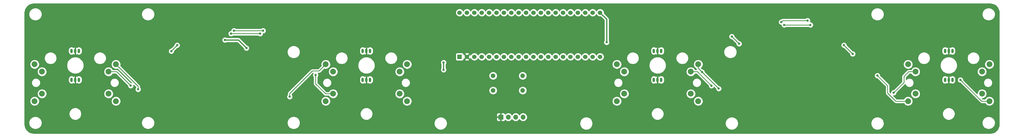
<source format=gbl>
G04 #@! TF.GenerationSoftware,KiCad,Pcbnew,(5.1.10)-1*
G04 #@! TF.CreationDate,2021-05-27T13:20:15+02:00*
G04 #@! TF.ProjectId,pcb rev1,70636220-7265-4763-912e-6b696361645f,rev?*
G04 #@! TF.SameCoordinates,Original*
G04 #@! TF.FileFunction,Copper,L2,Bot*
G04 #@! TF.FilePolarity,Positive*
%FSLAX46Y46*%
G04 Gerber Fmt 4.6, Leading zero omitted, Abs format (unit mm)*
G04 Created by KiCad (PCBNEW (5.1.10)-1) date 2021-05-27 13:20:15*
%MOMM*%
%LPD*%
G01*
G04 APERTURE LIST*
G04 #@! TA.AperFunction,ComponentPad*
%ADD10C,2.000000*%
G04 #@! TD*
G04 #@! TA.AperFunction,ComponentPad*
%ADD11C,1.524000*%
G04 #@! TD*
G04 #@! TA.AperFunction,ComponentPad*
%ADD12R,1.524000X1.524000*%
G04 #@! TD*
G04 #@! TA.AperFunction,ComponentPad*
%ADD13O,0.899160X1.501140*%
G04 #@! TD*
G04 #@! TA.AperFunction,ComponentPad*
%ADD14O,1.700000X1.700000*%
G04 #@! TD*
G04 #@! TA.AperFunction,ComponentPad*
%ADD15R,1.700000X1.700000*%
G04 #@! TD*
G04 #@! TA.AperFunction,ComponentPad*
%ADD16C,1.600000*%
G04 #@! TD*
G04 #@! TA.AperFunction,ComponentPad*
%ADD17O,1.600000X1.600000*%
G04 #@! TD*
G04 #@! TA.AperFunction,ViaPad*
%ADD18C,0.800000*%
G04 #@! TD*
G04 #@! TA.AperFunction,Conductor*
%ADD19C,0.250000*%
G04 #@! TD*
G04 #@! TA.AperFunction,Conductor*
%ADD20C,0.400000*%
G04 #@! TD*
G04 #@! TA.AperFunction,Conductor*
%ADD21C,0.254000*%
G04 #@! TD*
G04 #@! TA.AperFunction,Conductor*
%ADD22C,0.100000*%
G04 #@! TD*
G04 APERTURE END LIST*
D10*
X255880000Y-130810000D03*
X255880000Y-138430000D03*
X278740000Y-130810000D03*
X278740000Y-138430000D03*
X253340000Y-128260000D03*
X253340000Y-140980000D03*
X281280000Y-140980000D03*
X281280000Y-128260000D03*
X55880000Y-130810000D03*
X55880000Y-138430000D03*
X78740000Y-130810000D03*
X78740000Y-138430000D03*
X53340000Y-128260000D03*
X53340000Y-140980000D03*
X81280000Y-140980000D03*
X81280000Y-128260000D03*
X155880000Y-130810000D03*
X155880000Y-138430000D03*
X178740000Y-130810000D03*
X178740000Y-138430000D03*
X153340000Y-128260000D03*
X153340000Y-140980000D03*
X181280000Y-140980000D03*
X181280000Y-128260000D03*
X355880000Y-130810000D03*
X355880000Y-138430000D03*
X378740000Y-130810000D03*
X378740000Y-138430000D03*
X353340000Y-128260000D03*
X353340000Y-140980000D03*
X381280000Y-140980000D03*
X381280000Y-128260000D03*
D11*
X199310000Y-110411000D03*
X201850000Y-110411000D03*
X204390000Y-110411000D03*
X206930000Y-110411000D03*
X209470000Y-110411000D03*
X212010000Y-110411000D03*
X214550000Y-110411000D03*
X217090000Y-110411000D03*
X219630000Y-110411000D03*
X222170000Y-110411000D03*
X224710000Y-110411000D03*
X227250000Y-110411000D03*
X229790000Y-110411000D03*
X232330000Y-110411000D03*
X234870000Y-110411000D03*
X237410000Y-110411000D03*
X239950000Y-110411000D03*
X242490000Y-110411000D03*
X245030000Y-110411000D03*
X247570000Y-110411000D03*
X247570000Y-125651000D03*
X245030000Y-125651000D03*
X242490000Y-125651000D03*
X239950000Y-125651000D03*
X237410000Y-125651000D03*
X234870000Y-125651000D03*
X232330000Y-125651000D03*
X229790000Y-125651000D03*
X227250000Y-125651000D03*
X224710000Y-125651000D03*
X222170000Y-125651000D03*
X219630000Y-125651000D03*
X217090000Y-125651000D03*
X214550000Y-125651000D03*
X212010000Y-125651000D03*
X209470000Y-125651000D03*
X206930000Y-125651000D03*
X204390000Y-125651000D03*
X201850000Y-125651000D03*
D12*
X199310000Y-125651000D03*
D13*
X366040000Y-123620000D03*
X368580000Y-123620000D03*
X367310000Y-123620000D03*
X66040000Y-123620000D03*
X68580000Y-123620000D03*
X67310000Y-123620000D03*
X68580000Y-133620000D03*
X66040000Y-133620000D03*
X67310000Y-133620000D03*
X166040000Y-123620000D03*
X168580000Y-123620000D03*
X167310000Y-123620000D03*
X168580000Y-133620000D03*
X166040000Y-133620000D03*
X167310000Y-133620000D03*
X266040000Y-123620000D03*
X268580000Y-123620000D03*
X267310000Y-123620000D03*
X268580000Y-133620000D03*
X266040000Y-133620000D03*
X267310000Y-133620000D03*
X368580000Y-133620000D03*
X366040000Y-133620000D03*
X367310000Y-133620000D03*
D14*
X221120000Y-146500000D03*
X218580000Y-146500000D03*
X216040000Y-146500000D03*
D15*
X213500000Y-146500000D03*
D16*
X210838000Y-137301000D03*
D17*
X220998000Y-137301000D03*
X220998000Y-132221000D03*
D16*
X210838000Y-132221000D03*
D18*
X142510000Y-142651000D03*
X101910000Y-125651000D03*
X271910000Y-128051000D03*
X130810000Y-117651000D03*
X102310000Y-121651000D03*
X100310000Y-123701000D03*
X120810000Y-117651000D03*
X121810000Y-116651000D03*
X131810000Y-116651000D03*
X318810000Y-113151000D03*
X309810000Y-113651000D03*
X334310000Y-124651000D03*
X331310000Y-121651000D03*
X319810000Y-114651000D03*
X310810000Y-114651000D03*
X295310000Y-121151000D03*
X292810000Y-118651000D03*
X140970000Y-139446000D03*
X88900000Y-136906000D03*
X86360000Y-135636000D03*
X149860000Y-131953000D03*
X342810000Y-132151000D03*
X371310000Y-133651000D03*
X285810000Y-135651000D03*
X288310000Y-136651000D03*
X282560000Y-130901000D03*
X348410000Y-138051000D03*
X179310000Y-122151000D03*
X179310000Y-119151000D03*
X188810000Y-125151000D03*
X345310000Y-130651000D03*
X345310000Y-125651000D03*
X283310000Y-126151000D03*
X109810000Y-126651000D03*
X88810000Y-130651000D03*
X322810000Y-124151000D03*
X110310000Y-119651000D03*
X234310000Y-119651000D03*
X165310000Y-139151000D03*
X64310000Y-140151000D03*
X75810000Y-140151000D03*
X287310000Y-118151000D03*
X262310000Y-130151000D03*
X325310000Y-119151000D03*
X217310000Y-140651000D03*
X208310000Y-132151000D03*
X193810000Y-123151000D03*
X67310000Y-108651000D03*
X52310000Y-123651000D03*
X77310000Y-118651000D03*
X127310000Y-108651000D03*
X72310000Y-128651000D03*
X77310000Y-148651000D03*
X187310000Y-148651000D03*
X207310000Y-148651000D03*
X227310000Y-148651000D03*
X247310000Y-148651000D03*
X362310000Y-148651000D03*
X377310000Y-143651000D03*
X382310000Y-118651000D03*
X372310000Y-108651000D03*
X362310000Y-118651000D03*
X352310000Y-108651000D03*
X162310000Y-128651000D03*
X172310000Y-128651000D03*
X77310000Y-133651000D03*
X292310000Y-129651000D03*
X342310000Y-118651000D03*
X322310000Y-108651000D03*
X372310000Y-128651000D03*
X217310000Y-128651000D03*
X224810000Y-143651000D03*
X278310000Y-135151000D03*
X269310000Y-117651000D03*
X252310000Y-121651000D03*
X133310000Y-110651000D03*
X197310000Y-110651000D03*
X51310000Y-144151000D03*
X271310000Y-145151000D03*
X258810000Y-145151000D03*
X94810000Y-119651000D03*
X308310000Y-117651000D03*
X274810000Y-119651000D03*
X255310000Y-126151000D03*
X266810000Y-139151000D03*
X258310000Y-137151000D03*
X200310000Y-136651000D03*
X130310000Y-120651000D03*
X154310000Y-120651000D03*
X196310000Y-119151000D03*
X154310000Y-110651000D03*
X178310000Y-110651000D03*
X60810000Y-135151000D03*
X225310000Y-118151000D03*
X254310000Y-110651000D03*
X306310000Y-143651000D03*
X383310000Y-134151000D03*
X188810000Y-139651000D03*
X302810000Y-125151000D03*
X286810000Y-122151000D03*
X332310000Y-125651000D03*
X330310000Y-130151000D03*
X188810000Y-131151000D03*
X91810000Y-125151000D03*
X244810000Y-129151000D03*
X362310000Y-127651000D03*
X229710000Y-134851000D03*
X136310000Y-128451000D03*
X247710000Y-138251000D03*
X334910000Y-144851000D03*
X98910000Y-113451000D03*
X271510000Y-150851000D03*
X311910000Y-151251000D03*
X101710000Y-143851000D03*
X123710000Y-149651000D03*
X162110000Y-149051000D03*
X193810000Y-127651000D03*
X193810000Y-130151000D03*
X126110000Y-122651000D03*
X118710000Y-119851000D03*
X249810000Y-120651000D03*
D19*
X100310000Y-123651000D02*
X100310000Y-123701000D01*
X102310000Y-121651000D02*
X100310000Y-123651000D01*
X120810000Y-117651000D02*
X130810000Y-117651000D01*
X121810000Y-116651000D02*
X131810000Y-116651000D01*
X318810000Y-113151000D02*
X315310000Y-113151000D01*
X315310000Y-113151000D02*
X310310000Y-113151000D01*
X310084999Y-113376001D02*
X309810000Y-113651000D01*
X310310000Y-113151000D02*
X310084999Y-113376001D01*
X334310000Y-124651000D02*
X331310000Y-121651000D01*
X319810000Y-114651000D02*
X310810000Y-114651000D01*
X295310000Y-121151000D02*
X292810000Y-118651000D01*
X140970000Y-138303000D02*
X140970000Y-139446000D01*
X148717000Y-130556000D02*
X140970000Y-138303000D01*
X151044000Y-130556000D02*
X148717000Y-130556000D01*
X153340000Y-128260000D02*
X151044000Y-130556000D01*
X82089685Y-128260000D02*
X81280000Y-128260000D01*
X88900000Y-135880000D02*
X81280000Y-128260000D01*
X88900000Y-136906000D02*
X88900000Y-135880000D01*
X81534000Y-130810000D02*
X78740000Y-130810000D01*
X86360000Y-135636000D02*
X81534000Y-130810000D01*
X155880000Y-138430000D02*
X153289000Y-138430000D01*
X149860000Y-135001000D02*
X153289000Y-138430000D01*
X149860000Y-131953000D02*
X149860000Y-135001000D01*
X346310000Y-138151000D02*
X349139000Y-140980000D01*
X346310000Y-135651000D02*
X346310000Y-138151000D01*
X349139000Y-140980000D02*
X353340000Y-140980000D01*
X342810000Y-132151000D02*
X346310000Y-135651000D01*
X378639000Y-140980000D02*
X381280000Y-140980000D01*
X371310000Y-133651000D02*
X378639000Y-140980000D01*
X280969000Y-130810000D02*
X278740000Y-130810000D01*
X285810000Y-135651000D02*
X280969000Y-130810000D01*
X281280000Y-129621000D02*
X281280000Y-128260000D01*
X288310000Y-136651000D02*
X282560000Y-130901000D01*
X282560000Y-130901000D02*
X281280000Y-129621000D01*
X348410000Y-138051000D02*
X351910000Y-134551000D01*
X351910000Y-134551000D02*
X351910000Y-132451000D01*
X353551000Y-130810000D02*
X355880000Y-130810000D01*
X351910000Y-132451000D02*
X353551000Y-130810000D01*
D20*
X193810000Y-127651000D02*
X193810000Y-130151000D01*
X123310000Y-119851000D02*
X118710000Y-119851000D01*
X126110000Y-122651000D02*
X123310000Y-119851000D01*
X249810000Y-112651000D02*
X247570000Y-110411000D01*
X249810000Y-120651000D02*
X249810000Y-112651000D01*
D21*
X382111222Y-107374096D02*
X382699164Y-107551606D01*
X383241436Y-107839937D01*
X383717364Y-108228094D01*
X384108845Y-108701314D01*
X384400951Y-109241552D01*
X384582563Y-109828244D01*
X384650001Y-110469888D01*
X384650000Y-148938721D01*
X384586904Y-149582221D01*
X384409394Y-150170164D01*
X384121063Y-150712436D01*
X383732906Y-151188364D01*
X383259686Y-151579845D01*
X382719449Y-151871950D01*
X382132756Y-152053563D01*
X381491130Y-152121000D01*
X53152279Y-152121000D01*
X52508779Y-152057904D01*
X51920836Y-151880394D01*
X51378564Y-151592063D01*
X50902636Y-151203906D01*
X50511155Y-150730686D01*
X50219050Y-150190449D01*
X50037437Y-149603756D01*
X49970000Y-148962130D01*
X49970000Y-148250872D01*
X51385000Y-148250872D01*
X51385000Y-148691128D01*
X51470890Y-149122925D01*
X51639369Y-149529669D01*
X51883962Y-149895729D01*
X52195271Y-150207038D01*
X52561331Y-150451631D01*
X52968075Y-150620110D01*
X53399872Y-150706000D01*
X53840128Y-150706000D01*
X54271925Y-150620110D01*
X54678669Y-150451631D01*
X55044729Y-150207038D01*
X55356038Y-149895729D01*
X55600631Y-149529669D01*
X55769110Y-149122925D01*
X55855000Y-148691128D01*
X55855000Y-148250872D01*
X90075000Y-148250872D01*
X90075000Y-148691128D01*
X90160890Y-149122925D01*
X90329369Y-149529669D01*
X90573962Y-149895729D01*
X90885271Y-150207038D01*
X91251331Y-150451631D01*
X91658075Y-150620110D01*
X92089872Y-150706000D01*
X92530128Y-150706000D01*
X92961925Y-150620110D01*
X93368669Y-150451631D01*
X93734729Y-150207038D01*
X94046038Y-149895729D01*
X94290631Y-149529669D01*
X94459110Y-149122925D01*
X94545000Y-148691128D01*
X94545000Y-148250872D01*
X140075000Y-148250872D01*
X140075000Y-148691128D01*
X140160890Y-149122925D01*
X140329369Y-149529669D01*
X140573962Y-149895729D01*
X140885271Y-150207038D01*
X141251331Y-150451631D01*
X141658075Y-150620110D01*
X142089872Y-150706000D01*
X142530128Y-150706000D01*
X142961925Y-150620110D01*
X143368669Y-150451631D01*
X143734729Y-150207038D01*
X144046038Y-149895729D01*
X144290631Y-149529669D01*
X144459110Y-149122925D01*
X144545000Y-148691128D01*
X144545000Y-148430872D01*
X190575000Y-148430872D01*
X190575000Y-148871128D01*
X190660890Y-149302925D01*
X190829369Y-149709669D01*
X191073962Y-150075729D01*
X191385271Y-150387038D01*
X191751331Y-150631631D01*
X192158075Y-150800110D01*
X192589872Y-150886000D01*
X193030128Y-150886000D01*
X193461925Y-150800110D01*
X193868669Y-150631631D01*
X194234729Y-150387038D01*
X194546038Y-150075729D01*
X194790631Y-149709669D01*
X194959110Y-149302925D01*
X195045000Y-148871128D01*
X195045000Y-148430872D01*
X240575000Y-148430872D01*
X240575000Y-148871128D01*
X240660890Y-149302925D01*
X240829369Y-149709669D01*
X241073962Y-150075729D01*
X241385271Y-150387038D01*
X241751331Y-150631631D01*
X242158075Y-150800110D01*
X242589872Y-150886000D01*
X243030128Y-150886000D01*
X243461925Y-150800110D01*
X243868669Y-150631631D01*
X244234729Y-150387038D01*
X244546038Y-150075729D01*
X244790631Y-149709669D01*
X244959110Y-149302925D01*
X245045000Y-148871128D01*
X245045000Y-148430872D01*
X290575000Y-148430872D01*
X290575000Y-148871128D01*
X290660890Y-149302925D01*
X290829369Y-149709669D01*
X291073962Y-150075729D01*
X291385271Y-150387038D01*
X291751331Y-150631631D01*
X292158075Y-150800110D01*
X292589872Y-150886000D01*
X293030128Y-150886000D01*
X293461925Y-150800110D01*
X293868669Y-150631631D01*
X294234729Y-150387038D01*
X294546038Y-150075729D01*
X294790631Y-149709669D01*
X294959110Y-149302925D01*
X295045000Y-148871128D01*
X295045000Y-148430872D01*
X340575000Y-148430872D01*
X340575000Y-148871128D01*
X340660890Y-149302925D01*
X340829369Y-149709669D01*
X341073962Y-150075729D01*
X341385271Y-150387038D01*
X341751331Y-150631631D01*
X342158075Y-150800110D01*
X342589872Y-150886000D01*
X343030128Y-150886000D01*
X343461925Y-150800110D01*
X343868669Y-150631631D01*
X344234729Y-150387038D01*
X344546038Y-150075729D01*
X344790631Y-149709669D01*
X344959110Y-149302925D01*
X345045000Y-148871128D01*
X345045000Y-148430872D01*
X345009196Y-148250872D01*
X378765000Y-148250872D01*
X378765000Y-148691128D01*
X378850890Y-149122925D01*
X379019369Y-149529669D01*
X379263962Y-149895729D01*
X379575271Y-150207038D01*
X379941331Y-150451631D01*
X380348075Y-150620110D01*
X380779872Y-150706000D01*
X381220128Y-150706000D01*
X381651925Y-150620110D01*
X382058669Y-150451631D01*
X382424729Y-150207038D01*
X382736038Y-149895729D01*
X382980631Y-149529669D01*
X383149110Y-149122925D01*
X383235000Y-148691128D01*
X383235000Y-148250872D01*
X383149110Y-147819075D01*
X382980631Y-147412331D01*
X382736038Y-147046271D01*
X382424729Y-146734962D01*
X382058669Y-146490369D01*
X381651925Y-146321890D01*
X381220128Y-146236000D01*
X380779872Y-146236000D01*
X380348075Y-146321890D01*
X379941331Y-146490369D01*
X379575271Y-146734962D01*
X379263962Y-147046271D01*
X379019369Y-147412331D01*
X378850890Y-147819075D01*
X378765000Y-148250872D01*
X345009196Y-148250872D01*
X344959110Y-147999075D01*
X344790631Y-147592331D01*
X344546038Y-147226271D01*
X344234729Y-146914962D01*
X343868669Y-146670369D01*
X343461925Y-146501890D01*
X343030128Y-146416000D01*
X342589872Y-146416000D01*
X342158075Y-146501890D01*
X341751331Y-146670369D01*
X341385271Y-146914962D01*
X341073962Y-147226271D01*
X340829369Y-147592331D01*
X340660890Y-147999075D01*
X340575000Y-148430872D01*
X295045000Y-148430872D01*
X294959110Y-147999075D01*
X294790631Y-147592331D01*
X294546038Y-147226271D01*
X294234729Y-146914962D01*
X293868669Y-146670369D01*
X293461925Y-146501890D01*
X293030128Y-146416000D01*
X292589872Y-146416000D01*
X292158075Y-146501890D01*
X291751331Y-146670369D01*
X291385271Y-146914962D01*
X291073962Y-147226271D01*
X290829369Y-147592331D01*
X290660890Y-147999075D01*
X290575000Y-148430872D01*
X245045000Y-148430872D01*
X244959110Y-147999075D01*
X244790631Y-147592331D01*
X244546038Y-147226271D01*
X244234729Y-146914962D01*
X243868669Y-146670369D01*
X243461925Y-146501890D01*
X243030128Y-146416000D01*
X242589872Y-146416000D01*
X242158075Y-146501890D01*
X241751331Y-146670369D01*
X241385271Y-146914962D01*
X241073962Y-147226271D01*
X240829369Y-147592331D01*
X240660890Y-147999075D01*
X240575000Y-148430872D01*
X195045000Y-148430872D01*
X194959110Y-147999075D01*
X194790631Y-147592331D01*
X194628711Y-147350000D01*
X212011928Y-147350000D01*
X212024188Y-147474482D01*
X212060498Y-147594180D01*
X212119463Y-147704494D01*
X212198815Y-147801185D01*
X212295506Y-147880537D01*
X212405820Y-147939502D01*
X212525518Y-147975812D01*
X212650000Y-147988072D01*
X213214250Y-147985000D01*
X213373000Y-147826250D01*
X213373000Y-146627000D01*
X212173750Y-146627000D01*
X212015000Y-146785750D01*
X212011928Y-147350000D01*
X194628711Y-147350000D01*
X194546038Y-147226271D01*
X194234729Y-146914962D01*
X193868669Y-146670369D01*
X193461925Y-146501890D01*
X193030128Y-146416000D01*
X192589872Y-146416000D01*
X192158075Y-146501890D01*
X191751331Y-146670369D01*
X191385271Y-146914962D01*
X191073962Y-147226271D01*
X190829369Y-147592331D01*
X190660890Y-147999075D01*
X190575000Y-148430872D01*
X144545000Y-148430872D01*
X144545000Y-148250872D01*
X144459110Y-147819075D01*
X144290631Y-147412331D01*
X144046038Y-147046271D01*
X143734729Y-146734962D01*
X143368669Y-146490369D01*
X142961925Y-146321890D01*
X142530128Y-146236000D01*
X142089872Y-146236000D01*
X141658075Y-146321890D01*
X141251331Y-146490369D01*
X140885271Y-146734962D01*
X140573962Y-147046271D01*
X140329369Y-147412331D01*
X140160890Y-147819075D01*
X140075000Y-148250872D01*
X94545000Y-148250872D01*
X94459110Y-147819075D01*
X94290631Y-147412331D01*
X94046038Y-147046271D01*
X93734729Y-146734962D01*
X93368669Y-146490369D01*
X92961925Y-146321890D01*
X92530128Y-146236000D01*
X92089872Y-146236000D01*
X91658075Y-146321890D01*
X91251331Y-146490369D01*
X90885271Y-146734962D01*
X90573962Y-147046271D01*
X90329369Y-147412331D01*
X90160890Y-147819075D01*
X90075000Y-148250872D01*
X55855000Y-148250872D01*
X55769110Y-147819075D01*
X55600631Y-147412331D01*
X55356038Y-147046271D01*
X55044729Y-146734962D01*
X54678669Y-146490369D01*
X54271925Y-146321890D01*
X53840128Y-146236000D01*
X53399872Y-146236000D01*
X52968075Y-146321890D01*
X52561331Y-146490369D01*
X52195271Y-146734962D01*
X51883962Y-147046271D01*
X51639369Y-147412331D01*
X51470890Y-147819075D01*
X51385000Y-148250872D01*
X49970000Y-148250872D01*
X49970000Y-145159721D01*
X65175000Y-145159721D01*
X65175000Y-145580279D01*
X65257047Y-145992756D01*
X65417988Y-146381302D01*
X65651637Y-146730983D01*
X65949017Y-147028363D01*
X66298698Y-147262012D01*
X66687244Y-147422953D01*
X67099721Y-147505000D01*
X67520279Y-147505000D01*
X67932756Y-147422953D01*
X68321302Y-147262012D01*
X68670983Y-147028363D01*
X68968363Y-146730983D01*
X69202012Y-146381302D01*
X69362953Y-145992756D01*
X69445000Y-145580279D01*
X69445000Y-145159721D01*
X165175000Y-145159721D01*
X165175000Y-145580279D01*
X165257047Y-145992756D01*
X165417988Y-146381302D01*
X165651637Y-146730983D01*
X165949017Y-147028363D01*
X166298698Y-147262012D01*
X166687244Y-147422953D01*
X167099721Y-147505000D01*
X167520279Y-147505000D01*
X167932756Y-147422953D01*
X168321302Y-147262012D01*
X168670983Y-147028363D01*
X168968363Y-146730983D01*
X169202012Y-146381302D01*
X169362953Y-145992756D01*
X169431131Y-145650000D01*
X212011928Y-145650000D01*
X212015000Y-146214250D01*
X212173750Y-146373000D01*
X213373000Y-146373000D01*
X213373000Y-145173750D01*
X213627000Y-145173750D01*
X213627000Y-146373000D01*
X213647000Y-146373000D01*
X213647000Y-146627000D01*
X213627000Y-146627000D01*
X213627000Y-147826250D01*
X213785750Y-147985000D01*
X214350000Y-147988072D01*
X214474482Y-147975812D01*
X214594180Y-147939502D01*
X214704494Y-147880537D01*
X214801185Y-147801185D01*
X214880537Y-147704494D01*
X214939502Y-147594180D01*
X214961513Y-147521620D01*
X215093368Y-147653475D01*
X215336589Y-147815990D01*
X215606842Y-147927932D01*
X215893740Y-147985000D01*
X216186260Y-147985000D01*
X216473158Y-147927932D01*
X216743411Y-147815990D01*
X216986632Y-147653475D01*
X217193475Y-147446632D01*
X217310000Y-147272240D01*
X217426525Y-147446632D01*
X217633368Y-147653475D01*
X217876589Y-147815990D01*
X218146842Y-147927932D01*
X218433740Y-147985000D01*
X218726260Y-147985000D01*
X219013158Y-147927932D01*
X219283411Y-147815990D01*
X219526632Y-147653475D01*
X219733475Y-147446632D01*
X219850000Y-147272240D01*
X219966525Y-147446632D01*
X220173368Y-147653475D01*
X220416589Y-147815990D01*
X220686842Y-147927932D01*
X220973740Y-147985000D01*
X221266260Y-147985000D01*
X221553158Y-147927932D01*
X221823411Y-147815990D01*
X222066632Y-147653475D01*
X222273475Y-147446632D01*
X222435990Y-147203411D01*
X222547932Y-146933158D01*
X222605000Y-146646260D01*
X222605000Y-146353740D01*
X222547932Y-146066842D01*
X222435990Y-145796589D01*
X222273475Y-145553368D01*
X222066632Y-145346525D01*
X221823411Y-145184010D01*
X221764772Y-145159721D01*
X265175000Y-145159721D01*
X265175000Y-145580279D01*
X265257047Y-145992756D01*
X265417988Y-146381302D01*
X265651637Y-146730983D01*
X265949017Y-147028363D01*
X266298698Y-147262012D01*
X266687244Y-147422953D01*
X267099721Y-147505000D01*
X267520279Y-147505000D01*
X267932756Y-147422953D01*
X268321302Y-147262012D01*
X268670983Y-147028363D01*
X268968363Y-146730983D01*
X269202012Y-146381302D01*
X269362953Y-145992756D01*
X269445000Y-145580279D01*
X269445000Y-145159721D01*
X365175000Y-145159721D01*
X365175000Y-145580279D01*
X365257047Y-145992756D01*
X365417988Y-146381302D01*
X365651637Y-146730983D01*
X365949017Y-147028363D01*
X366298698Y-147262012D01*
X366687244Y-147422953D01*
X367099721Y-147505000D01*
X367520279Y-147505000D01*
X367932756Y-147422953D01*
X368321302Y-147262012D01*
X368670983Y-147028363D01*
X368968363Y-146730983D01*
X369202012Y-146381302D01*
X369362953Y-145992756D01*
X369445000Y-145580279D01*
X369445000Y-145159721D01*
X369362953Y-144747244D01*
X369202012Y-144358698D01*
X368968363Y-144009017D01*
X368670983Y-143711637D01*
X368321302Y-143477988D01*
X367932756Y-143317047D01*
X367520279Y-143235000D01*
X367099721Y-143235000D01*
X366687244Y-143317047D01*
X366298698Y-143477988D01*
X365949017Y-143711637D01*
X365651637Y-144009017D01*
X365417988Y-144358698D01*
X365257047Y-144747244D01*
X365175000Y-145159721D01*
X269445000Y-145159721D01*
X269362953Y-144747244D01*
X269202012Y-144358698D01*
X268968363Y-144009017D01*
X268670983Y-143711637D01*
X268321302Y-143477988D01*
X267932756Y-143317047D01*
X267520279Y-143235000D01*
X267099721Y-143235000D01*
X266687244Y-143317047D01*
X266298698Y-143477988D01*
X265949017Y-143711637D01*
X265651637Y-144009017D01*
X265417988Y-144358698D01*
X265257047Y-144747244D01*
X265175000Y-145159721D01*
X221764772Y-145159721D01*
X221553158Y-145072068D01*
X221266260Y-145015000D01*
X220973740Y-145015000D01*
X220686842Y-145072068D01*
X220416589Y-145184010D01*
X220173368Y-145346525D01*
X219966525Y-145553368D01*
X219850000Y-145727760D01*
X219733475Y-145553368D01*
X219526632Y-145346525D01*
X219283411Y-145184010D01*
X219013158Y-145072068D01*
X218726260Y-145015000D01*
X218433740Y-145015000D01*
X218146842Y-145072068D01*
X217876589Y-145184010D01*
X217633368Y-145346525D01*
X217426525Y-145553368D01*
X217310000Y-145727760D01*
X217193475Y-145553368D01*
X216986632Y-145346525D01*
X216743411Y-145184010D01*
X216473158Y-145072068D01*
X216186260Y-145015000D01*
X215893740Y-145015000D01*
X215606842Y-145072068D01*
X215336589Y-145184010D01*
X215093368Y-145346525D01*
X214961513Y-145478380D01*
X214939502Y-145405820D01*
X214880537Y-145295506D01*
X214801185Y-145198815D01*
X214704494Y-145119463D01*
X214594180Y-145060498D01*
X214474482Y-145024188D01*
X214350000Y-145011928D01*
X213785750Y-145015000D01*
X213627000Y-145173750D01*
X213373000Y-145173750D01*
X213214250Y-145015000D01*
X212650000Y-145011928D01*
X212525518Y-145024188D01*
X212405820Y-145060498D01*
X212295506Y-145119463D01*
X212198815Y-145198815D01*
X212119463Y-145295506D01*
X212060498Y-145405820D01*
X212024188Y-145525518D01*
X212011928Y-145650000D01*
X169431131Y-145650000D01*
X169445000Y-145580279D01*
X169445000Y-145159721D01*
X169362953Y-144747244D01*
X169202012Y-144358698D01*
X168968363Y-144009017D01*
X168670983Y-143711637D01*
X168321302Y-143477988D01*
X167932756Y-143317047D01*
X167520279Y-143235000D01*
X167099721Y-143235000D01*
X166687244Y-143317047D01*
X166298698Y-143477988D01*
X165949017Y-143711637D01*
X165651637Y-144009017D01*
X165417988Y-144358698D01*
X165257047Y-144747244D01*
X165175000Y-145159721D01*
X69445000Y-145159721D01*
X69362953Y-144747244D01*
X69202012Y-144358698D01*
X68968363Y-144009017D01*
X68670983Y-143711637D01*
X68321302Y-143477988D01*
X67932756Y-143317047D01*
X67520279Y-143235000D01*
X67099721Y-143235000D01*
X66687244Y-143317047D01*
X66298698Y-143477988D01*
X65949017Y-143711637D01*
X65651637Y-144009017D01*
X65417988Y-144358698D01*
X65257047Y-144747244D01*
X65175000Y-145159721D01*
X49970000Y-145159721D01*
X49970000Y-140818967D01*
X51705000Y-140818967D01*
X51705000Y-141141033D01*
X51767832Y-141456912D01*
X51891082Y-141754463D01*
X52070013Y-142022252D01*
X52297748Y-142249987D01*
X52565537Y-142428918D01*
X52863088Y-142552168D01*
X53178967Y-142615000D01*
X53501033Y-142615000D01*
X53816912Y-142552168D01*
X54114463Y-142428918D01*
X54382252Y-142249987D01*
X54609987Y-142022252D01*
X54788918Y-141754463D01*
X54912168Y-141456912D01*
X54975000Y-141141033D01*
X54975000Y-140818967D01*
X79645000Y-140818967D01*
X79645000Y-141141033D01*
X79707832Y-141456912D01*
X79831082Y-141754463D01*
X80010013Y-142022252D01*
X80237748Y-142249987D01*
X80505537Y-142428918D01*
X80803088Y-142552168D01*
X81118967Y-142615000D01*
X81441033Y-142615000D01*
X81756912Y-142552168D01*
X82054463Y-142428918D01*
X82322252Y-142249987D01*
X82549987Y-142022252D01*
X82728918Y-141754463D01*
X82852168Y-141456912D01*
X82915000Y-141141033D01*
X82915000Y-140818967D01*
X151705000Y-140818967D01*
X151705000Y-141141033D01*
X151767832Y-141456912D01*
X151891082Y-141754463D01*
X152070013Y-142022252D01*
X152297748Y-142249987D01*
X152565537Y-142428918D01*
X152863088Y-142552168D01*
X153178967Y-142615000D01*
X153501033Y-142615000D01*
X153816912Y-142552168D01*
X154114463Y-142428918D01*
X154382252Y-142249987D01*
X154609987Y-142022252D01*
X154788918Y-141754463D01*
X154912168Y-141456912D01*
X154975000Y-141141033D01*
X154975000Y-140818967D01*
X179645000Y-140818967D01*
X179645000Y-141141033D01*
X179707832Y-141456912D01*
X179831082Y-141754463D01*
X180010013Y-142022252D01*
X180237748Y-142249987D01*
X180505537Y-142428918D01*
X180803088Y-142552168D01*
X181118967Y-142615000D01*
X181441033Y-142615000D01*
X181756912Y-142552168D01*
X182054463Y-142428918D01*
X182322252Y-142249987D01*
X182549987Y-142022252D01*
X182728918Y-141754463D01*
X182852168Y-141456912D01*
X182915000Y-141141033D01*
X182915000Y-140818967D01*
X251705000Y-140818967D01*
X251705000Y-141141033D01*
X251767832Y-141456912D01*
X251891082Y-141754463D01*
X252070013Y-142022252D01*
X252297748Y-142249987D01*
X252565537Y-142428918D01*
X252863088Y-142552168D01*
X253178967Y-142615000D01*
X253501033Y-142615000D01*
X253816912Y-142552168D01*
X254114463Y-142428918D01*
X254382252Y-142249987D01*
X254609987Y-142022252D01*
X254788918Y-141754463D01*
X254912168Y-141456912D01*
X254975000Y-141141033D01*
X254975000Y-140818967D01*
X279645000Y-140818967D01*
X279645000Y-141141033D01*
X279707832Y-141456912D01*
X279831082Y-141754463D01*
X280010013Y-142022252D01*
X280237748Y-142249987D01*
X280505537Y-142428918D01*
X280803088Y-142552168D01*
X281118967Y-142615000D01*
X281441033Y-142615000D01*
X281756912Y-142552168D01*
X282054463Y-142428918D01*
X282322252Y-142249987D01*
X282549987Y-142022252D01*
X282728918Y-141754463D01*
X282852168Y-141456912D01*
X282915000Y-141141033D01*
X282915000Y-140818967D01*
X282852168Y-140503088D01*
X282728918Y-140205537D01*
X282549987Y-139937748D01*
X282322252Y-139710013D01*
X282054463Y-139531082D01*
X281756912Y-139407832D01*
X281441033Y-139345000D01*
X281118967Y-139345000D01*
X280803088Y-139407832D01*
X280505537Y-139531082D01*
X280237748Y-139710013D01*
X280010013Y-139937748D01*
X279831082Y-140205537D01*
X279707832Y-140503088D01*
X279645000Y-140818967D01*
X254975000Y-140818967D01*
X254912168Y-140503088D01*
X254788918Y-140205537D01*
X254609987Y-139937748D01*
X254382252Y-139710013D01*
X254114463Y-139531082D01*
X253816912Y-139407832D01*
X253501033Y-139345000D01*
X253178967Y-139345000D01*
X252863088Y-139407832D01*
X252565537Y-139531082D01*
X252297748Y-139710013D01*
X252070013Y-139937748D01*
X251891082Y-140205537D01*
X251767832Y-140503088D01*
X251705000Y-140818967D01*
X182915000Y-140818967D01*
X182852168Y-140503088D01*
X182728918Y-140205537D01*
X182549987Y-139937748D01*
X182322252Y-139710013D01*
X182054463Y-139531082D01*
X181756912Y-139407832D01*
X181441033Y-139345000D01*
X181118967Y-139345000D01*
X180803088Y-139407832D01*
X180505537Y-139531082D01*
X180237748Y-139710013D01*
X180010013Y-139937748D01*
X179831082Y-140205537D01*
X179707832Y-140503088D01*
X179645000Y-140818967D01*
X154975000Y-140818967D01*
X154912168Y-140503088D01*
X154788918Y-140205537D01*
X154609987Y-139937748D01*
X154382252Y-139710013D01*
X154114463Y-139531082D01*
X153816912Y-139407832D01*
X153501033Y-139345000D01*
X153178967Y-139345000D01*
X152863088Y-139407832D01*
X152565537Y-139531082D01*
X152297748Y-139710013D01*
X152070013Y-139937748D01*
X151891082Y-140205537D01*
X151767832Y-140503088D01*
X151705000Y-140818967D01*
X82915000Y-140818967D01*
X82852168Y-140503088D01*
X82728918Y-140205537D01*
X82549987Y-139937748D01*
X82322252Y-139710013D01*
X82054463Y-139531082D01*
X81756912Y-139407832D01*
X81441033Y-139345000D01*
X81118967Y-139345000D01*
X80803088Y-139407832D01*
X80505537Y-139531082D01*
X80237748Y-139710013D01*
X80010013Y-139937748D01*
X79831082Y-140205537D01*
X79707832Y-140503088D01*
X79645000Y-140818967D01*
X54975000Y-140818967D01*
X54912168Y-140503088D01*
X54788918Y-140205537D01*
X54609987Y-139937748D01*
X54382252Y-139710013D01*
X54114463Y-139531082D01*
X53816912Y-139407832D01*
X53501033Y-139345000D01*
X53178967Y-139345000D01*
X52863088Y-139407832D01*
X52565537Y-139531082D01*
X52297748Y-139710013D01*
X52070013Y-139937748D01*
X51891082Y-140205537D01*
X51767832Y-140503088D01*
X51705000Y-140818967D01*
X49970000Y-140818967D01*
X49970000Y-138268967D01*
X54245000Y-138268967D01*
X54245000Y-138591033D01*
X54307832Y-138906912D01*
X54431082Y-139204463D01*
X54610013Y-139472252D01*
X54837748Y-139699987D01*
X55105537Y-139878918D01*
X55403088Y-140002168D01*
X55718967Y-140065000D01*
X56041033Y-140065000D01*
X56356912Y-140002168D01*
X56654463Y-139878918D01*
X56922252Y-139699987D01*
X57149987Y-139472252D01*
X57328918Y-139204463D01*
X57452168Y-138906912D01*
X57515000Y-138591033D01*
X57515000Y-138268967D01*
X77105000Y-138268967D01*
X77105000Y-138591033D01*
X77167832Y-138906912D01*
X77291082Y-139204463D01*
X77470013Y-139472252D01*
X77697748Y-139699987D01*
X77965537Y-139878918D01*
X78263088Y-140002168D01*
X78578967Y-140065000D01*
X78901033Y-140065000D01*
X79216912Y-140002168D01*
X79514463Y-139878918D01*
X79782252Y-139699987D01*
X80009987Y-139472252D01*
X80095641Y-139344061D01*
X139935000Y-139344061D01*
X139935000Y-139547939D01*
X139974774Y-139747898D01*
X140052795Y-139936256D01*
X140166063Y-140105774D01*
X140310226Y-140249937D01*
X140479744Y-140363205D01*
X140668102Y-140441226D01*
X140868061Y-140481000D01*
X141071939Y-140481000D01*
X141271898Y-140441226D01*
X141460256Y-140363205D01*
X141629774Y-140249937D01*
X141773937Y-140105774D01*
X141887205Y-139936256D01*
X141965226Y-139747898D01*
X142005000Y-139547939D01*
X142005000Y-139344061D01*
X141965226Y-139144102D01*
X141887205Y-138955744D01*
X141773937Y-138786226D01*
X141730000Y-138742289D01*
X141730000Y-138617801D01*
X149031803Y-131316000D01*
X149040846Y-131316000D01*
X148942795Y-131462744D01*
X148864774Y-131651102D01*
X148825000Y-131851061D01*
X148825000Y-132054939D01*
X148864774Y-132254898D01*
X148942795Y-132443256D01*
X149056063Y-132612774D01*
X149100000Y-132656711D01*
X149100001Y-134963668D01*
X149096324Y-135001000D01*
X149100001Y-135038333D01*
X149110998Y-135149986D01*
X149118420Y-135174454D01*
X149154454Y-135293246D01*
X149225026Y-135425276D01*
X149275694Y-135487014D01*
X149320000Y-135541001D01*
X149348998Y-135564799D01*
X152725201Y-138941003D01*
X152748999Y-138970001D01*
X152864724Y-139064974D01*
X152996753Y-139135546D01*
X153140014Y-139179003D01*
X153251667Y-139190000D01*
X153251676Y-139190000D01*
X153288999Y-139193676D01*
X153326322Y-139190000D01*
X154425091Y-139190000D01*
X154431082Y-139204463D01*
X154610013Y-139472252D01*
X154837748Y-139699987D01*
X155105537Y-139878918D01*
X155403088Y-140002168D01*
X155718967Y-140065000D01*
X156041033Y-140065000D01*
X156356912Y-140002168D01*
X156654463Y-139878918D01*
X156922252Y-139699987D01*
X157149987Y-139472252D01*
X157328918Y-139204463D01*
X157452168Y-138906912D01*
X157515000Y-138591033D01*
X157515000Y-138268967D01*
X177105000Y-138268967D01*
X177105000Y-138591033D01*
X177167832Y-138906912D01*
X177291082Y-139204463D01*
X177470013Y-139472252D01*
X177697748Y-139699987D01*
X177965537Y-139878918D01*
X178263088Y-140002168D01*
X178578967Y-140065000D01*
X178901033Y-140065000D01*
X179216912Y-140002168D01*
X179514463Y-139878918D01*
X179782252Y-139699987D01*
X180009987Y-139472252D01*
X180188918Y-139204463D01*
X180312168Y-138906912D01*
X180375000Y-138591033D01*
X180375000Y-138268967D01*
X180312168Y-137953088D01*
X180188918Y-137655537D01*
X180009987Y-137387748D01*
X179782252Y-137160013D01*
X179781732Y-137159665D01*
X209403000Y-137159665D01*
X209403000Y-137442335D01*
X209458147Y-137719574D01*
X209566320Y-137980727D01*
X209723363Y-138215759D01*
X209923241Y-138415637D01*
X210158273Y-138572680D01*
X210419426Y-138680853D01*
X210696665Y-138736000D01*
X210979335Y-138736000D01*
X211256574Y-138680853D01*
X211517727Y-138572680D01*
X211752759Y-138415637D01*
X211952637Y-138215759D01*
X212109680Y-137980727D01*
X212217853Y-137719574D01*
X212273000Y-137442335D01*
X212273000Y-137159665D01*
X219563000Y-137159665D01*
X219563000Y-137442335D01*
X219618147Y-137719574D01*
X219726320Y-137980727D01*
X219883363Y-138215759D01*
X220083241Y-138415637D01*
X220318273Y-138572680D01*
X220579426Y-138680853D01*
X220856665Y-138736000D01*
X221139335Y-138736000D01*
X221416574Y-138680853D01*
X221677727Y-138572680D01*
X221912759Y-138415637D01*
X222059429Y-138268967D01*
X254245000Y-138268967D01*
X254245000Y-138591033D01*
X254307832Y-138906912D01*
X254431082Y-139204463D01*
X254610013Y-139472252D01*
X254837748Y-139699987D01*
X255105537Y-139878918D01*
X255403088Y-140002168D01*
X255718967Y-140065000D01*
X256041033Y-140065000D01*
X256356912Y-140002168D01*
X256654463Y-139878918D01*
X256922252Y-139699987D01*
X257149987Y-139472252D01*
X257328918Y-139204463D01*
X257452168Y-138906912D01*
X257515000Y-138591033D01*
X257515000Y-138268967D01*
X277105000Y-138268967D01*
X277105000Y-138591033D01*
X277167832Y-138906912D01*
X277291082Y-139204463D01*
X277470013Y-139472252D01*
X277697748Y-139699987D01*
X277965537Y-139878918D01*
X278263088Y-140002168D01*
X278578967Y-140065000D01*
X278901033Y-140065000D01*
X279216912Y-140002168D01*
X279514463Y-139878918D01*
X279782252Y-139699987D01*
X280009987Y-139472252D01*
X280188918Y-139204463D01*
X280312168Y-138906912D01*
X280375000Y-138591033D01*
X280375000Y-138268967D01*
X280312168Y-137953088D01*
X280188918Y-137655537D01*
X280009987Y-137387748D01*
X279782252Y-137160013D01*
X279514463Y-136981082D01*
X279216912Y-136857832D01*
X278901033Y-136795000D01*
X278578967Y-136795000D01*
X278263088Y-136857832D01*
X277965537Y-136981082D01*
X277697748Y-137160013D01*
X277470013Y-137387748D01*
X277291082Y-137655537D01*
X277167832Y-137953088D01*
X277105000Y-138268967D01*
X257515000Y-138268967D01*
X257452168Y-137953088D01*
X257328918Y-137655537D01*
X257149987Y-137387748D01*
X256922252Y-137160013D01*
X256654463Y-136981082D01*
X256356912Y-136857832D01*
X256041033Y-136795000D01*
X255718967Y-136795000D01*
X255403088Y-136857832D01*
X255105537Y-136981082D01*
X254837748Y-137160013D01*
X254610013Y-137387748D01*
X254431082Y-137655537D01*
X254307832Y-137953088D01*
X254245000Y-138268967D01*
X222059429Y-138268967D01*
X222112637Y-138215759D01*
X222269680Y-137980727D01*
X222377853Y-137719574D01*
X222433000Y-137442335D01*
X222433000Y-137159665D01*
X222377853Y-136882426D01*
X222269680Y-136621273D01*
X222112637Y-136386241D01*
X221912759Y-136186363D01*
X221677727Y-136029320D01*
X221416574Y-135921147D01*
X221139335Y-135866000D01*
X220856665Y-135866000D01*
X220579426Y-135921147D01*
X220318273Y-136029320D01*
X220083241Y-136186363D01*
X219883363Y-136386241D01*
X219726320Y-136621273D01*
X219618147Y-136882426D01*
X219563000Y-137159665D01*
X212273000Y-137159665D01*
X212217853Y-136882426D01*
X212109680Y-136621273D01*
X211952637Y-136386241D01*
X211752759Y-136186363D01*
X211517727Y-136029320D01*
X211256574Y-135921147D01*
X210979335Y-135866000D01*
X210696665Y-135866000D01*
X210419426Y-135921147D01*
X210158273Y-136029320D01*
X209923241Y-136186363D01*
X209723363Y-136386241D01*
X209566320Y-136621273D01*
X209458147Y-136882426D01*
X209403000Y-137159665D01*
X179781732Y-137159665D01*
X179514463Y-136981082D01*
X179216912Y-136857832D01*
X178901033Y-136795000D01*
X178578967Y-136795000D01*
X178263088Y-136857832D01*
X177965537Y-136981082D01*
X177697748Y-137160013D01*
X177470013Y-137387748D01*
X177291082Y-137655537D01*
X177167832Y-137953088D01*
X177105000Y-138268967D01*
X157515000Y-138268967D01*
X157452168Y-137953088D01*
X157328918Y-137655537D01*
X157149987Y-137387748D01*
X156922252Y-137160013D01*
X156654463Y-136981082D01*
X156356912Y-136857832D01*
X156041033Y-136795000D01*
X155718967Y-136795000D01*
X155403088Y-136857832D01*
X155105537Y-136981082D01*
X154837748Y-137160013D01*
X154610013Y-137387748D01*
X154431082Y-137655537D01*
X154425091Y-137670000D01*
X153603802Y-137670000D01*
X150620000Y-134686199D01*
X150620000Y-134468816D01*
X152275000Y-134468816D01*
X152275000Y-134771184D01*
X152333989Y-135067743D01*
X152449701Y-135347095D01*
X152617688Y-135598505D01*
X152831495Y-135812312D01*
X153082905Y-135980299D01*
X153362257Y-136096011D01*
X153658816Y-136155000D01*
X153961184Y-136155000D01*
X154257743Y-136096011D01*
X154537095Y-135980299D01*
X154788505Y-135812312D01*
X155002312Y-135598505D01*
X155170299Y-135347095D01*
X155286011Y-135067743D01*
X155345000Y-134771184D01*
X155345000Y-134468816D01*
X155286011Y-134172257D01*
X155170299Y-133892905D01*
X155002312Y-133641495D01*
X154788505Y-133427688D01*
X154546130Y-133265738D01*
X164955420Y-133265738D01*
X164955420Y-133974263D01*
X164971114Y-134133605D01*
X165033132Y-134338049D01*
X165133843Y-134526465D01*
X165269377Y-134691614D01*
X165434526Y-134827148D01*
X165622942Y-134927859D01*
X165827386Y-134989876D01*
X166040000Y-135010817D01*
X166252615Y-134989876D01*
X166457059Y-134927859D01*
X166645475Y-134827148D01*
X166673755Y-134803939D01*
X166813037Y-134893343D01*
X167016065Y-134964981D01*
X167183000Y-134838068D01*
X167183000Y-133747000D01*
X167163000Y-133747000D01*
X167163000Y-133493000D01*
X167183000Y-133493000D01*
X167183000Y-132401932D01*
X167437000Y-132401932D01*
X167437000Y-133493000D01*
X167457000Y-133493000D01*
X167457000Y-133747000D01*
X167437000Y-133747000D01*
X167437000Y-134838068D01*
X167603935Y-134964981D01*
X167806963Y-134893343D01*
X167946245Y-134803939D01*
X167974526Y-134827148D01*
X168162942Y-134927859D01*
X168367386Y-134989876D01*
X168580000Y-135010817D01*
X168792615Y-134989876D01*
X168997059Y-134927859D01*
X169185475Y-134827148D01*
X169350624Y-134691614D01*
X169486158Y-134526465D01*
X169516972Y-134468816D01*
X179275000Y-134468816D01*
X179275000Y-134771184D01*
X179333989Y-135067743D01*
X179449701Y-135347095D01*
X179617688Y-135598505D01*
X179831495Y-135812312D01*
X180082905Y-135980299D01*
X180362257Y-136096011D01*
X180658816Y-136155000D01*
X180961184Y-136155000D01*
X181257743Y-136096011D01*
X181537095Y-135980299D01*
X181788505Y-135812312D01*
X182002312Y-135598505D01*
X182170299Y-135347095D01*
X182286011Y-135067743D01*
X182345000Y-134771184D01*
X182345000Y-134468816D01*
X252275000Y-134468816D01*
X252275000Y-134771184D01*
X252333989Y-135067743D01*
X252449701Y-135347095D01*
X252617688Y-135598505D01*
X252831495Y-135812312D01*
X253082905Y-135980299D01*
X253362257Y-136096011D01*
X253658816Y-136155000D01*
X253961184Y-136155000D01*
X254257743Y-136096011D01*
X254537095Y-135980299D01*
X254788505Y-135812312D01*
X255002312Y-135598505D01*
X255170299Y-135347095D01*
X255286011Y-135067743D01*
X255345000Y-134771184D01*
X255345000Y-134468816D01*
X255286011Y-134172257D01*
X255170299Y-133892905D01*
X255002312Y-133641495D01*
X254788505Y-133427688D01*
X254546130Y-133265738D01*
X264955420Y-133265738D01*
X264955420Y-133974263D01*
X264971114Y-134133605D01*
X265033132Y-134338049D01*
X265133843Y-134526465D01*
X265269377Y-134691614D01*
X265434526Y-134827148D01*
X265622942Y-134927859D01*
X265827386Y-134989876D01*
X266040000Y-135010817D01*
X266252615Y-134989876D01*
X266457059Y-134927859D01*
X266645475Y-134827148D01*
X266673755Y-134803939D01*
X266813037Y-134893343D01*
X267016065Y-134964981D01*
X267183000Y-134838068D01*
X267183000Y-133747000D01*
X267163000Y-133747000D01*
X267163000Y-133493000D01*
X267183000Y-133493000D01*
X267183000Y-132401932D01*
X267437000Y-132401932D01*
X267437000Y-133493000D01*
X267457000Y-133493000D01*
X267457000Y-133747000D01*
X267437000Y-133747000D01*
X267437000Y-134838068D01*
X267603935Y-134964981D01*
X267806963Y-134893343D01*
X267946245Y-134803939D01*
X267974526Y-134827148D01*
X268162942Y-134927859D01*
X268367386Y-134989876D01*
X268580000Y-135010817D01*
X268792615Y-134989876D01*
X268997059Y-134927859D01*
X269185475Y-134827148D01*
X269350624Y-134691614D01*
X269486158Y-134526465D01*
X269516972Y-134468816D01*
X279275000Y-134468816D01*
X279275000Y-134771184D01*
X279333989Y-135067743D01*
X279449701Y-135347095D01*
X279617688Y-135598505D01*
X279831495Y-135812312D01*
X280082905Y-135980299D01*
X280362257Y-136096011D01*
X280658816Y-136155000D01*
X280961184Y-136155000D01*
X281257743Y-136096011D01*
X281537095Y-135980299D01*
X281788505Y-135812312D01*
X282002312Y-135598505D01*
X282170299Y-135347095D01*
X282286011Y-135067743D01*
X282345000Y-134771184D01*
X282345000Y-134468816D01*
X282286011Y-134172257D01*
X282170299Y-133892905D01*
X282002312Y-133641495D01*
X281788505Y-133427688D01*
X281537095Y-133259701D01*
X281257743Y-133143989D01*
X280961184Y-133085000D01*
X280658816Y-133085000D01*
X280362257Y-133143989D01*
X280082905Y-133259701D01*
X279831495Y-133427688D01*
X279617688Y-133641495D01*
X279449701Y-133892905D01*
X279333989Y-134172257D01*
X279275000Y-134468816D01*
X269516972Y-134468816D01*
X269586869Y-134338048D01*
X269648886Y-134133604D01*
X269664580Y-133974262D01*
X269664580Y-133265737D01*
X269648886Y-133106395D01*
X269586869Y-132901951D01*
X269486158Y-132713535D01*
X269350624Y-132548386D01*
X269185475Y-132412852D01*
X268997058Y-132312141D01*
X268792614Y-132250124D01*
X268580000Y-132229183D01*
X268367385Y-132250124D01*
X268162941Y-132312141D01*
X267974525Y-132412852D01*
X267946245Y-132436061D01*
X267806963Y-132346657D01*
X267603935Y-132275019D01*
X267437000Y-132401932D01*
X267183000Y-132401932D01*
X267016065Y-132275019D01*
X266813037Y-132346657D01*
X266673755Y-132436061D01*
X266645475Y-132412852D01*
X266457058Y-132312141D01*
X266252614Y-132250124D01*
X266040000Y-132229183D01*
X265827385Y-132250124D01*
X265622941Y-132312141D01*
X265434525Y-132412852D01*
X265269376Y-132548386D01*
X265133842Y-132713535D01*
X265033131Y-132901952D01*
X264971114Y-133106396D01*
X264955420Y-133265738D01*
X254546130Y-133265738D01*
X254537095Y-133259701D01*
X254257743Y-133143989D01*
X253961184Y-133085000D01*
X253658816Y-133085000D01*
X253362257Y-133143989D01*
X253082905Y-133259701D01*
X252831495Y-133427688D01*
X252617688Y-133641495D01*
X252449701Y-133892905D01*
X252333989Y-134172257D01*
X252275000Y-134468816D01*
X182345000Y-134468816D01*
X182286011Y-134172257D01*
X182170299Y-133892905D01*
X182002312Y-133641495D01*
X181788505Y-133427688D01*
X181537095Y-133259701D01*
X181257743Y-133143989D01*
X180961184Y-133085000D01*
X180658816Y-133085000D01*
X180362257Y-133143989D01*
X180082905Y-133259701D01*
X179831495Y-133427688D01*
X179617688Y-133641495D01*
X179449701Y-133892905D01*
X179333989Y-134172257D01*
X179275000Y-134468816D01*
X169516972Y-134468816D01*
X169586869Y-134338048D01*
X169648886Y-134133604D01*
X169664580Y-133974262D01*
X169664580Y-133265737D01*
X169648886Y-133106395D01*
X169586869Y-132901951D01*
X169486158Y-132713535D01*
X169350624Y-132548386D01*
X169185475Y-132412852D01*
X168997058Y-132312141D01*
X168792614Y-132250124D01*
X168580000Y-132229183D01*
X168367385Y-132250124D01*
X168162941Y-132312141D01*
X167974525Y-132412852D01*
X167946245Y-132436061D01*
X167806963Y-132346657D01*
X167603935Y-132275019D01*
X167437000Y-132401932D01*
X167183000Y-132401932D01*
X167016065Y-132275019D01*
X166813037Y-132346657D01*
X166673755Y-132436061D01*
X166645475Y-132412852D01*
X166457058Y-132312141D01*
X166252614Y-132250124D01*
X166040000Y-132229183D01*
X165827385Y-132250124D01*
X165622941Y-132312141D01*
X165434525Y-132412852D01*
X165269376Y-132548386D01*
X165133842Y-132713535D01*
X165033131Y-132901952D01*
X164971114Y-133106396D01*
X164955420Y-133265738D01*
X154546130Y-133265738D01*
X154537095Y-133259701D01*
X154257743Y-133143989D01*
X153961184Y-133085000D01*
X153658816Y-133085000D01*
X153362257Y-133143989D01*
X153082905Y-133259701D01*
X152831495Y-133427688D01*
X152617688Y-133641495D01*
X152449701Y-133892905D01*
X152333989Y-134172257D01*
X152275000Y-134468816D01*
X150620000Y-134468816D01*
X150620000Y-132656711D01*
X150663937Y-132612774D01*
X150777205Y-132443256D01*
X150855226Y-132254898D01*
X150895000Y-132054939D01*
X150895000Y-131851061D01*
X150855226Y-131651102D01*
X150777205Y-131462744D01*
X150679154Y-131316000D01*
X151006678Y-131316000D01*
X151044000Y-131319676D01*
X151081322Y-131316000D01*
X151081333Y-131316000D01*
X151192986Y-131305003D01*
X151336247Y-131261546D01*
X151468276Y-131190974D01*
X151584001Y-131096001D01*
X151607804Y-131066997D01*
X152025834Y-130648967D01*
X154245000Y-130648967D01*
X154245000Y-130971033D01*
X154307832Y-131286912D01*
X154431082Y-131584463D01*
X154610013Y-131852252D01*
X154837748Y-132079987D01*
X155105537Y-132258918D01*
X155403088Y-132382168D01*
X155718967Y-132445000D01*
X156041033Y-132445000D01*
X156356912Y-132382168D01*
X156654463Y-132258918D01*
X156922252Y-132079987D01*
X157149987Y-131852252D01*
X157328918Y-131584463D01*
X157452168Y-131286912D01*
X157515000Y-130971033D01*
X157515000Y-130648967D01*
X157452168Y-130333088D01*
X157328918Y-130035537D01*
X157149987Y-129767748D01*
X156922252Y-129540013D01*
X156654463Y-129361082D01*
X156356912Y-129237832D01*
X156041033Y-129175000D01*
X155718967Y-129175000D01*
X155403088Y-129237832D01*
X155105537Y-129361082D01*
X154837748Y-129540013D01*
X154610013Y-129767748D01*
X154431082Y-130035537D01*
X154307832Y-130333088D01*
X154245000Y-130648967D01*
X152025834Y-130648967D01*
X152848625Y-129826177D01*
X152863088Y-129832168D01*
X153178967Y-129895000D01*
X153501033Y-129895000D01*
X153816912Y-129832168D01*
X154114463Y-129708918D01*
X154382252Y-129529987D01*
X154609987Y-129302252D01*
X154788918Y-129034463D01*
X154912168Y-128736912D01*
X154975000Y-128421033D01*
X154975000Y-128330928D01*
X164375000Y-128330928D01*
X164375000Y-128909072D01*
X164487791Y-129476108D01*
X164709037Y-130010244D01*
X165030237Y-130490953D01*
X165439047Y-130899763D01*
X165919756Y-131220963D01*
X166453892Y-131442209D01*
X167020928Y-131555000D01*
X167599072Y-131555000D01*
X168166108Y-131442209D01*
X168700244Y-131220963D01*
X169180953Y-130899763D01*
X169431749Y-130648967D01*
X177105000Y-130648967D01*
X177105000Y-130971033D01*
X177167832Y-131286912D01*
X177291082Y-131584463D01*
X177470013Y-131852252D01*
X177697748Y-132079987D01*
X177965537Y-132258918D01*
X178263088Y-132382168D01*
X178578967Y-132445000D01*
X178901033Y-132445000D01*
X179216912Y-132382168D01*
X179514463Y-132258918D01*
X179782252Y-132079987D01*
X179782574Y-132079665D01*
X209403000Y-132079665D01*
X209403000Y-132362335D01*
X209458147Y-132639574D01*
X209566320Y-132900727D01*
X209723363Y-133135759D01*
X209923241Y-133335637D01*
X210158273Y-133492680D01*
X210419426Y-133600853D01*
X210696665Y-133656000D01*
X210979335Y-133656000D01*
X211256574Y-133600853D01*
X211517727Y-133492680D01*
X211752759Y-133335637D01*
X211952637Y-133135759D01*
X212109680Y-132900727D01*
X212217853Y-132639574D01*
X212273000Y-132362335D01*
X212273000Y-132079665D01*
X219563000Y-132079665D01*
X219563000Y-132362335D01*
X219618147Y-132639574D01*
X219726320Y-132900727D01*
X219883363Y-133135759D01*
X220083241Y-133335637D01*
X220318273Y-133492680D01*
X220579426Y-133600853D01*
X220856665Y-133656000D01*
X221139335Y-133656000D01*
X221416574Y-133600853D01*
X221677727Y-133492680D01*
X221912759Y-133335637D01*
X222112637Y-133135759D01*
X222269680Y-132900727D01*
X222377853Y-132639574D01*
X222433000Y-132362335D01*
X222433000Y-132079665D01*
X222377853Y-131802426D01*
X222269680Y-131541273D01*
X222112637Y-131306241D01*
X221912759Y-131106363D01*
X221677727Y-130949320D01*
X221416574Y-130841147D01*
X221139335Y-130786000D01*
X220856665Y-130786000D01*
X220579426Y-130841147D01*
X220318273Y-130949320D01*
X220083241Y-131106363D01*
X219883363Y-131306241D01*
X219726320Y-131541273D01*
X219618147Y-131802426D01*
X219563000Y-132079665D01*
X212273000Y-132079665D01*
X212217853Y-131802426D01*
X212109680Y-131541273D01*
X211952637Y-131306241D01*
X211752759Y-131106363D01*
X211517727Y-130949320D01*
X211256574Y-130841147D01*
X210979335Y-130786000D01*
X210696665Y-130786000D01*
X210419426Y-130841147D01*
X210158273Y-130949320D01*
X209923241Y-131106363D01*
X209723363Y-131306241D01*
X209566320Y-131541273D01*
X209458147Y-131802426D01*
X209403000Y-132079665D01*
X179782574Y-132079665D01*
X180009987Y-131852252D01*
X180188918Y-131584463D01*
X180312168Y-131286912D01*
X180375000Y-130971033D01*
X180375000Y-130648967D01*
X180312168Y-130333088D01*
X180188918Y-130035537D01*
X180009987Y-129767748D01*
X179782252Y-129540013D01*
X179514463Y-129361082D01*
X179216912Y-129237832D01*
X178901033Y-129175000D01*
X178578967Y-129175000D01*
X178263088Y-129237832D01*
X177965537Y-129361082D01*
X177697748Y-129540013D01*
X177470013Y-129767748D01*
X177291082Y-130035537D01*
X177167832Y-130333088D01*
X177105000Y-130648967D01*
X169431749Y-130648967D01*
X169589763Y-130490953D01*
X169910963Y-130010244D01*
X170132209Y-129476108D01*
X170245000Y-128909072D01*
X170245000Y-128330928D01*
X170132209Y-127763892D01*
X169910963Y-127229756D01*
X169589763Y-126749047D01*
X169180953Y-126340237D01*
X168700244Y-126019037D01*
X168460474Y-125919721D01*
X173665000Y-125919721D01*
X173665000Y-126340279D01*
X173747047Y-126752756D01*
X173907988Y-127141302D01*
X174141637Y-127490983D01*
X174439017Y-127788363D01*
X174788698Y-128022012D01*
X175177244Y-128182953D01*
X175589721Y-128265000D01*
X176010279Y-128265000D01*
X176422756Y-128182953D01*
X176625516Y-128098967D01*
X179645000Y-128098967D01*
X179645000Y-128421033D01*
X179707832Y-128736912D01*
X179831082Y-129034463D01*
X180010013Y-129302252D01*
X180237748Y-129529987D01*
X180505537Y-129708918D01*
X180803088Y-129832168D01*
X181118967Y-129895000D01*
X181441033Y-129895000D01*
X181756912Y-129832168D01*
X182054463Y-129708918D01*
X182322252Y-129529987D01*
X182549987Y-129302252D01*
X182728918Y-129034463D01*
X182852168Y-128736912D01*
X182915000Y-128421033D01*
X182915000Y-128098967D01*
X182852168Y-127783088D01*
X182755231Y-127549061D01*
X192775000Y-127549061D01*
X192775000Y-127752939D01*
X192814774Y-127952898D01*
X192892795Y-128141256D01*
X192975000Y-128264285D01*
X192975001Y-129537714D01*
X192892795Y-129660744D01*
X192814774Y-129849102D01*
X192775000Y-130049061D01*
X192775000Y-130252939D01*
X192814774Y-130452898D01*
X192892795Y-130641256D01*
X193006063Y-130810774D01*
X193150226Y-130954937D01*
X193319744Y-131068205D01*
X193508102Y-131146226D01*
X193708061Y-131186000D01*
X193911939Y-131186000D01*
X194111898Y-131146226D01*
X194300256Y-131068205D01*
X194469774Y-130954937D01*
X194613937Y-130810774D01*
X194722052Y-130648967D01*
X254245000Y-130648967D01*
X254245000Y-130971033D01*
X254307832Y-131286912D01*
X254431082Y-131584463D01*
X254610013Y-131852252D01*
X254837748Y-132079987D01*
X255105537Y-132258918D01*
X255403088Y-132382168D01*
X255718967Y-132445000D01*
X256041033Y-132445000D01*
X256356912Y-132382168D01*
X256654463Y-132258918D01*
X256922252Y-132079987D01*
X257149987Y-131852252D01*
X257328918Y-131584463D01*
X257452168Y-131286912D01*
X257515000Y-130971033D01*
X257515000Y-130648967D01*
X257452168Y-130333088D01*
X257328918Y-130035537D01*
X257149987Y-129767748D01*
X256922252Y-129540013D01*
X256654463Y-129361082D01*
X256356912Y-129237832D01*
X256041033Y-129175000D01*
X255718967Y-129175000D01*
X255403088Y-129237832D01*
X255105537Y-129361082D01*
X254837748Y-129540013D01*
X254610013Y-129767748D01*
X254431082Y-130035537D01*
X254307832Y-130333088D01*
X254245000Y-130648967D01*
X194722052Y-130648967D01*
X194727205Y-130641256D01*
X194805226Y-130452898D01*
X194845000Y-130252939D01*
X194845000Y-130049061D01*
X194805226Y-129849102D01*
X194727205Y-129660744D01*
X194645000Y-129537715D01*
X194645000Y-128264285D01*
X194727205Y-128141256D01*
X194744721Y-128098967D01*
X251705000Y-128098967D01*
X251705000Y-128421033D01*
X251767832Y-128736912D01*
X251891082Y-129034463D01*
X252070013Y-129302252D01*
X252297748Y-129529987D01*
X252565537Y-129708918D01*
X252863088Y-129832168D01*
X253178967Y-129895000D01*
X253501033Y-129895000D01*
X253816912Y-129832168D01*
X254114463Y-129708918D01*
X254382252Y-129529987D01*
X254609987Y-129302252D01*
X254788918Y-129034463D01*
X254912168Y-128736912D01*
X254975000Y-128421033D01*
X254975000Y-128330928D01*
X264375000Y-128330928D01*
X264375000Y-128909072D01*
X264487791Y-129476108D01*
X264709037Y-130010244D01*
X265030237Y-130490953D01*
X265439047Y-130899763D01*
X265919756Y-131220963D01*
X266453892Y-131442209D01*
X267020928Y-131555000D01*
X267599072Y-131555000D01*
X268166108Y-131442209D01*
X268700244Y-131220963D01*
X269180953Y-130899763D01*
X269431749Y-130648967D01*
X277105000Y-130648967D01*
X277105000Y-130971033D01*
X277167832Y-131286912D01*
X277291082Y-131584463D01*
X277470013Y-131852252D01*
X277697748Y-132079987D01*
X277965537Y-132258918D01*
X278263088Y-132382168D01*
X278578967Y-132445000D01*
X278901033Y-132445000D01*
X279216912Y-132382168D01*
X279514463Y-132258918D01*
X279782252Y-132079987D01*
X280009987Y-131852252D01*
X280188918Y-131584463D01*
X280194909Y-131570000D01*
X280654199Y-131570000D01*
X284775000Y-135690802D01*
X284775000Y-135752939D01*
X284814774Y-135952898D01*
X284892795Y-136141256D01*
X285006063Y-136310774D01*
X285150226Y-136454937D01*
X285319744Y-136568205D01*
X285508102Y-136646226D01*
X285708061Y-136686000D01*
X285911939Y-136686000D01*
X286111898Y-136646226D01*
X286300256Y-136568205D01*
X286469774Y-136454937D01*
X286613937Y-136310774D01*
X286726504Y-136142306D01*
X287275000Y-136690802D01*
X287275000Y-136752939D01*
X287314774Y-136952898D01*
X287392795Y-137141256D01*
X287506063Y-137310774D01*
X287650226Y-137454937D01*
X287819744Y-137568205D01*
X288008102Y-137646226D01*
X288208061Y-137686000D01*
X288411939Y-137686000D01*
X288611898Y-137646226D01*
X288800256Y-137568205D01*
X288969774Y-137454937D01*
X289113937Y-137310774D01*
X289227205Y-137141256D01*
X289305226Y-136952898D01*
X289345000Y-136752939D01*
X289345000Y-136549061D01*
X289305226Y-136349102D01*
X289227205Y-136160744D01*
X289113937Y-135991226D01*
X288969774Y-135847063D01*
X288800256Y-135733795D01*
X288611898Y-135655774D01*
X288411939Y-135616000D01*
X288349802Y-135616000D01*
X284782863Y-132049061D01*
X341775000Y-132049061D01*
X341775000Y-132252939D01*
X341814774Y-132452898D01*
X341892795Y-132641256D01*
X342006063Y-132810774D01*
X342150226Y-132954937D01*
X342319744Y-133068205D01*
X342508102Y-133146226D01*
X342708061Y-133186000D01*
X342770199Y-133186000D01*
X345550000Y-135965803D01*
X345550001Y-138113668D01*
X345546324Y-138151000D01*
X345550001Y-138188333D01*
X345560998Y-138299986D01*
X345574121Y-138343246D01*
X345604454Y-138443246D01*
X345675026Y-138575276D01*
X345746201Y-138662002D01*
X345770000Y-138691001D01*
X345798998Y-138714799D01*
X348575201Y-141491003D01*
X348598999Y-141520001D01*
X348714724Y-141614974D01*
X348846753Y-141685546D01*
X348990014Y-141729003D01*
X349101667Y-141740000D01*
X349101676Y-141740000D01*
X349138999Y-141743676D01*
X349176322Y-141740000D01*
X351885091Y-141740000D01*
X351891082Y-141754463D01*
X352070013Y-142022252D01*
X352297748Y-142249987D01*
X352565537Y-142428918D01*
X352863088Y-142552168D01*
X353178967Y-142615000D01*
X353501033Y-142615000D01*
X353816912Y-142552168D01*
X354114463Y-142428918D01*
X354382252Y-142249987D01*
X354609987Y-142022252D01*
X354788918Y-141754463D01*
X354912168Y-141456912D01*
X354975000Y-141141033D01*
X354975000Y-140818967D01*
X354912168Y-140503088D01*
X354788918Y-140205537D01*
X354609987Y-139937748D01*
X354382252Y-139710013D01*
X354114463Y-139531082D01*
X353816912Y-139407832D01*
X353501033Y-139345000D01*
X353178967Y-139345000D01*
X352863088Y-139407832D01*
X352565537Y-139531082D01*
X352297748Y-139710013D01*
X352070013Y-139937748D01*
X351891082Y-140205537D01*
X351885091Y-140220000D01*
X349453802Y-140220000D01*
X348319802Y-139086000D01*
X348511939Y-139086000D01*
X348711898Y-139046226D01*
X348900256Y-138968205D01*
X349069774Y-138854937D01*
X349213937Y-138710774D01*
X349327205Y-138541256D01*
X349405226Y-138352898D01*
X349421920Y-138268967D01*
X354245000Y-138268967D01*
X354245000Y-138591033D01*
X354307832Y-138906912D01*
X354431082Y-139204463D01*
X354610013Y-139472252D01*
X354837748Y-139699987D01*
X355105537Y-139878918D01*
X355403088Y-140002168D01*
X355718967Y-140065000D01*
X356041033Y-140065000D01*
X356356912Y-140002168D01*
X356654463Y-139878918D01*
X356922252Y-139699987D01*
X357149987Y-139472252D01*
X357328918Y-139204463D01*
X357452168Y-138906912D01*
X357515000Y-138591033D01*
X357515000Y-138268967D01*
X357452168Y-137953088D01*
X357328918Y-137655537D01*
X357149987Y-137387748D01*
X356922252Y-137160013D01*
X356654463Y-136981082D01*
X356356912Y-136857832D01*
X356041033Y-136795000D01*
X355718967Y-136795000D01*
X355403088Y-136857832D01*
X355105537Y-136981082D01*
X354837748Y-137160013D01*
X354610013Y-137387748D01*
X354431082Y-137655537D01*
X354307832Y-137953088D01*
X354245000Y-138268967D01*
X349421920Y-138268967D01*
X349445000Y-138152939D01*
X349445000Y-138090801D01*
X352373258Y-135162545D01*
X352449701Y-135347095D01*
X352617688Y-135598505D01*
X352831495Y-135812312D01*
X353082905Y-135980299D01*
X353362257Y-136096011D01*
X353658816Y-136155000D01*
X353961184Y-136155000D01*
X354257743Y-136096011D01*
X354537095Y-135980299D01*
X354788505Y-135812312D01*
X355002312Y-135598505D01*
X355170299Y-135347095D01*
X355286011Y-135067743D01*
X355345000Y-134771184D01*
X355345000Y-134468816D01*
X355286011Y-134172257D01*
X355170299Y-133892905D01*
X355002312Y-133641495D01*
X354788505Y-133427688D01*
X354546130Y-133265738D01*
X364955420Y-133265738D01*
X364955420Y-133974263D01*
X364971114Y-134133605D01*
X365033132Y-134338049D01*
X365133843Y-134526465D01*
X365269377Y-134691614D01*
X365434526Y-134827148D01*
X365622942Y-134927859D01*
X365827386Y-134989876D01*
X366040000Y-135010817D01*
X366252615Y-134989876D01*
X366457059Y-134927859D01*
X366645475Y-134827148D01*
X366673755Y-134803939D01*
X366813037Y-134893343D01*
X367016065Y-134964981D01*
X367183000Y-134838068D01*
X367183000Y-133747000D01*
X367163000Y-133747000D01*
X367163000Y-133493000D01*
X367183000Y-133493000D01*
X367183000Y-132401932D01*
X367437000Y-132401932D01*
X367437000Y-133493000D01*
X367457000Y-133493000D01*
X367457000Y-133747000D01*
X367437000Y-133747000D01*
X367437000Y-134838068D01*
X367603935Y-134964981D01*
X367806963Y-134893343D01*
X367946245Y-134803939D01*
X367974526Y-134827148D01*
X368162942Y-134927859D01*
X368367386Y-134989876D01*
X368580000Y-135010817D01*
X368792615Y-134989876D01*
X368997059Y-134927859D01*
X369185475Y-134827148D01*
X369350624Y-134691614D01*
X369486158Y-134526465D01*
X369586869Y-134338048D01*
X369648886Y-134133604D01*
X369664580Y-133974262D01*
X369664580Y-133549061D01*
X370275000Y-133549061D01*
X370275000Y-133752939D01*
X370314774Y-133952898D01*
X370392795Y-134141256D01*
X370506063Y-134310774D01*
X370650226Y-134454937D01*
X370819744Y-134568205D01*
X371008102Y-134646226D01*
X371208061Y-134686000D01*
X371270199Y-134686000D01*
X378075201Y-141491003D01*
X378098999Y-141520001D01*
X378214724Y-141614974D01*
X378346753Y-141685546D01*
X378490014Y-141729003D01*
X378601667Y-141740000D01*
X378601676Y-141740000D01*
X378638999Y-141743676D01*
X378676322Y-141740000D01*
X379825091Y-141740000D01*
X379831082Y-141754463D01*
X380010013Y-142022252D01*
X380237748Y-142249987D01*
X380505537Y-142428918D01*
X380803088Y-142552168D01*
X381118967Y-142615000D01*
X381441033Y-142615000D01*
X381756912Y-142552168D01*
X382054463Y-142428918D01*
X382322252Y-142249987D01*
X382549987Y-142022252D01*
X382728918Y-141754463D01*
X382852168Y-141456912D01*
X382915000Y-141141033D01*
X382915000Y-140818967D01*
X382852168Y-140503088D01*
X382728918Y-140205537D01*
X382549987Y-139937748D01*
X382322252Y-139710013D01*
X382054463Y-139531082D01*
X381756912Y-139407832D01*
X381441033Y-139345000D01*
X381118967Y-139345000D01*
X380803088Y-139407832D01*
X380505537Y-139531082D01*
X380237748Y-139710013D01*
X380010013Y-139937748D01*
X379831082Y-140205537D01*
X379825091Y-140220000D01*
X378953802Y-140220000D01*
X378798802Y-140065000D01*
X378901033Y-140065000D01*
X379216912Y-140002168D01*
X379514463Y-139878918D01*
X379782252Y-139699987D01*
X380009987Y-139472252D01*
X380188918Y-139204463D01*
X380312168Y-138906912D01*
X380375000Y-138591033D01*
X380375000Y-138268967D01*
X380312168Y-137953088D01*
X380188918Y-137655537D01*
X380009987Y-137387748D01*
X379782252Y-137160013D01*
X379514463Y-136981082D01*
X379216912Y-136857832D01*
X378901033Y-136795000D01*
X378578967Y-136795000D01*
X378263088Y-136857832D01*
X377965537Y-136981082D01*
X377697748Y-137160013D01*
X377470013Y-137387748D01*
X377291082Y-137655537D01*
X377167832Y-137953088D01*
X377105000Y-138268967D01*
X377105000Y-138371198D01*
X373202618Y-134468816D01*
X379275000Y-134468816D01*
X379275000Y-134771184D01*
X379333989Y-135067743D01*
X379449701Y-135347095D01*
X379617688Y-135598505D01*
X379831495Y-135812312D01*
X380082905Y-135980299D01*
X380362257Y-136096011D01*
X380658816Y-136155000D01*
X380961184Y-136155000D01*
X381257743Y-136096011D01*
X381537095Y-135980299D01*
X381788505Y-135812312D01*
X382002312Y-135598505D01*
X382170299Y-135347095D01*
X382286011Y-135067743D01*
X382345000Y-134771184D01*
X382345000Y-134468816D01*
X382286011Y-134172257D01*
X382170299Y-133892905D01*
X382002312Y-133641495D01*
X381788505Y-133427688D01*
X381537095Y-133259701D01*
X381257743Y-133143989D01*
X380961184Y-133085000D01*
X380658816Y-133085000D01*
X380362257Y-133143989D01*
X380082905Y-133259701D01*
X379831495Y-133427688D01*
X379617688Y-133641495D01*
X379449701Y-133892905D01*
X379333989Y-134172257D01*
X379275000Y-134468816D01*
X373202618Y-134468816D01*
X372345000Y-133611199D01*
X372345000Y-133549061D01*
X372305226Y-133349102D01*
X372227205Y-133160744D01*
X372113937Y-132991226D01*
X371969774Y-132847063D01*
X371800256Y-132733795D01*
X371611898Y-132655774D01*
X371411939Y-132616000D01*
X371208061Y-132616000D01*
X371008102Y-132655774D01*
X370819744Y-132733795D01*
X370650226Y-132847063D01*
X370506063Y-132991226D01*
X370392795Y-133160744D01*
X370314774Y-133349102D01*
X370275000Y-133549061D01*
X369664580Y-133549061D01*
X369664580Y-133265737D01*
X369648886Y-133106395D01*
X369586869Y-132901951D01*
X369486158Y-132713535D01*
X369350624Y-132548386D01*
X369185475Y-132412852D01*
X368997058Y-132312141D01*
X368792614Y-132250124D01*
X368580000Y-132229183D01*
X368367385Y-132250124D01*
X368162941Y-132312141D01*
X367974525Y-132412852D01*
X367946245Y-132436061D01*
X367806963Y-132346657D01*
X367603935Y-132275019D01*
X367437000Y-132401932D01*
X367183000Y-132401932D01*
X367016065Y-132275019D01*
X366813037Y-132346657D01*
X366673755Y-132436061D01*
X366645475Y-132412852D01*
X366457058Y-132312141D01*
X366252614Y-132250124D01*
X366040000Y-132229183D01*
X365827385Y-132250124D01*
X365622941Y-132312141D01*
X365434525Y-132412852D01*
X365269376Y-132548386D01*
X365133842Y-132713535D01*
X365033131Y-132901952D01*
X364971114Y-133106396D01*
X364955420Y-133265738D01*
X354546130Y-133265738D01*
X354537095Y-133259701D01*
X354257743Y-133143989D01*
X353961184Y-133085000D01*
X353658816Y-133085000D01*
X353362257Y-133143989D01*
X353082905Y-133259701D01*
X352831495Y-133427688D01*
X352670000Y-133589183D01*
X352670000Y-132765801D01*
X353865803Y-131570000D01*
X354425091Y-131570000D01*
X354431082Y-131584463D01*
X354610013Y-131852252D01*
X354837748Y-132079987D01*
X355105537Y-132258918D01*
X355403088Y-132382168D01*
X355718967Y-132445000D01*
X356041033Y-132445000D01*
X356356912Y-132382168D01*
X356654463Y-132258918D01*
X356922252Y-132079987D01*
X357149987Y-131852252D01*
X357328918Y-131584463D01*
X357452168Y-131286912D01*
X357515000Y-130971033D01*
X357515000Y-130648967D01*
X357452168Y-130333088D01*
X357328918Y-130035537D01*
X357149987Y-129767748D01*
X356922252Y-129540013D01*
X356654463Y-129361082D01*
X356356912Y-129237832D01*
X356041033Y-129175000D01*
X355718967Y-129175000D01*
X355403088Y-129237832D01*
X355105537Y-129361082D01*
X354837748Y-129540013D01*
X354610013Y-129767748D01*
X354431082Y-130035537D01*
X354425091Y-130050000D01*
X353588322Y-130050000D01*
X353550999Y-130046324D01*
X353513676Y-130050000D01*
X353513667Y-130050000D01*
X353402014Y-130060997D01*
X353258753Y-130104454D01*
X353126724Y-130175026D01*
X353126722Y-130175027D01*
X353126723Y-130175027D01*
X353039996Y-130246201D01*
X353039992Y-130246205D01*
X353010999Y-130269999D01*
X352987205Y-130298992D01*
X351398998Y-131887201D01*
X351370000Y-131910999D01*
X351346202Y-131939997D01*
X351346201Y-131939998D01*
X351275026Y-132026724D01*
X351204454Y-132158754D01*
X351176738Y-132250124D01*
X351161614Y-132299985D01*
X351160998Y-132302015D01*
X351146324Y-132451000D01*
X351150001Y-132488332D01*
X351150000Y-134236197D01*
X348370199Y-137016000D01*
X348308061Y-137016000D01*
X348108102Y-137055774D01*
X347919744Y-137133795D01*
X347750226Y-137247063D01*
X347606063Y-137391226D01*
X347492795Y-137560744D01*
X347414774Y-137749102D01*
X347375000Y-137949061D01*
X347375000Y-138141199D01*
X347070000Y-137836199D01*
X347070000Y-135688322D01*
X347073676Y-135650999D01*
X347070000Y-135613676D01*
X347070000Y-135613667D01*
X347059003Y-135502014D01*
X347015546Y-135358753D01*
X346944974Y-135226724D01*
X346931811Y-135210685D01*
X346873799Y-135139996D01*
X346873795Y-135139992D01*
X346850001Y-135110999D01*
X346821009Y-135087206D01*
X343845000Y-132111199D01*
X343845000Y-132049061D01*
X343805226Y-131849102D01*
X343727205Y-131660744D01*
X343613937Y-131491226D01*
X343469774Y-131347063D01*
X343300256Y-131233795D01*
X343111898Y-131155774D01*
X342911939Y-131116000D01*
X342708061Y-131116000D01*
X342508102Y-131155774D01*
X342319744Y-131233795D01*
X342150226Y-131347063D01*
X342006063Y-131491226D01*
X341892795Y-131660744D01*
X341814774Y-131849102D01*
X341775000Y-132049061D01*
X284782863Y-132049061D01*
X283595000Y-130861199D01*
X283595000Y-130799061D01*
X283555226Y-130599102D01*
X283477205Y-130410744D01*
X283363937Y-130241226D01*
X283219774Y-130097063D01*
X283050256Y-129983795D01*
X282861898Y-129905774D01*
X282661939Y-129866000D01*
X282599802Y-129866000D01*
X282287206Y-129553404D01*
X282322252Y-129529987D01*
X282549987Y-129302252D01*
X282728918Y-129034463D01*
X282852168Y-128736912D01*
X282915000Y-128421033D01*
X282915000Y-128098967D01*
X351705000Y-128098967D01*
X351705000Y-128421033D01*
X351767832Y-128736912D01*
X351891082Y-129034463D01*
X352070013Y-129302252D01*
X352297748Y-129529987D01*
X352565537Y-129708918D01*
X352863088Y-129832168D01*
X353178967Y-129895000D01*
X353501033Y-129895000D01*
X353816912Y-129832168D01*
X354114463Y-129708918D01*
X354382252Y-129529987D01*
X354609987Y-129302252D01*
X354788918Y-129034463D01*
X354912168Y-128736912D01*
X354975000Y-128421033D01*
X354975000Y-128330928D01*
X364375000Y-128330928D01*
X364375000Y-128909072D01*
X364487791Y-129476108D01*
X364709037Y-130010244D01*
X365030237Y-130490953D01*
X365439047Y-130899763D01*
X365919756Y-131220963D01*
X366453892Y-131442209D01*
X367020928Y-131555000D01*
X367599072Y-131555000D01*
X368166108Y-131442209D01*
X368700244Y-131220963D01*
X369180953Y-130899763D01*
X369431749Y-130648967D01*
X377105000Y-130648967D01*
X377105000Y-130971033D01*
X377167832Y-131286912D01*
X377291082Y-131584463D01*
X377470013Y-131852252D01*
X377697748Y-132079987D01*
X377965537Y-132258918D01*
X378263088Y-132382168D01*
X378578967Y-132445000D01*
X378901033Y-132445000D01*
X379216912Y-132382168D01*
X379514463Y-132258918D01*
X379782252Y-132079987D01*
X380009987Y-131852252D01*
X380188918Y-131584463D01*
X380312168Y-131286912D01*
X380375000Y-130971033D01*
X380375000Y-130648967D01*
X380312168Y-130333088D01*
X380188918Y-130035537D01*
X380009987Y-129767748D01*
X379782252Y-129540013D01*
X379514463Y-129361082D01*
X379216912Y-129237832D01*
X378901033Y-129175000D01*
X378578967Y-129175000D01*
X378263088Y-129237832D01*
X377965537Y-129361082D01*
X377697748Y-129540013D01*
X377470013Y-129767748D01*
X377291082Y-130035537D01*
X377167832Y-130333088D01*
X377105000Y-130648967D01*
X369431749Y-130648967D01*
X369589763Y-130490953D01*
X369910963Y-130010244D01*
X370132209Y-129476108D01*
X370245000Y-128909072D01*
X370245000Y-128330928D01*
X370132209Y-127763892D01*
X369910963Y-127229756D01*
X369589763Y-126749047D01*
X369180953Y-126340237D01*
X368700244Y-126019037D01*
X368460474Y-125919721D01*
X373665000Y-125919721D01*
X373665000Y-126340279D01*
X373747047Y-126752756D01*
X373907988Y-127141302D01*
X374141637Y-127490983D01*
X374439017Y-127788363D01*
X374788698Y-128022012D01*
X375177244Y-128182953D01*
X375589721Y-128265000D01*
X376010279Y-128265000D01*
X376422756Y-128182953D01*
X376625516Y-128098967D01*
X379645000Y-128098967D01*
X379645000Y-128421033D01*
X379707832Y-128736912D01*
X379831082Y-129034463D01*
X380010013Y-129302252D01*
X380237748Y-129529987D01*
X380505537Y-129708918D01*
X380803088Y-129832168D01*
X381118967Y-129895000D01*
X381441033Y-129895000D01*
X381756912Y-129832168D01*
X382054463Y-129708918D01*
X382322252Y-129529987D01*
X382549987Y-129302252D01*
X382728918Y-129034463D01*
X382852168Y-128736912D01*
X382915000Y-128421033D01*
X382915000Y-128098967D01*
X382852168Y-127783088D01*
X382728918Y-127485537D01*
X382549987Y-127217748D01*
X382322252Y-126990013D01*
X382054463Y-126811082D01*
X381756912Y-126687832D01*
X381441033Y-126625000D01*
X381118967Y-126625000D01*
X380803088Y-126687832D01*
X380505537Y-126811082D01*
X380237748Y-126990013D01*
X380010013Y-127217748D01*
X379831082Y-127485537D01*
X379707832Y-127783088D01*
X379645000Y-128098967D01*
X376625516Y-128098967D01*
X376811302Y-128022012D01*
X377160983Y-127788363D01*
X377458363Y-127490983D01*
X377692012Y-127141302D01*
X377852953Y-126752756D01*
X377935000Y-126340279D01*
X377935000Y-125919721D01*
X377852953Y-125507244D01*
X377692012Y-125118698D01*
X377458363Y-124769017D01*
X377160983Y-124471637D01*
X376811302Y-124237988D01*
X376422756Y-124077047D01*
X376010279Y-123995000D01*
X375589721Y-123995000D01*
X375177244Y-124077047D01*
X374788698Y-124237988D01*
X374439017Y-124471637D01*
X374141637Y-124769017D01*
X373907988Y-125118698D01*
X373747047Y-125507244D01*
X373665000Y-125919721D01*
X368460474Y-125919721D01*
X368166108Y-125797791D01*
X367599072Y-125685000D01*
X367020928Y-125685000D01*
X366453892Y-125797791D01*
X365919756Y-126019037D01*
X365439047Y-126340237D01*
X365030237Y-126749047D01*
X364709037Y-127229756D01*
X364487791Y-127763892D01*
X364375000Y-128330928D01*
X354975000Y-128330928D01*
X354975000Y-128098967D01*
X354912168Y-127783088D01*
X354788918Y-127485537D01*
X354609987Y-127217748D01*
X354382252Y-126990013D01*
X354114463Y-126811082D01*
X353816912Y-126687832D01*
X353501033Y-126625000D01*
X353178967Y-126625000D01*
X352863088Y-126687832D01*
X352565537Y-126811082D01*
X352297748Y-126990013D01*
X352070013Y-127217748D01*
X351891082Y-127485537D01*
X351767832Y-127783088D01*
X351705000Y-128098967D01*
X282915000Y-128098967D01*
X282852168Y-127783088D01*
X282728918Y-127485537D01*
X282549987Y-127217748D01*
X282322252Y-126990013D01*
X282054463Y-126811082D01*
X281756912Y-126687832D01*
X281441033Y-126625000D01*
X281118967Y-126625000D01*
X280803088Y-126687832D01*
X280505537Y-126811082D01*
X280237748Y-126990013D01*
X280010013Y-127217748D01*
X279831082Y-127485537D01*
X279707832Y-127783088D01*
X279645000Y-128098967D01*
X279645000Y-128421033D01*
X279707832Y-128736912D01*
X279831082Y-129034463D01*
X280010013Y-129302252D01*
X280237748Y-129529987D01*
X280505537Y-129708918D01*
X280525809Y-129717315D01*
X280530997Y-129769985D01*
X280568919Y-129895000D01*
X280574454Y-129913246D01*
X280645026Y-130045276D01*
X280648903Y-130050000D01*
X280194909Y-130050000D01*
X280188918Y-130035537D01*
X280009987Y-129767748D01*
X279782252Y-129540013D01*
X279514463Y-129361082D01*
X279216912Y-129237832D01*
X278901033Y-129175000D01*
X278578967Y-129175000D01*
X278263088Y-129237832D01*
X277965537Y-129361082D01*
X277697748Y-129540013D01*
X277470013Y-129767748D01*
X277291082Y-130035537D01*
X277167832Y-130333088D01*
X277105000Y-130648967D01*
X269431749Y-130648967D01*
X269589763Y-130490953D01*
X269910963Y-130010244D01*
X270132209Y-129476108D01*
X270245000Y-128909072D01*
X270245000Y-128330928D01*
X270132209Y-127763892D01*
X269910963Y-127229756D01*
X269589763Y-126749047D01*
X269180953Y-126340237D01*
X268700244Y-126019037D01*
X268460474Y-125919721D01*
X273665000Y-125919721D01*
X273665000Y-126340279D01*
X273747047Y-126752756D01*
X273907988Y-127141302D01*
X274141637Y-127490983D01*
X274439017Y-127788363D01*
X274788698Y-128022012D01*
X275177244Y-128182953D01*
X275589721Y-128265000D01*
X276010279Y-128265000D01*
X276422756Y-128182953D01*
X276811302Y-128022012D01*
X277160983Y-127788363D01*
X277458363Y-127490983D01*
X277692012Y-127141302D01*
X277852953Y-126752756D01*
X277935000Y-126340279D01*
X277935000Y-125919721D01*
X277852953Y-125507244D01*
X277692012Y-125118698D01*
X277458363Y-124769017D01*
X277160983Y-124471637D01*
X276811302Y-124237988D01*
X276422756Y-124077047D01*
X276010279Y-123995000D01*
X275589721Y-123995000D01*
X275177244Y-124077047D01*
X274788698Y-124237988D01*
X274439017Y-124471637D01*
X274141637Y-124769017D01*
X273907988Y-125118698D01*
X273747047Y-125507244D01*
X273665000Y-125919721D01*
X268460474Y-125919721D01*
X268166108Y-125797791D01*
X267599072Y-125685000D01*
X267020928Y-125685000D01*
X266453892Y-125797791D01*
X265919756Y-126019037D01*
X265439047Y-126340237D01*
X265030237Y-126749047D01*
X264709037Y-127229756D01*
X264487791Y-127763892D01*
X264375000Y-128330928D01*
X254975000Y-128330928D01*
X254975000Y-128098967D01*
X254912168Y-127783088D01*
X254788918Y-127485537D01*
X254609987Y-127217748D01*
X254382252Y-126990013D01*
X254114463Y-126811082D01*
X253816912Y-126687832D01*
X253501033Y-126625000D01*
X253178967Y-126625000D01*
X252863088Y-126687832D01*
X252565537Y-126811082D01*
X252297748Y-126990013D01*
X252070013Y-127217748D01*
X251891082Y-127485537D01*
X251767832Y-127783088D01*
X251705000Y-128098967D01*
X194744721Y-128098967D01*
X194805226Y-127952898D01*
X194845000Y-127752939D01*
X194845000Y-127549061D01*
X194805226Y-127349102D01*
X194727205Y-127160744D01*
X194613937Y-126991226D01*
X194469774Y-126847063D01*
X194300256Y-126733795D01*
X194111898Y-126655774D01*
X193911939Y-126616000D01*
X193708061Y-126616000D01*
X193508102Y-126655774D01*
X193319744Y-126733795D01*
X193150226Y-126847063D01*
X193006063Y-126991226D01*
X192892795Y-127160744D01*
X192814774Y-127349102D01*
X192775000Y-127549061D01*
X182755231Y-127549061D01*
X182728918Y-127485537D01*
X182549987Y-127217748D01*
X182322252Y-126990013D01*
X182054463Y-126811082D01*
X181756912Y-126687832D01*
X181441033Y-126625000D01*
X181118967Y-126625000D01*
X180803088Y-126687832D01*
X180505537Y-126811082D01*
X180237748Y-126990013D01*
X180010013Y-127217748D01*
X179831082Y-127485537D01*
X179707832Y-127783088D01*
X179645000Y-128098967D01*
X176625516Y-128098967D01*
X176811302Y-128022012D01*
X177160983Y-127788363D01*
X177458363Y-127490983D01*
X177692012Y-127141302D01*
X177852953Y-126752756D01*
X177935000Y-126340279D01*
X177935000Y-125919721D01*
X177852953Y-125507244D01*
X177692012Y-125118698D01*
X177538533Y-124889000D01*
X197909928Y-124889000D01*
X197909928Y-126413000D01*
X197922188Y-126537482D01*
X197958498Y-126657180D01*
X198017463Y-126767494D01*
X198096815Y-126864185D01*
X198193506Y-126943537D01*
X198303820Y-127002502D01*
X198423518Y-127038812D01*
X198548000Y-127051072D01*
X200072000Y-127051072D01*
X200196482Y-127038812D01*
X200316180Y-127002502D01*
X200426494Y-126943537D01*
X200523185Y-126864185D01*
X200602537Y-126767494D01*
X200661502Y-126657180D01*
X200673822Y-126616565D01*
X201064040Y-126616565D01*
X201131020Y-126856656D01*
X201380048Y-126973756D01*
X201647135Y-127040023D01*
X201922017Y-127052910D01*
X202194133Y-127011922D01*
X202453023Y-126918636D01*
X202568980Y-126856656D01*
X202635960Y-126616565D01*
X201850000Y-125830605D01*
X201064040Y-126616565D01*
X200673822Y-126616565D01*
X200697812Y-126537482D01*
X200710072Y-126413000D01*
X200710072Y-126388317D01*
X200884435Y-126436960D01*
X201670395Y-125651000D01*
X202029605Y-125651000D01*
X202815565Y-126436960D01*
X203055656Y-126369980D01*
X203119485Y-126234240D01*
X203151995Y-126312727D01*
X203304880Y-126541535D01*
X203499465Y-126736120D01*
X203728273Y-126889005D01*
X203982510Y-126994314D01*
X204252408Y-127048000D01*
X204527592Y-127048000D01*
X204797490Y-126994314D01*
X205051727Y-126889005D01*
X205280535Y-126736120D01*
X205475120Y-126541535D01*
X205628005Y-126312727D01*
X205660000Y-126235485D01*
X205691995Y-126312727D01*
X205844880Y-126541535D01*
X206039465Y-126736120D01*
X206268273Y-126889005D01*
X206522510Y-126994314D01*
X206792408Y-127048000D01*
X207067592Y-127048000D01*
X207337490Y-126994314D01*
X207591727Y-126889005D01*
X207820535Y-126736120D01*
X208015120Y-126541535D01*
X208168005Y-126312727D01*
X208200000Y-126235485D01*
X208231995Y-126312727D01*
X208384880Y-126541535D01*
X208579465Y-126736120D01*
X208808273Y-126889005D01*
X209062510Y-126994314D01*
X209332408Y-127048000D01*
X209607592Y-127048000D01*
X209877490Y-126994314D01*
X210131727Y-126889005D01*
X210360535Y-126736120D01*
X210555120Y-126541535D01*
X210708005Y-126312727D01*
X210740000Y-126235485D01*
X210771995Y-126312727D01*
X210924880Y-126541535D01*
X211119465Y-126736120D01*
X211348273Y-126889005D01*
X211602510Y-126994314D01*
X211872408Y-127048000D01*
X212147592Y-127048000D01*
X212417490Y-126994314D01*
X212671727Y-126889005D01*
X212900535Y-126736120D01*
X213095120Y-126541535D01*
X213248005Y-126312727D01*
X213280000Y-126235485D01*
X213311995Y-126312727D01*
X213464880Y-126541535D01*
X213659465Y-126736120D01*
X213888273Y-126889005D01*
X214142510Y-126994314D01*
X214412408Y-127048000D01*
X214687592Y-127048000D01*
X214957490Y-126994314D01*
X215211727Y-126889005D01*
X215440535Y-126736120D01*
X215635120Y-126541535D01*
X215788005Y-126312727D01*
X215820000Y-126235485D01*
X215851995Y-126312727D01*
X216004880Y-126541535D01*
X216199465Y-126736120D01*
X216428273Y-126889005D01*
X216682510Y-126994314D01*
X216952408Y-127048000D01*
X217227592Y-127048000D01*
X217497490Y-126994314D01*
X217751727Y-126889005D01*
X217980535Y-126736120D01*
X218175120Y-126541535D01*
X218328005Y-126312727D01*
X218360000Y-126235485D01*
X218391995Y-126312727D01*
X218544880Y-126541535D01*
X218739465Y-126736120D01*
X218968273Y-126889005D01*
X219222510Y-126994314D01*
X219492408Y-127048000D01*
X219767592Y-127048000D01*
X220037490Y-126994314D01*
X220291727Y-126889005D01*
X220520535Y-126736120D01*
X220715120Y-126541535D01*
X220868005Y-126312727D01*
X220900000Y-126235485D01*
X220931995Y-126312727D01*
X221084880Y-126541535D01*
X221279465Y-126736120D01*
X221508273Y-126889005D01*
X221762510Y-126994314D01*
X222032408Y-127048000D01*
X222307592Y-127048000D01*
X222577490Y-126994314D01*
X222831727Y-126889005D01*
X223060535Y-126736120D01*
X223255120Y-126541535D01*
X223408005Y-126312727D01*
X223440000Y-126235485D01*
X223471995Y-126312727D01*
X223624880Y-126541535D01*
X223819465Y-126736120D01*
X224048273Y-126889005D01*
X224302510Y-126994314D01*
X224572408Y-127048000D01*
X224847592Y-127048000D01*
X225117490Y-126994314D01*
X225371727Y-126889005D01*
X225600535Y-126736120D01*
X225795120Y-126541535D01*
X225948005Y-126312727D01*
X225980000Y-126235485D01*
X226011995Y-126312727D01*
X226164880Y-126541535D01*
X226359465Y-126736120D01*
X226588273Y-126889005D01*
X226842510Y-126994314D01*
X227112408Y-127048000D01*
X227387592Y-127048000D01*
X227657490Y-126994314D01*
X227911727Y-126889005D01*
X228140535Y-126736120D01*
X228335120Y-126541535D01*
X228488005Y-126312727D01*
X228520000Y-126235485D01*
X228551995Y-126312727D01*
X228704880Y-126541535D01*
X228899465Y-126736120D01*
X229128273Y-126889005D01*
X229382510Y-126994314D01*
X229652408Y-127048000D01*
X229927592Y-127048000D01*
X230197490Y-126994314D01*
X230451727Y-126889005D01*
X230680535Y-126736120D01*
X230875120Y-126541535D01*
X231028005Y-126312727D01*
X231060000Y-126235485D01*
X231091995Y-126312727D01*
X231244880Y-126541535D01*
X231439465Y-126736120D01*
X231668273Y-126889005D01*
X231922510Y-126994314D01*
X232192408Y-127048000D01*
X232467592Y-127048000D01*
X232737490Y-126994314D01*
X232991727Y-126889005D01*
X233220535Y-126736120D01*
X233415120Y-126541535D01*
X233568005Y-126312727D01*
X233600000Y-126235485D01*
X233631995Y-126312727D01*
X233784880Y-126541535D01*
X233979465Y-126736120D01*
X234208273Y-126889005D01*
X234462510Y-126994314D01*
X234732408Y-127048000D01*
X235007592Y-127048000D01*
X235277490Y-126994314D01*
X235531727Y-126889005D01*
X235760535Y-126736120D01*
X235955120Y-126541535D01*
X236108005Y-126312727D01*
X236140000Y-126235485D01*
X236171995Y-126312727D01*
X236324880Y-126541535D01*
X236519465Y-126736120D01*
X236748273Y-126889005D01*
X237002510Y-126994314D01*
X237272408Y-127048000D01*
X237547592Y-127048000D01*
X237817490Y-126994314D01*
X238071727Y-126889005D01*
X238300535Y-126736120D01*
X238495120Y-126541535D01*
X238648005Y-126312727D01*
X238680000Y-126235485D01*
X238711995Y-126312727D01*
X238864880Y-126541535D01*
X239059465Y-126736120D01*
X239288273Y-126889005D01*
X239542510Y-126994314D01*
X239812408Y-127048000D01*
X240087592Y-127048000D01*
X240357490Y-126994314D01*
X240611727Y-126889005D01*
X240840535Y-126736120D01*
X241035120Y-126541535D01*
X241188005Y-126312727D01*
X241220000Y-126235485D01*
X241251995Y-126312727D01*
X241404880Y-126541535D01*
X241599465Y-126736120D01*
X241828273Y-126889005D01*
X242082510Y-126994314D01*
X242352408Y-127048000D01*
X242627592Y-127048000D01*
X242897490Y-126994314D01*
X243151727Y-126889005D01*
X243380535Y-126736120D01*
X243575120Y-126541535D01*
X243728005Y-126312727D01*
X243760000Y-126235485D01*
X243791995Y-126312727D01*
X243944880Y-126541535D01*
X244139465Y-126736120D01*
X244368273Y-126889005D01*
X244622510Y-126994314D01*
X244892408Y-127048000D01*
X245167592Y-127048000D01*
X245437490Y-126994314D01*
X245691727Y-126889005D01*
X245920535Y-126736120D01*
X246115120Y-126541535D01*
X246268005Y-126312727D01*
X246300000Y-126235485D01*
X246331995Y-126312727D01*
X246484880Y-126541535D01*
X246679465Y-126736120D01*
X246908273Y-126889005D01*
X247162510Y-126994314D01*
X247432408Y-127048000D01*
X247707592Y-127048000D01*
X247977490Y-126994314D01*
X248231727Y-126889005D01*
X248460535Y-126736120D01*
X248655120Y-126541535D01*
X248808005Y-126312727D01*
X248913314Y-126058490D01*
X248940916Y-125919721D01*
X256685000Y-125919721D01*
X256685000Y-126340279D01*
X256767047Y-126752756D01*
X256927988Y-127141302D01*
X257161637Y-127490983D01*
X257459017Y-127788363D01*
X257808698Y-128022012D01*
X258197244Y-128182953D01*
X258609721Y-128265000D01*
X259030279Y-128265000D01*
X259442756Y-128182953D01*
X259831302Y-128022012D01*
X260180983Y-127788363D01*
X260478363Y-127490983D01*
X260712012Y-127141302D01*
X260872953Y-126752756D01*
X260955000Y-126340279D01*
X260955000Y-125919721D01*
X260872953Y-125507244D01*
X260712012Y-125118698D01*
X260478363Y-124769017D01*
X260180983Y-124471637D01*
X259831302Y-124237988D01*
X259442756Y-124077047D01*
X259030279Y-123995000D01*
X258609721Y-123995000D01*
X258197244Y-124077047D01*
X257808698Y-124237988D01*
X257459017Y-124471637D01*
X257161637Y-124769017D01*
X256927988Y-125118698D01*
X256767047Y-125507244D01*
X256685000Y-125919721D01*
X248940916Y-125919721D01*
X248967000Y-125788592D01*
X248967000Y-125513408D01*
X248913314Y-125243510D01*
X248808005Y-124989273D01*
X248655120Y-124760465D01*
X248460535Y-124565880D01*
X248231727Y-124412995D01*
X247977490Y-124307686D01*
X247707592Y-124254000D01*
X247432408Y-124254000D01*
X247162510Y-124307686D01*
X246908273Y-124412995D01*
X246679465Y-124565880D01*
X246484880Y-124760465D01*
X246331995Y-124989273D01*
X246300000Y-125066515D01*
X246268005Y-124989273D01*
X246115120Y-124760465D01*
X245920535Y-124565880D01*
X245691727Y-124412995D01*
X245437490Y-124307686D01*
X245167592Y-124254000D01*
X244892408Y-124254000D01*
X244622510Y-124307686D01*
X244368273Y-124412995D01*
X244139465Y-124565880D01*
X243944880Y-124760465D01*
X243791995Y-124989273D01*
X243760000Y-125066515D01*
X243728005Y-124989273D01*
X243575120Y-124760465D01*
X243380535Y-124565880D01*
X243151727Y-124412995D01*
X242897490Y-124307686D01*
X242627592Y-124254000D01*
X242352408Y-124254000D01*
X242082510Y-124307686D01*
X241828273Y-124412995D01*
X241599465Y-124565880D01*
X241404880Y-124760465D01*
X241251995Y-124989273D01*
X241220000Y-125066515D01*
X241188005Y-124989273D01*
X241035120Y-124760465D01*
X240840535Y-124565880D01*
X240611727Y-124412995D01*
X240357490Y-124307686D01*
X240087592Y-124254000D01*
X239812408Y-124254000D01*
X239542510Y-124307686D01*
X239288273Y-124412995D01*
X239059465Y-124565880D01*
X238864880Y-124760465D01*
X238711995Y-124989273D01*
X238680000Y-125066515D01*
X238648005Y-124989273D01*
X238495120Y-124760465D01*
X238300535Y-124565880D01*
X238071727Y-124412995D01*
X237817490Y-124307686D01*
X237547592Y-124254000D01*
X237272408Y-124254000D01*
X237002510Y-124307686D01*
X236748273Y-124412995D01*
X236519465Y-124565880D01*
X236324880Y-124760465D01*
X236171995Y-124989273D01*
X236140000Y-125066515D01*
X236108005Y-124989273D01*
X235955120Y-124760465D01*
X235760535Y-124565880D01*
X235531727Y-124412995D01*
X235277490Y-124307686D01*
X235007592Y-124254000D01*
X234732408Y-124254000D01*
X234462510Y-124307686D01*
X234208273Y-124412995D01*
X233979465Y-124565880D01*
X233784880Y-124760465D01*
X233631995Y-124989273D01*
X233600000Y-125066515D01*
X233568005Y-124989273D01*
X233415120Y-124760465D01*
X233220535Y-124565880D01*
X232991727Y-124412995D01*
X232737490Y-124307686D01*
X232467592Y-124254000D01*
X232192408Y-124254000D01*
X231922510Y-124307686D01*
X231668273Y-124412995D01*
X231439465Y-124565880D01*
X231244880Y-124760465D01*
X231091995Y-124989273D01*
X231060000Y-125066515D01*
X231028005Y-124989273D01*
X230875120Y-124760465D01*
X230680535Y-124565880D01*
X230451727Y-124412995D01*
X230197490Y-124307686D01*
X229927592Y-124254000D01*
X229652408Y-124254000D01*
X229382510Y-124307686D01*
X229128273Y-124412995D01*
X228899465Y-124565880D01*
X228704880Y-124760465D01*
X228551995Y-124989273D01*
X228520000Y-125066515D01*
X228488005Y-124989273D01*
X228335120Y-124760465D01*
X228140535Y-124565880D01*
X227911727Y-124412995D01*
X227657490Y-124307686D01*
X227387592Y-124254000D01*
X227112408Y-124254000D01*
X226842510Y-124307686D01*
X226588273Y-124412995D01*
X226359465Y-124565880D01*
X226164880Y-124760465D01*
X226011995Y-124989273D01*
X225980000Y-125066515D01*
X225948005Y-124989273D01*
X225795120Y-124760465D01*
X225600535Y-124565880D01*
X225371727Y-124412995D01*
X225117490Y-124307686D01*
X224847592Y-124254000D01*
X224572408Y-124254000D01*
X224302510Y-124307686D01*
X224048273Y-124412995D01*
X223819465Y-124565880D01*
X223624880Y-124760465D01*
X223471995Y-124989273D01*
X223440000Y-125066515D01*
X223408005Y-124989273D01*
X223255120Y-124760465D01*
X223060535Y-124565880D01*
X222831727Y-124412995D01*
X222577490Y-124307686D01*
X222307592Y-124254000D01*
X222032408Y-124254000D01*
X221762510Y-124307686D01*
X221508273Y-124412995D01*
X221279465Y-124565880D01*
X221084880Y-124760465D01*
X220931995Y-124989273D01*
X220900000Y-125066515D01*
X220868005Y-124989273D01*
X220715120Y-124760465D01*
X220520535Y-124565880D01*
X220291727Y-124412995D01*
X220037490Y-124307686D01*
X219767592Y-124254000D01*
X219492408Y-124254000D01*
X219222510Y-124307686D01*
X218968273Y-124412995D01*
X218739465Y-124565880D01*
X218544880Y-124760465D01*
X218391995Y-124989273D01*
X218360000Y-125066515D01*
X218328005Y-124989273D01*
X218175120Y-124760465D01*
X217980535Y-124565880D01*
X217751727Y-124412995D01*
X217497490Y-124307686D01*
X217227592Y-124254000D01*
X216952408Y-124254000D01*
X216682510Y-124307686D01*
X216428273Y-124412995D01*
X216199465Y-124565880D01*
X216004880Y-124760465D01*
X215851995Y-124989273D01*
X215820000Y-125066515D01*
X215788005Y-124989273D01*
X215635120Y-124760465D01*
X215440535Y-124565880D01*
X215211727Y-124412995D01*
X214957490Y-124307686D01*
X214687592Y-124254000D01*
X214412408Y-124254000D01*
X214142510Y-124307686D01*
X213888273Y-124412995D01*
X213659465Y-124565880D01*
X213464880Y-124760465D01*
X213311995Y-124989273D01*
X213280000Y-125066515D01*
X213248005Y-124989273D01*
X213095120Y-124760465D01*
X212900535Y-124565880D01*
X212671727Y-124412995D01*
X212417490Y-124307686D01*
X212147592Y-124254000D01*
X211872408Y-124254000D01*
X211602510Y-124307686D01*
X211348273Y-124412995D01*
X211119465Y-124565880D01*
X210924880Y-124760465D01*
X210771995Y-124989273D01*
X210740000Y-125066515D01*
X210708005Y-124989273D01*
X210555120Y-124760465D01*
X210360535Y-124565880D01*
X210131727Y-124412995D01*
X209877490Y-124307686D01*
X209607592Y-124254000D01*
X209332408Y-124254000D01*
X209062510Y-124307686D01*
X208808273Y-124412995D01*
X208579465Y-124565880D01*
X208384880Y-124760465D01*
X208231995Y-124989273D01*
X208200000Y-125066515D01*
X208168005Y-124989273D01*
X208015120Y-124760465D01*
X207820535Y-124565880D01*
X207591727Y-124412995D01*
X207337490Y-124307686D01*
X207067592Y-124254000D01*
X206792408Y-124254000D01*
X206522510Y-124307686D01*
X206268273Y-124412995D01*
X206039465Y-124565880D01*
X205844880Y-124760465D01*
X205691995Y-124989273D01*
X205660000Y-125066515D01*
X205628005Y-124989273D01*
X205475120Y-124760465D01*
X205280535Y-124565880D01*
X205051727Y-124412995D01*
X204797490Y-124307686D01*
X204527592Y-124254000D01*
X204252408Y-124254000D01*
X203982510Y-124307686D01*
X203728273Y-124412995D01*
X203499465Y-124565880D01*
X203304880Y-124760465D01*
X203151995Y-124989273D01*
X203122308Y-125060943D01*
X203117636Y-125047977D01*
X203055656Y-124932020D01*
X202815565Y-124865040D01*
X202029605Y-125651000D01*
X201670395Y-125651000D01*
X200884435Y-124865040D01*
X200710072Y-124913683D01*
X200710072Y-124889000D01*
X200697812Y-124764518D01*
X200673823Y-124685435D01*
X201064040Y-124685435D01*
X201850000Y-125471395D01*
X202635960Y-124685435D01*
X202568980Y-124445344D01*
X202319952Y-124328244D01*
X202052865Y-124261977D01*
X201777983Y-124249090D01*
X201505867Y-124290078D01*
X201246977Y-124383364D01*
X201131020Y-124445344D01*
X201064040Y-124685435D01*
X200673823Y-124685435D01*
X200661502Y-124644820D01*
X200602537Y-124534506D01*
X200523185Y-124437815D01*
X200426494Y-124358463D01*
X200316180Y-124299498D01*
X200196482Y-124263188D01*
X200072000Y-124250928D01*
X198548000Y-124250928D01*
X198423518Y-124263188D01*
X198303820Y-124299498D01*
X198193506Y-124358463D01*
X198096815Y-124437815D01*
X198017463Y-124534506D01*
X197958498Y-124644820D01*
X197922188Y-124764518D01*
X197909928Y-124889000D01*
X177538533Y-124889000D01*
X177458363Y-124769017D01*
X177160983Y-124471637D01*
X176811302Y-124237988D01*
X176422756Y-124077047D01*
X176010279Y-123995000D01*
X175589721Y-123995000D01*
X175177244Y-124077047D01*
X174788698Y-124237988D01*
X174439017Y-124471637D01*
X174141637Y-124769017D01*
X173907988Y-125118698D01*
X173747047Y-125507244D01*
X173665000Y-125919721D01*
X168460474Y-125919721D01*
X168166108Y-125797791D01*
X167599072Y-125685000D01*
X167020928Y-125685000D01*
X166453892Y-125797791D01*
X165919756Y-126019037D01*
X165439047Y-126340237D01*
X165030237Y-126749047D01*
X164709037Y-127229756D01*
X164487791Y-127763892D01*
X164375000Y-128330928D01*
X154975000Y-128330928D01*
X154975000Y-128098967D01*
X154912168Y-127783088D01*
X154788918Y-127485537D01*
X154609987Y-127217748D01*
X154382252Y-126990013D01*
X154114463Y-126811082D01*
X153816912Y-126687832D01*
X153501033Y-126625000D01*
X153178967Y-126625000D01*
X152863088Y-126687832D01*
X152565537Y-126811082D01*
X152297748Y-126990013D01*
X152070013Y-127217748D01*
X151891082Y-127485537D01*
X151767832Y-127783088D01*
X151705000Y-128098967D01*
X151705000Y-128421033D01*
X151767832Y-128736912D01*
X151773823Y-128751375D01*
X150729199Y-129796000D01*
X148754322Y-129796000D01*
X148716999Y-129792324D01*
X148679676Y-129796000D01*
X148679667Y-129796000D01*
X148568014Y-129806997D01*
X148424753Y-129850454D01*
X148292724Y-129921026D01*
X148292722Y-129921027D01*
X148292723Y-129921027D01*
X148205996Y-129992201D01*
X148205992Y-129992205D01*
X148176999Y-130015999D01*
X148153205Y-130044992D01*
X140459003Y-137739196D01*
X140429999Y-137762999D01*
X140380590Y-137823205D01*
X140335026Y-137878724D01*
X140280504Y-137980727D01*
X140264454Y-138010754D01*
X140220997Y-138154015D01*
X140210000Y-138265668D01*
X140210000Y-138265678D01*
X140206324Y-138303000D01*
X140210000Y-138340323D01*
X140210000Y-138742289D01*
X140166063Y-138786226D01*
X140052795Y-138955744D01*
X139974774Y-139144102D01*
X139935000Y-139344061D01*
X80095641Y-139344061D01*
X80188918Y-139204463D01*
X80312168Y-138906912D01*
X80375000Y-138591033D01*
X80375000Y-138268967D01*
X80312168Y-137953088D01*
X80188918Y-137655537D01*
X80009987Y-137387748D01*
X79782252Y-137160013D01*
X79514463Y-136981082D01*
X79216912Y-136857832D01*
X78901033Y-136795000D01*
X78578967Y-136795000D01*
X78263088Y-136857832D01*
X77965537Y-136981082D01*
X77697748Y-137160013D01*
X77470013Y-137387748D01*
X77291082Y-137655537D01*
X77167832Y-137953088D01*
X77105000Y-138268967D01*
X57515000Y-138268967D01*
X57452168Y-137953088D01*
X57328918Y-137655537D01*
X57149987Y-137387748D01*
X56922252Y-137160013D01*
X56654463Y-136981082D01*
X56356912Y-136857832D01*
X56041033Y-136795000D01*
X55718967Y-136795000D01*
X55403088Y-136857832D01*
X55105537Y-136981082D01*
X54837748Y-137160013D01*
X54610013Y-137387748D01*
X54431082Y-137655537D01*
X54307832Y-137953088D01*
X54245000Y-138268967D01*
X49970000Y-138268967D01*
X49970000Y-134468816D01*
X52275000Y-134468816D01*
X52275000Y-134771184D01*
X52333989Y-135067743D01*
X52449701Y-135347095D01*
X52617688Y-135598505D01*
X52831495Y-135812312D01*
X53082905Y-135980299D01*
X53362257Y-136096011D01*
X53658816Y-136155000D01*
X53961184Y-136155000D01*
X54257743Y-136096011D01*
X54537095Y-135980299D01*
X54788505Y-135812312D01*
X55002312Y-135598505D01*
X55170299Y-135347095D01*
X55286011Y-135067743D01*
X55345000Y-134771184D01*
X55345000Y-134468816D01*
X55286011Y-134172257D01*
X55170299Y-133892905D01*
X55002312Y-133641495D01*
X54788505Y-133427688D01*
X54546130Y-133265738D01*
X64955420Y-133265738D01*
X64955420Y-133974263D01*
X64971114Y-134133605D01*
X65033132Y-134338049D01*
X65133843Y-134526465D01*
X65269377Y-134691614D01*
X65434526Y-134827148D01*
X65622942Y-134927859D01*
X65827386Y-134989876D01*
X66040000Y-135010817D01*
X66252615Y-134989876D01*
X66457059Y-134927859D01*
X66645475Y-134827148D01*
X66673755Y-134803939D01*
X66813037Y-134893343D01*
X67016065Y-134964981D01*
X67183000Y-134838068D01*
X67183000Y-133747000D01*
X67163000Y-133747000D01*
X67163000Y-133493000D01*
X67183000Y-133493000D01*
X67183000Y-132401932D01*
X67437000Y-132401932D01*
X67437000Y-133493000D01*
X67457000Y-133493000D01*
X67457000Y-133747000D01*
X67437000Y-133747000D01*
X67437000Y-134838068D01*
X67603935Y-134964981D01*
X67806963Y-134893343D01*
X67946245Y-134803939D01*
X67974526Y-134827148D01*
X68162942Y-134927859D01*
X68367386Y-134989876D01*
X68580000Y-135010817D01*
X68792615Y-134989876D01*
X68997059Y-134927859D01*
X69185475Y-134827148D01*
X69350624Y-134691614D01*
X69486158Y-134526465D01*
X69516972Y-134468816D01*
X79275000Y-134468816D01*
X79275000Y-134771184D01*
X79333989Y-135067743D01*
X79449701Y-135347095D01*
X79617688Y-135598505D01*
X79831495Y-135812312D01*
X80082905Y-135980299D01*
X80362257Y-136096011D01*
X80658816Y-136155000D01*
X80961184Y-136155000D01*
X81257743Y-136096011D01*
X81537095Y-135980299D01*
X81788505Y-135812312D01*
X82002312Y-135598505D01*
X82170299Y-135347095D01*
X82286011Y-135067743D01*
X82345000Y-134771184D01*
X82345000Y-134468816D01*
X82286011Y-134172257D01*
X82170299Y-133892905D01*
X82002312Y-133641495D01*
X81788505Y-133427688D01*
X81537095Y-133259701D01*
X81257743Y-133143989D01*
X80961184Y-133085000D01*
X80658816Y-133085000D01*
X80362257Y-133143989D01*
X80082905Y-133259701D01*
X79831495Y-133427688D01*
X79617688Y-133641495D01*
X79449701Y-133892905D01*
X79333989Y-134172257D01*
X79275000Y-134468816D01*
X69516972Y-134468816D01*
X69586869Y-134338048D01*
X69648886Y-134133604D01*
X69664580Y-133974262D01*
X69664580Y-133265737D01*
X69648886Y-133106395D01*
X69586869Y-132901951D01*
X69486158Y-132713535D01*
X69350624Y-132548386D01*
X69185475Y-132412852D01*
X68997058Y-132312141D01*
X68792614Y-132250124D01*
X68580000Y-132229183D01*
X68367385Y-132250124D01*
X68162941Y-132312141D01*
X67974525Y-132412852D01*
X67946245Y-132436061D01*
X67806963Y-132346657D01*
X67603935Y-132275019D01*
X67437000Y-132401932D01*
X67183000Y-132401932D01*
X67016065Y-132275019D01*
X66813037Y-132346657D01*
X66673755Y-132436061D01*
X66645475Y-132412852D01*
X66457058Y-132312141D01*
X66252614Y-132250124D01*
X66040000Y-132229183D01*
X65827385Y-132250124D01*
X65622941Y-132312141D01*
X65434525Y-132412852D01*
X65269376Y-132548386D01*
X65133842Y-132713535D01*
X65033131Y-132901952D01*
X64971114Y-133106396D01*
X64955420Y-133265738D01*
X54546130Y-133265738D01*
X54537095Y-133259701D01*
X54257743Y-133143989D01*
X53961184Y-133085000D01*
X53658816Y-133085000D01*
X53362257Y-133143989D01*
X53082905Y-133259701D01*
X52831495Y-133427688D01*
X52617688Y-133641495D01*
X52449701Y-133892905D01*
X52333989Y-134172257D01*
X52275000Y-134468816D01*
X49970000Y-134468816D01*
X49970000Y-130648967D01*
X54245000Y-130648967D01*
X54245000Y-130971033D01*
X54307832Y-131286912D01*
X54431082Y-131584463D01*
X54610013Y-131852252D01*
X54837748Y-132079987D01*
X55105537Y-132258918D01*
X55403088Y-132382168D01*
X55718967Y-132445000D01*
X56041033Y-132445000D01*
X56356912Y-132382168D01*
X56654463Y-132258918D01*
X56922252Y-132079987D01*
X57149987Y-131852252D01*
X57328918Y-131584463D01*
X57452168Y-131286912D01*
X57515000Y-130971033D01*
X57515000Y-130648967D01*
X57452168Y-130333088D01*
X57328918Y-130035537D01*
X57149987Y-129767748D01*
X56922252Y-129540013D01*
X56654463Y-129361082D01*
X56356912Y-129237832D01*
X56041033Y-129175000D01*
X55718967Y-129175000D01*
X55403088Y-129237832D01*
X55105537Y-129361082D01*
X54837748Y-129540013D01*
X54610013Y-129767748D01*
X54431082Y-130035537D01*
X54307832Y-130333088D01*
X54245000Y-130648967D01*
X49970000Y-130648967D01*
X49970000Y-128098967D01*
X51705000Y-128098967D01*
X51705000Y-128421033D01*
X51767832Y-128736912D01*
X51891082Y-129034463D01*
X52070013Y-129302252D01*
X52297748Y-129529987D01*
X52565537Y-129708918D01*
X52863088Y-129832168D01*
X53178967Y-129895000D01*
X53501033Y-129895000D01*
X53816912Y-129832168D01*
X54114463Y-129708918D01*
X54382252Y-129529987D01*
X54609987Y-129302252D01*
X54788918Y-129034463D01*
X54912168Y-128736912D01*
X54975000Y-128421033D01*
X54975000Y-128330928D01*
X64375000Y-128330928D01*
X64375000Y-128909072D01*
X64487791Y-129476108D01*
X64709037Y-130010244D01*
X65030237Y-130490953D01*
X65439047Y-130899763D01*
X65919756Y-131220963D01*
X66453892Y-131442209D01*
X67020928Y-131555000D01*
X67599072Y-131555000D01*
X68166108Y-131442209D01*
X68700244Y-131220963D01*
X69180953Y-130899763D01*
X69431749Y-130648967D01*
X77105000Y-130648967D01*
X77105000Y-130971033D01*
X77167832Y-131286912D01*
X77291082Y-131584463D01*
X77470013Y-131852252D01*
X77697748Y-132079987D01*
X77965537Y-132258918D01*
X78263088Y-132382168D01*
X78578967Y-132445000D01*
X78901033Y-132445000D01*
X79216912Y-132382168D01*
X79514463Y-132258918D01*
X79782252Y-132079987D01*
X80009987Y-131852252D01*
X80188918Y-131584463D01*
X80194909Y-131570000D01*
X81219199Y-131570000D01*
X85325000Y-135675802D01*
X85325000Y-135737939D01*
X85364774Y-135937898D01*
X85442795Y-136126256D01*
X85556063Y-136295774D01*
X85700226Y-136439937D01*
X85869744Y-136553205D01*
X86058102Y-136631226D01*
X86258061Y-136671000D01*
X86461939Y-136671000D01*
X86661898Y-136631226D01*
X86850256Y-136553205D01*
X87019774Y-136439937D01*
X87163937Y-136295774D01*
X87277205Y-136126256D01*
X87355226Y-135937898D01*
X87395000Y-135737939D01*
X87395000Y-135534061D01*
X87374078Y-135428880D01*
X88140001Y-136194803D01*
X88140001Y-136202288D01*
X88096063Y-136246226D01*
X87982795Y-136415744D01*
X87904774Y-136604102D01*
X87865000Y-136804061D01*
X87865000Y-137007939D01*
X87904774Y-137207898D01*
X87982795Y-137396256D01*
X88096063Y-137565774D01*
X88240226Y-137709937D01*
X88409744Y-137823205D01*
X88598102Y-137901226D01*
X88798061Y-137941000D01*
X89001939Y-137941000D01*
X89201898Y-137901226D01*
X89390256Y-137823205D01*
X89559774Y-137709937D01*
X89703937Y-137565774D01*
X89817205Y-137396256D01*
X89895226Y-137207898D01*
X89935000Y-137007939D01*
X89935000Y-136804061D01*
X89895226Y-136604102D01*
X89817205Y-136415744D01*
X89703937Y-136246226D01*
X89660000Y-136202289D01*
X89660000Y-135917322D01*
X89663676Y-135879999D01*
X89660000Y-135842676D01*
X89660000Y-135842667D01*
X89649003Y-135731014D01*
X89605546Y-135587753D01*
X89534974Y-135455724D01*
X89440001Y-135339999D01*
X89411003Y-135316201D01*
X82846177Y-128751376D01*
X82852168Y-128736912D01*
X82915000Y-128421033D01*
X82915000Y-128098967D01*
X82852168Y-127783088D01*
X82728918Y-127485537D01*
X82549987Y-127217748D01*
X82322252Y-126990013D01*
X82054463Y-126811082D01*
X81756912Y-126687832D01*
X81441033Y-126625000D01*
X81118967Y-126625000D01*
X80803088Y-126687832D01*
X80505537Y-126811082D01*
X80237748Y-126990013D01*
X80010013Y-127217748D01*
X79831082Y-127485537D01*
X79707832Y-127783088D01*
X79645000Y-128098967D01*
X79645000Y-128421033D01*
X79707832Y-128736912D01*
X79831082Y-129034463D01*
X80010013Y-129302252D01*
X80237748Y-129529987D01*
X80505537Y-129708918D01*
X80803088Y-129832168D01*
X81118967Y-129895000D01*
X81441033Y-129895000D01*
X81756912Y-129832168D01*
X81771376Y-129826177D01*
X86567120Y-134621922D01*
X86461939Y-134601000D01*
X86399802Y-134601000D01*
X82097804Y-130299003D01*
X82074001Y-130269999D01*
X81958276Y-130175026D01*
X81826247Y-130104454D01*
X81682986Y-130060997D01*
X81571333Y-130050000D01*
X81571322Y-130050000D01*
X81534000Y-130046324D01*
X81496678Y-130050000D01*
X80194909Y-130050000D01*
X80188918Y-130035537D01*
X80009987Y-129767748D01*
X79782252Y-129540013D01*
X79514463Y-129361082D01*
X79216912Y-129237832D01*
X78901033Y-129175000D01*
X78578967Y-129175000D01*
X78263088Y-129237832D01*
X77965537Y-129361082D01*
X77697748Y-129540013D01*
X77470013Y-129767748D01*
X77291082Y-130035537D01*
X77167832Y-130333088D01*
X77105000Y-130648967D01*
X69431749Y-130648967D01*
X69589763Y-130490953D01*
X69910963Y-130010244D01*
X70132209Y-129476108D01*
X70245000Y-128909072D01*
X70245000Y-128330928D01*
X70132209Y-127763892D01*
X69910963Y-127229756D01*
X69589763Y-126749047D01*
X69180953Y-126340237D01*
X68700244Y-126019037D01*
X68460474Y-125919721D01*
X73665000Y-125919721D01*
X73665000Y-126340279D01*
X73747047Y-126752756D01*
X73907988Y-127141302D01*
X74141637Y-127490983D01*
X74439017Y-127788363D01*
X74788698Y-128022012D01*
X75177244Y-128182953D01*
X75589721Y-128265000D01*
X76010279Y-128265000D01*
X76422756Y-128182953D01*
X76811302Y-128022012D01*
X77160983Y-127788363D01*
X77458363Y-127490983D01*
X77692012Y-127141302D01*
X77852953Y-126752756D01*
X77935000Y-126340279D01*
X77935000Y-125919721D01*
X77852953Y-125507244D01*
X77692012Y-125118698D01*
X77458363Y-124769017D01*
X77160983Y-124471637D01*
X76811302Y-124237988D01*
X76422756Y-124077047D01*
X76010279Y-123995000D01*
X75589721Y-123995000D01*
X75177244Y-124077047D01*
X74788698Y-124237988D01*
X74439017Y-124471637D01*
X74141637Y-124769017D01*
X73907988Y-125118698D01*
X73747047Y-125507244D01*
X73665000Y-125919721D01*
X68460474Y-125919721D01*
X68166108Y-125797791D01*
X67599072Y-125685000D01*
X67020928Y-125685000D01*
X66453892Y-125797791D01*
X65919756Y-126019037D01*
X65439047Y-126340237D01*
X65030237Y-126749047D01*
X64709037Y-127229756D01*
X64487791Y-127763892D01*
X64375000Y-128330928D01*
X54975000Y-128330928D01*
X54975000Y-128098967D01*
X54912168Y-127783088D01*
X54788918Y-127485537D01*
X54609987Y-127217748D01*
X54382252Y-126990013D01*
X54114463Y-126811082D01*
X53816912Y-126687832D01*
X53501033Y-126625000D01*
X53178967Y-126625000D01*
X52863088Y-126687832D01*
X52565537Y-126811082D01*
X52297748Y-126990013D01*
X52070013Y-127217748D01*
X51891082Y-127485537D01*
X51767832Y-127783088D01*
X51705000Y-128098967D01*
X49970000Y-128098967D01*
X49970000Y-125919721D01*
X56685000Y-125919721D01*
X56685000Y-126340279D01*
X56767047Y-126752756D01*
X56927988Y-127141302D01*
X57161637Y-127490983D01*
X57459017Y-127788363D01*
X57808698Y-128022012D01*
X58197244Y-128182953D01*
X58609721Y-128265000D01*
X59030279Y-128265000D01*
X59442756Y-128182953D01*
X59831302Y-128022012D01*
X60180983Y-127788363D01*
X60478363Y-127490983D01*
X60712012Y-127141302D01*
X60872953Y-126752756D01*
X60955000Y-126340279D01*
X60955000Y-125919721D01*
X60872953Y-125507244D01*
X60712012Y-125118698D01*
X60478363Y-124769017D01*
X60180983Y-124471637D01*
X59831302Y-124237988D01*
X59442756Y-124077047D01*
X59030279Y-123995000D01*
X58609721Y-123995000D01*
X58197244Y-124077047D01*
X57808698Y-124237988D01*
X57459017Y-124471637D01*
X57161637Y-124769017D01*
X56927988Y-125118698D01*
X56767047Y-125507244D01*
X56685000Y-125919721D01*
X49970000Y-125919721D01*
X49970000Y-123265737D01*
X64955420Y-123265737D01*
X64955420Y-123974262D01*
X64971114Y-124133604D01*
X65033131Y-124338048D01*
X65133842Y-124526465D01*
X65269376Y-124691614D01*
X65434525Y-124827148D01*
X65622941Y-124927859D01*
X65827385Y-124989876D01*
X66040000Y-125010817D01*
X66252614Y-124989876D01*
X66457058Y-124927859D01*
X66645475Y-124827148D01*
X66673755Y-124803939D01*
X66813037Y-124893343D01*
X67016065Y-124964981D01*
X67183000Y-124838068D01*
X67183000Y-123747000D01*
X67163000Y-123747000D01*
X67163000Y-123493000D01*
X67183000Y-123493000D01*
X67183000Y-122401932D01*
X67437000Y-122401932D01*
X67437000Y-123493000D01*
X67457000Y-123493000D01*
X67457000Y-123747000D01*
X67437000Y-123747000D01*
X67437000Y-124838068D01*
X67603935Y-124964981D01*
X67806963Y-124893343D01*
X67946245Y-124803939D01*
X67974525Y-124827148D01*
X68162941Y-124927859D01*
X68367385Y-124989876D01*
X68580000Y-125010817D01*
X68792614Y-124989876D01*
X68997058Y-124927859D01*
X69185475Y-124827148D01*
X69350624Y-124691614D01*
X69486158Y-124526465D01*
X69586869Y-124338049D01*
X69648886Y-124133605D01*
X69664580Y-123974263D01*
X69664580Y-123599061D01*
X99275000Y-123599061D01*
X99275000Y-123802939D01*
X99314774Y-124002898D01*
X99392795Y-124191256D01*
X99506063Y-124360774D01*
X99650226Y-124504937D01*
X99819744Y-124618205D01*
X100008102Y-124696226D01*
X100208061Y-124736000D01*
X100411939Y-124736000D01*
X100611898Y-124696226D01*
X100800256Y-124618205D01*
X100969774Y-124504937D01*
X101113937Y-124360774D01*
X101227205Y-124191256D01*
X101305226Y-124002898D01*
X101345000Y-123802939D01*
X101345000Y-123779872D01*
X140075000Y-123779872D01*
X140075000Y-124220128D01*
X140160890Y-124651925D01*
X140329369Y-125058669D01*
X140573962Y-125424729D01*
X140885271Y-125736038D01*
X141251331Y-125980631D01*
X141658075Y-126149110D01*
X142089872Y-126235000D01*
X142530128Y-126235000D01*
X142961925Y-126149110D01*
X143368669Y-125980631D01*
X143459827Y-125919721D01*
X156685000Y-125919721D01*
X156685000Y-126340279D01*
X156767047Y-126752756D01*
X156927988Y-127141302D01*
X157161637Y-127490983D01*
X157459017Y-127788363D01*
X157808698Y-128022012D01*
X158197244Y-128182953D01*
X158609721Y-128265000D01*
X159030279Y-128265000D01*
X159442756Y-128182953D01*
X159831302Y-128022012D01*
X160180983Y-127788363D01*
X160478363Y-127490983D01*
X160712012Y-127141302D01*
X160872953Y-126752756D01*
X160955000Y-126340279D01*
X160955000Y-125919721D01*
X160872953Y-125507244D01*
X160712012Y-125118698D01*
X160478363Y-124769017D01*
X160180983Y-124471637D01*
X159831302Y-124237988D01*
X159442756Y-124077047D01*
X159030279Y-123995000D01*
X158609721Y-123995000D01*
X158197244Y-124077047D01*
X157808698Y-124237988D01*
X157459017Y-124471637D01*
X157161637Y-124769017D01*
X156927988Y-125118698D01*
X156767047Y-125507244D01*
X156685000Y-125919721D01*
X143459827Y-125919721D01*
X143734729Y-125736038D01*
X144046038Y-125424729D01*
X144290631Y-125058669D01*
X144459110Y-124651925D01*
X144545000Y-124220128D01*
X144545000Y-123779872D01*
X144459110Y-123348075D01*
X144425005Y-123265737D01*
X164955420Y-123265737D01*
X164955420Y-123974262D01*
X164971114Y-124133604D01*
X165033131Y-124338048D01*
X165133842Y-124526465D01*
X165269376Y-124691614D01*
X165434525Y-124827148D01*
X165622941Y-124927859D01*
X165827385Y-124989876D01*
X166040000Y-125010817D01*
X166252614Y-124989876D01*
X166457058Y-124927859D01*
X166645475Y-124827148D01*
X166673755Y-124803939D01*
X166813037Y-124893343D01*
X167016065Y-124964981D01*
X167183000Y-124838068D01*
X167183000Y-123747000D01*
X167163000Y-123747000D01*
X167163000Y-123493000D01*
X167183000Y-123493000D01*
X167183000Y-122401932D01*
X167437000Y-122401932D01*
X167437000Y-123493000D01*
X167457000Y-123493000D01*
X167457000Y-123747000D01*
X167437000Y-123747000D01*
X167437000Y-124838068D01*
X167603935Y-124964981D01*
X167806963Y-124893343D01*
X167946245Y-124803939D01*
X167974525Y-124827148D01*
X168162941Y-124927859D01*
X168367385Y-124989876D01*
X168580000Y-125010817D01*
X168792614Y-124989876D01*
X168997058Y-124927859D01*
X169185475Y-124827148D01*
X169350624Y-124691614D01*
X169486158Y-124526465D01*
X169586869Y-124338049D01*
X169648886Y-124133605D01*
X169664580Y-123974263D01*
X169664580Y-123265738D01*
X169664580Y-123265737D01*
X264955420Y-123265737D01*
X264955420Y-123974262D01*
X264971114Y-124133604D01*
X265033131Y-124338048D01*
X265133842Y-124526465D01*
X265269376Y-124691614D01*
X265434525Y-124827148D01*
X265622941Y-124927859D01*
X265827385Y-124989876D01*
X266040000Y-125010817D01*
X266252614Y-124989876D01*
X266457058Y-124927859D01*
X266645475Y-124827148D01*
X266673755Y-124803939D01*
X266813037Y-124893343D01*
X267016065Y-124964981D01*
X267183000Y-124838068D01*
X267183000Y-123747000D01*
X267163000Y-123747000D01*
X267163000Y-123493000D01*
X267183000Y-123493000D01*
X267183000Y-122401932D01*
X267437000Y-122401932D01*
X267437000Y-123493000D01*
X267457000Y-123493000D01*
X267457000Y-123747000D01*
X267437000Y-123747000D01*
X267437000Y-124838068D01*
X267603935Y-124964981D01*
X267806963Y-124893343D01*
X267946245Y-124803939D01*
X267974525Y-124827148D01*
X268162941Y-124927859D01*
X268367385Y-124989876D01*
X268580000Y-125010817D01*
X268792614Y-124989876D01*
X268997058Y-124927859D01*
X269185475Y-124827148D01*
X269350624Y-124691614D01*
X269486158Y-124526465D01*
X269586869Y-124338049D01*
X269648886Y-124133605D01*
X269664580Y-123974263D01*
X269664580Y-123779872D01*
X290075000Y-123779872D01*
X290075000Y-124220128D01*
X290160890Y-124651925D01*
X290329369Y-125058669D01*
X290573962Y-125424729D01*
X290885271Y-125736038D01*
X291251331Y-125980631D01*
X291658075Y-126149110D01*
X292089872Y-126235000D01*
X292530128Y-126235000D01*
X292961925Y-126149110D01*
X293368669Y-125980631D01*
X293459827Y-125919721D01*
X356685000Y-125919721D01*
X356685000Y-126340279D01*
X356767047Y-126752756D01*
X356927988Y-127141302D01*
X357161637Y-127490983D01*
X357459017Y-127788363D01*
X357808698Y-128022012D01*
X358197244Y-128182953D01*
X358609721Y-128265000D01*
X359030279Y-128265000D01*
X359442756Y-128182953D01*
X359831302Y-128022012D01*
X360180983Y-127788363D01*
X360478363Y-127490983D01*
X360712012Y-127141302D01*
X360872953Y-126752756D01*
X360955000Y-126340279D01*
X360955000Y-125919721D01*
X360872953Y-125507244D01*
X360712012Y-125118698D01*
X360478363Y-124769017D01*
X360180983Y-124471637D01*
X359831302Y-124237988D01*
X359442756Y-124077047D01*
X359030279Y-123995000D01*
X358609721Y-123995000D01*
X358197244Y-124077047D01*
X357808698Y-124237988D01*
X357459017Y-124471637D01*
X357161637Y-124769017D01*
X356927988Y-125118698D01*
X356767047Y-125507244D01*
X356685000Y-125919721D01*
X293459827Y-125919721D01*
X293734729Y-125736038D01*
X294046038Y-125424729D01*
X294290631Y-125058669D01*
X294459110Y-124651925D01*
X294545000Y-124220128D01*
X294545000Y-123779872D01*
X294459110Y-123348075D01*
X294290631Y-122941331D01*
X294046038Y-122575271D01*
X293734729Y-122263962D01*
X293368669Y-122019369D01*
X292961925Y-121850890D01*
X292530128Y-121765000D01*
X292089872Y-121765000D01*
X291658075Y-121850890D01*
X291251331Y-122019369D01*
X290885271Y-122263962D01*
X290573962Y-122575271D01*
X290329369Y-122941331D01*
X290160890Y-123348075D01*
X290075000Y-123779872D01*
X269664580Y-123779872D01*
X269664580Y-123265738D01*
X269648886Y-123106396D01*
X269586869Y-122901952D01*
X269486158Y-122713535D01*
X269350624Y-122548386D01*
X269185475Y-122412852D01*
X268997059Y-122312141D01*
X268792615Y-122250124D01*
X268580000Y-122229183D01*
X268367386Y-122250124D01*
X268162942Y-122312141D01*
X267974526Y-122412852D01*
X267946245Y-122436061D01*
X267806963Y-122346657D01*
X267603935Y-122275019D01*
X267437000Y-122401932D01*
X267183000Y-122401932D01*
X267016065Y-122275019D01*
X266813037Y-122346657D01*
X266673755Y-122436061D01*
X266645475Y-122412852D01*
X266457059Y-122312141D01*
X266252615Y-122250124D01*
X266040000Y-122229183D01*
X265827386Y-122250124D01*
X265622942Y-122312141D01*
X265434526Y-122412852D01*
X265269377Y-122548386D01*
X265133843Y-122713535D01*
X265033132Y-122901951D01*
X264971114Y-123106395D01*
X264955420Y-123265737D01*
X169664580Y-123265737D01*
X169648886Y-123106396D01*
X169586869Y-122901952D01*
X169486158Y-122713535D01*
X169350624Y-122548386D01*
X169185475Y-122412852D01*
X168997059Y-122312141D01*
X168792615Y-122250124D01*
X168580000Y-122229183D01*
X168367386Y-122250124D01*
X168162942Y-122312141D01*
X167974526Y-122412852D01*
X167946245Y-122436061D01*
X167806963Y-122346657D01*
X167603935Y-122275019D01*
X167437000Y-122401932D01*
X167183000Y-122401932D01*
X167016065Y-122275019D01*
X166813037Y-122346657D01*
X166673755Y-122436061D01*
X166645475Y-122412852D01*
X166457059Y-122312141D01*
X166252615Y-122250124D01*
X166040000Y-122229183D01*
X165827386Y-122250124D01*
X165622942Y-122312141D01*
X165434526Y-122412852D01*
X165269377Y-122548386D01*
X165133843Y-122713535D01*
X165033132Y-122901951D01*
X164971114Y-123106395D01*
X164955420Y-123265737D01*
X144425005Y-123265737D01*
X144290631Y-122941331D01*
X144046038Y-122575271D01*
X143734729Y-122263962D01*
X143368669Y-122019369D01*
X142961925Y-121850890D01*
X142530128Y-121765000D01*
X142089872Y-121765000D01*
X141658075Y-121850890D01*
X141251331Y-122019369D01*
X140885271Y-122263962D01*
X140573962Y-122575271D01*
X140329369Y-122941331D01*
X140160890Y-123348075D01*
X140075000Y-123779872D01*
X101345000Y-123779872D01*
X101345000Y-123690801D01*
X102349802Y-122686000D01*
X102411939Y-122686000D01*
X102611898Y-122646226D01*
X102800256Y-122568205D01*
X102969774Y-122454937D01*
X103113937Y-122310774D01*
X103227205Y-122141256D01*
X103305226Y-121952898D01*
X103345000Y-121752939D01*
X103345000Y-121549061D01*
X103305226Y-121349102D01*
X103227205Y-121160744D01*
X103113937Y-120991226D01*
X102969774Y-120847063D01*
X102800256Y-120733795D01*
X102611898Y-120655774D01*
X102411939Y-120616000D01*
X102208061Y-120616000D01*
X102008102Y-120655774D01*
X101819744Y-120733795D01*
X101650226Y-120847063D01*
X101506063Y-120991226D01*
X101392795Y-121160744D01*
X101314774Y-121349102D01*
X101275000Y-121549061D01*
X101275000Y-121611198D01*
X100220199Y-122666000D01*
X100208061Y-122666000D01*
X100008102Y-122705774D01*
X99819744Y-122783795D01*
X99650226Y-122897063D01*
X99506063Y-123041226D01*
X99392795Y-123210744D01*
X99314774Y-123399102D01*
X99275000Y-123599061D01*
X69664580Y-123599061D01*
X69664580Y-123265738D01*
X69648886Y-123106396D01*
X69586869Y-122901952D01*
X69486158Y-122713535D01*
X69350624Y-122548386D01*
X69185475Y-122412852D01*
X68997059Y-122312141D01*
X68792615Y-122250124D01*
X68580000Y-122229183D01*
X68367386Y-122250124D01*
X68162942Y-122312141D01*
X67974526Y-122412852D01*
X67946245Y-122436061D01*
X67806963Y-122346657D01*
X67603935Y-122275019D01*
X67437000Y-122401932D01*
X67183000Y-122401932D01*
X67016065Y-122275019D01*
X66813037Y-122346657D01*
X66673755Y-122436061D01*
X66645475Y-122412852D01*
X66457059Y-122312141D01*
X66252615Y-122250124D01*
X66040000Y-122229183D01*
X65827386Y-122250124D01*
X65622942Y-122312141D01*
X65434526Y-122412852D01*
X65269377Y-122548386D01*
X65133843Y-122713535D01*
X65033132Y-122901951D01*
X64971114Y-123106395D01*
X64955420Y-123265737D01*
X49970000Y-123265737D01*
X49970000Y-119749061D01*
X117675000Y-119749061D01*
X117675000Y-119952939D01*
X117714774Y-120152898D01*
X117792795Y-120341256D01*
X117906063Y-120510774D01*
X118050226Y-120654937D01*
X118219744Y-120768205D01*
X118408102Y-120846226D01*
X118608061Y-120886000D01*
X118811939Y-120886000D01*
X119011898Y-120846226D01*
X119200256Y-120768205D01*
X119323285Y-120686000D01*
X122964133Y-120686000D01*
X125085908Y-122807775D01*
X125114774Y-122952898D01*
X125192795Y-123141256D01*
X125306063Y-123310774D01*
X125450226Y-123454937D01*
X125619744Y-123568205D01*
X125808102Y-123646226D01*
X126008061Y-123686000D01*
X126211939Y-123686000D01*
X126411898Y-123646226D01*
X126600256Y-123568205D01*
X126769774Y-123454937D01*
X126913937Y-123310774D01*
X127027205Y-123141256D01*
X127105226Y-122952898D01*
X127145000Y-122752939D01*
X127145000Y-122549061D01*
X127105226Y-122349102D01*
X127027205Y-122160744D01*
X126913937Y-121991226D01*
X126769774Y-121847063D01*
X126600256Y-121733795D01*
X126411898Y-121655774D01*
X126266775Y-121626908D01*
X123929446Y-119289579D01*
X123903291Y-119257709D01*
X123776146Y-119153364D01*
X123631087Y-119075828D01*
X123473689Y-119028082D01*
X123351019Y-119016000D01*
X123351018Y-119016000D01*
X123310000Y-119011960D01*
X123268982Y-119016000D01*
X119323285Y-119016000D01*
X119200256Y-118933795D01*
X119011898Y-118855774D01*
X118811939Y-118816000D01*
X118608061Y-118816000D01*
X118408102Y-118855774D01*
X118219744Y-118933795D01*
X118050226Y-119047063D01*
X117906063Y-119191226D01*
X117792795Y-119360744D01*
X117714774Y-119549102D01*
X117675000Y-119749061D01*
X49970000Y-119749061D01*
X49970000Y-117549061D01*
X119775000Y-117549061D01*
X119775000Y-117752939D01*
X119814774Y-117952898D01*
X119892795Y-118141256D01*
X120006063Y-118310774D01*
X120150226Y-118454937D01*
X120319744Y-118568205D01*
X120508102Y-118646226D01*
X120708061Y-118686000D01*
X120911939Y-118686000D01*
X121111898Y-118646226D01*
X121300256Y-118568205D01*
X121469774Y-118454937D01*
X121513711Y-118411000D01*
X130106289Y-118411000D01*
X130150226Y-118454937D01*
X130319744Y-118568205D01*
X130508102Y-118646226D01*
X130708061Y-118686000D01*
X130911939Y-118686000D01*
X131111898Y-118646226D01*
X131300256Y-118568205D01*
X131469774Y-118454937D01*
X131613937Y-118310774D01*
X131727205Y-118141256D01*
X131805226Y-117952898D01*
X131845000Y-117752939D01*
X131845000Y-117686000D01*
X131911939Y-117686000D01*
X132111898Y-117646226D01*
X132300256Y-117568205D01*
X132469774Y-117454937D01*
X132613937Y-117310774D01*
X132727205Y-117141256D01*
X132805226Y-116952898D01*
X132845000Y-116752939D01*
X132845000Y-116549061D01*
X132805226Y-116349102D01*
X132727205Y-116160744D01*
X132613937Y-115991226D01*
X132469774Y-115847063D01*
X132300256Y-115733795D01*
X132111898Y-115655774D01*
X131911939Y-115616000D01*
X131708061Y-115616000D01*
X131508102Y-115655774D01*
X131319744Y-115733795D01*
X131150226Y-115847063D01*
X131106289Y-115891000D01*
X122513711Y-115891000D01*
X122469774Y-115847063D01*
X122300256Y-115733795D01*
X122111898Y-115655774D01*
X121911939Y-115616000D01*
X121708061Y-115616000D01*
X121508102Y-115655774D01*
X121319744Y-115733795D01*
X121150226Y-115847063D01*
X121006063Y-115991226D01*
X120892795Y-116160744D01*
X120814774Y-116349102D01*
X120775000Y-116549061D01*
X120775000Y-116616000D01*
X120708061Y-116616000D01*
X120508102Y-116655774D01*
X120319744Y-116733795D01*
X120150226Y-116847063D01*
X120006063Y-116991226D01*
X119892795Y-117160744D01*
X119814774Y-117349102D01*
X119775000Y-117549061D01*
X49970000Y-117549061D01*
X49970000Y-110740872D01*
X51385000Y-110740872D01*
X51385000Y-111181128D01*
X51470890Y-111612925D01*
X51639369Y-112019669D01*
X51883962Y-112385729D01*
X52195271Y-112697038D01*
X52561331Y-112941631D01*
X52968075Y-113110110D01*
X53399872Y-113196000D01*
X53840128Y-113196000D01*
X54271925Y-113110110D01*
X54678669Y-112941631D01*
X55044729Y-112697038D01*
X55356038Y-112385729D01*
X55600631Y-112019669D01*
X55769110Y-111612925D01*
X55855000Y-111181128D01*
X55855000Y-110740872D01*
X90075000Y-110740872D01*
X90075000Y-111181128D01*
X90160890Y-111612925D01*
X90329369Y-112019669D01*
X90573962Y-112385729D01*
X90885271Y-112697038D01*
X91251331Y-112941631D01*
X91658075Y-113110110D01*
X92089872Y-113196000D01*
X92530128Y-113196000D01*
X92961925Y-113110110D01*
X93368669Y-112941631D01*
X93734729Y-112697038D01*
X94046038Y-112385729D01*
X94290631Y-112019669D01*
X94459110Y-111612925D01*
X94545000Y-111181128D01*
X94545000Y-110740872D01*
X94459110Y-110309075D01*
X94444337Y-110273408D01*
X197913000Y-110273408D01*
X197913000Y-110548592D01*
X197966686Y-110818490D01*
X198071995Y-111072727D01*
X198224880Y-111301535D01*
X198419465Y-111496120D01*
X198648273Y-111649005D01*
X198902510Y-111754314D01*
X199172408Y-111808000D01*
X199447592Y-111808000D01*
X199717490Y-111754314D01*
X199971727Y-111649005D01*
X200200535Y-111496120D01*
X200395120Y-111301535D01*
X200548005Y-111072727D01*
X200580000Y-110995485D01*
X200611995Y-111072727D01*
X200764880Y-111301535D01*
X200959465Y-111496120D01*
X201188273Y-111649005D01*
X201442510Y-111754314D01*
X201712408Y-111808000D01*
X201987592Y-111808000D01*
X202257490Y-111754314D01*
X202511727Y-111649005D01*
X202740535Y-111496120D01*
X202935120Y-111301535D01*
X203088005Y-111072727D01*
X203120000Y-110995485D01*
X203151995Y-111072727D01*
X203304880Y-111301535D01*
X203499465Y-111496120D01*
X203728273Y-111649005D01*
X203982510Y-111754314D01*
X204252408Y-111808000D01*
X204527592Y-111808000D01*
X204797490Y-111754314D01*
X205051727Y-111649005D01*
X205280535Y-111496120D01*
X205475120Y-111301535D01*
X205628005Y-111072727D01*
X205660000Y-110995485D01*
X205691995Y-111072727D01*
X205844880Y-111301535D01*
X206039465Y-111496120D01*
X206268273Y-111649005D01*
X206522510Y-111754314D01*
X206792408Y-111808000D01*
X207067592Y-111808000D01*
X207337490Y-111754314D01*
X207591727Y-111649005D01*
X207820535Y-111496120D01*
X208015120Y-111301535D01*
X208168005Y-111072727D01*
X208200000Y-110995485D01*
X208231995Y-111072727D01*
X208384880Y-111301535D01*
X208579465Y-111496120D01*
X208808273Y-111649005D01*
X209062510Y-111754314D01*
X209332408Y-111808000D01*
X209607592Y-111808000D01*
X209877490Y-111754314D01*
X210131727Y-111649005D01*
X210360535Y-111496120D01*
X210555120Y-111301535D01*
X210708005Y-111072727D01*
X210740000Y-110995485D01*
X210771995Y-111072727D01*
X210924880Y-111301535D01*
X211119465Y-111496120D01*
X211348273Y-111649005D01*
X211602510Y-111754314D01*
X211872408Y-111808000D01*
X212147592Y-111808000D01*
X212417490Y-111754314D01*
X212671727Y-111649005D01*
X212900535Y-111496120D01*
X213095120Y-111301535D01*
X213248005Y-111072727D01*
X213280000Y-110995485D01*
X213311995Y-111072727D01*
X213464880Y-111301535D01*
X213659465Y-111496120D01*
X213888273Y-111649005D01*
X214142510Y-111754314D01*
X214412408Y-111808000D01*
X214687592Y-111808000D01*
X214957490Y-111754314D01*
X215211727Y-111649005D01*
X215440535Y-111496120D01*
X215635120Y-111301535D01*
X215788005Y-111072727D01*
X215820000Y-110995485D01*
X215851995Y-111072727D01*
X216004880Y-111301535D01*
X216199465Y-111496120D01*
X216428273Y-111649005D01*
X216682510Y-111754314D01*
X216952408Y-111808000D01*
X217227592Y-111808000D01*
X217497490Y-111754314D01*
X217751727Y-111649005D01*
X217980535Y-111496120D01*
X218175120Y-111301535D01*
X218328005Y-111072727D01*
X218360000Y-110995485D01*
X218391995Y-111072727D01*
X218544880Y-111301535D01*
X218739465Y-111496120D01*
X218968273Y-111649005D01*
X219222510Y-111754314D01*
X219492408Y-111808000D01*
X219767592Y-111808000D01*
X220037490Y-111754314D01*
X220291727Y-111649005D01*
X220520535Y-111496120D01*
X220715120Y-111301535D01*
X220868005Y-111072727D01*
X220900000Y-110995485D01*
X220931995Y-111072727D01*
X221084880Y-111301535D01*
X221279465Y-111496120D01*
X221508273Y-111649005D01*
X221762510Y-111754314D01*
X222032408Y-111808000D01*
X222307592Y-111808000D01*
X222577490Y-111754314D01*
X222831727Y-111649005D01*
X223060535Y-111496120D01*
X223255120Y-111301535D01*
X223408005Y-111072727D01*
X223440000Y-110995485D01*
X223471995Y-111072727D01*
X223624880Y-111301535D01*
X223819465Y-111496120D01*
X224048273Y-111649005D01*
X224302510Y-111754314D01*
X224572408Y-111808000D01*
X224847592Y-111808000D01*
X225117490Y-111754314D01*
X225371727Y-111649005D01*
X225600535Y-111496120D01*
X225795120Y-111301535D01*
X225948005Y-111072727D01*
X225980000Y-110995485D01*
X226011995Y-111072727D01*
X226164880Y-111301535D01*
X226359465Y-111496120D01*
X226588273Y-111649005D01*
X226842510Y-111754314D01*
X227112408Y-111808000D01*
X227387592Y-111808000D01*
X227657490Y-111754314D01*
X227911727Y-111649005D01*
X228140535Y-111496120D01*
X228335120Y-111301535D01*
X228488005Y-111072727D01*
X228520000Y-110995485D01*
X228551995Y-111072727D01*
X228704880Y-111301535D01*
X228899465Y-111496120D01*
X229128273Y-111649005D01*
X229382510Y-111754314D01*
X229652408Y-111808000D01*
X229927592Y-111808000D01*
X230197490Y-111754314D01*
X230451727Y-111649005D01*
X230680535Y-111496120D01*
X230875120Y-111301535D01*
X231028005Y-111072727D01*
X231060000Y-110995485D01*
X231091995Y-111072727D01*
X231244880Y-111301535D01*
X231439465Y-111496120D01*
X231668273Y-111649005D01*
X231922510Y-111754314D01*
X232192408Y-111808000D01*
X232467592Y-111808000D01*
X232737490Y-111754314D01*
X232991727Y-111649005D01*
X233220535Y-111496120D01*
X233415120Y-111301535D01*
X233568005Y-111072727D01*
X233600000Y-110995485D01*
X233631995Y-111072727D01*
X233784880Y-111301535D01*
X233979465Y-111496120D01*
X234208273Y-111649005D01*
X234462510Y-111754314D01*
X234732408Y-111808000D01*
X235007592Y-111808000D01*
X235277490Y-111754314D01*
X235531727Y-111649005D01*
X235760535Y-111496120D01*
X235955120Y-111301535D01*
X236108005Y-111072727D01*
X236140000Y-110995485D01*
X236171995Y-111072727D01*
X236324880Y-111301535D01*
X236519465Y-111496120D01*
X236748273Y-111649005D01*
X237002510Y-111754314D01*
X237272408Y-111808000D01*
X237547592Y-111808000D01*
X237817490Y-111754314D01*
X238071727Y-111649005D01*
X238300535Y-111496120D01*
X238495120Y-111301535D01*
X238648005Y-111072727D01*
X238680000Y-110995485D01*
X238711995Y-111072727D01*
X238864880Y-111301535D01*
X239059465Y-111496120D01*
X239288273Y-111649005D01*
X239542510Y-111754314D01*
X239812408Y-111808000D01*
X240087592Y-111808000D01*
X240357490Y-111754314D01*
X240611727Y-111649005D01*
X240840535Y-111496120D01*
X241035120Y-111301535D01*
X241188005Y-111072727D01*
X241220000Y-110995485D01*
X241251995Y-111072727D01*
X241404880Y-111301535D01*
X241599465Y-111496120D01*
X241828273Y-111649005D01*
X242082510Y-111754314D01*
X242352408Y-111808000D01*
X242627592Y-111808000D01*
X242897490Y-111754314D01*
X243151727Y-111649005D01*
X243380535Y-111496120D01*
X243575120Y-111301535D01*
X243728005Y-111072727D01*
X243760000Y-110995485D01*
X243791995Y-111072727D01*
X243944880Y-111301535D01*
X244139465Y-111496120D01*
X244368273Y-111649005D01*
X244622510Y-111754314D01*
X244892408Y-111808000D01*
X245167592Y-111808000D01*
X245437490Y-111754314D01*
X245691727Y-111649005D01*
X245920535Y-111496120D01*
X246115120Y-111301535D01*
X246268005Y-111072727D01*
X246300000Y-110995485D01*
X246331995Y-111072727D01*
X246484880Y-111301535D01*
X246679465Y-111496120D01*
X246908273Y-111649005D01*
X247162510Y-111754314D01*
X247432408Y-111808000D01*
X247707592Y-111808000D01*
X247773102Y-111794969D01*
X248975001Y-112996869D01*
X248975000Y-120037715D01*
X248892795Y-120160744D01*
X248814774Y-120349102D01*
X248775000Y-120549061D01*
X248775000Y-120752939D01*
X248814774Y-120952898D01*
X248892795Y-121141256D01*
X249006063Y-121310774D01*
X249150226Y-121454937D01*
X249319744Y-121568205D01*
X249508102Y-121646226D01*
X249708061Y-121686000D01*
X249911939Y-121686000D01*
X250111898Y-121646226D01*
X250300256Y-121568205D01*
X250469774Y-121454937D01*
X250613937Y-121310774D01*
X250727205Y-121141256D01*
X250805226Y-120952898D01*
X250845000Y-120752939D01*
X250845000Y-120549061D01*
X250805226Y-120349102D01*
X250727205Y-120160744D01*
X250645000Y-120037715D01*
X250645000Y-118549061D01*
X291775000Y-118549061D01*
X291775000Y-118752939D01*
X291814774Y-118952898D01*
X291892795Y-119141256D01*
X292006063Y-119310774D01*
X292150226Y-119454937D01*
X292319744Y-119568205D01*
X292508102Y-119646226D01*
X292708061Y-119686000D01*
X292770199Y-119686000D01*
X294275000Y-121190802D01*
X294275000Y-121252939D01*
X294314774Y-121452898D01*
X294392795Y-121641256D01*
X294506063Y-121810774D01*
X294650226Y-121954937D01*
X294819744Y-122068205D01*
X295008102Y-122146226D01*
X295208061Y-122186000D01*
X295411939Y-122186000D01*
X295611898Y-122146226D01*
X295800256Y-122068205D01*
X295969774Y-121954937D01*
X296113937Y-121810774D01*
X296227205Y-121641256D01*
X296265393Y-121549061D01*
X330275000Y-121549061D01*
X330275000Y-121752939D01*
X330314774Y-121952898D01*
X330392795Y-122141256D01*
X330506063Y-122310774D01*
X330650226Y-122454937D01*
X330819744Y-122568205D01*
X331008102Y-122646226D01*
X331208061Y-122686000D01*
X331270199Y-122686000D01*
X333275000Y-124690802D01*
X333275000Y-124752939D01*
X333314774Y-124952898D01*
X333392795Y-125141256D01*
X333506063Y-125310774D01*
X333650226Y-125454937D01*
X333819744Y-125568205D01*
X334008102Y-125646226D01*
X334208061Y-125686000D01*
X334411939Y-125686000D01*
X334611898Y-125646226D01*
X334800256Y-125568205D01*
X334969774Y-125454937D01*
X335113937Y-125310774D01*
X335227205Y-125141256D01*
X335305226Y-124952898D01*
X335345000Y-124752939D01*
X335345000Y-124549061D01*
X335305226Y-124349102D01*
X335227205Y-124160744D01*
X335113937Y-123991226D01*
X334969774Y-123847063D01*
X334800256Y-123733795D01*
X334611898Y-123655774D01*
X334411939Y-123616000D01*
X334349802Y-123616000D01*
X333999539Y-123265737D01*
X364955420Y-123265737D01*
X364955420Y-123974262D01*
X364971114Y-124133604D01*
X365033131Y-124338048D01*
X365133842Y-124526465D01*
X365269376Y-124691614D01*
X365434525Y-124827148D01*
X365622941Y-124927859D01*
X365827385Y-124989876D01*
X366040000Y-125010817D01*
X366252614Y-124989876D01*
X366457058Y-124927859D01*
X366645475Y-124827148D01*
X366673755Y-124803939D01*
X366813037Y-124893343D01*
X367016065Y-124964981D01*
X367183000Y-124838068D01*
X367183000Y-123747000D01*
X367163000Y-123747000D01*
X367163000Y-123493000D01*
X367183000Y-123493000D01*
X367183000Y-122401932D01*
X367437000Y-122401932D01*
X367437000Y-123493000D01*
X367457000Y-123493000D01*
X367457000Y-123747000D01*
X367437000Y-123747000D01*
X367437000Y-124838068D01*
X367603935Y-124964981D01*
X367806963Y-124893343D01*
X367946245Y-124803939D01*
X367974525Y-124827148D01*
X368162941Y-124927859D01*
X368367385Y-124989876D01*
X368580000Y-125010817D01*
X368792614Y-124989876D01*
X368997058Y-124927859D01*
X369185475Y-124827148D01*
X369350624Y-124691614D01*
X369486158Y-124526465D01*
X369586869Y-124338049D01*
X369648886Y-124133605D01*
X369664580Y-123974263D01*
X369664580Y-123265738D01*
X369648886Y-123106396D01*
X369586869Y-122901952D01*
X369486158Y-122713535D01*
X369350624Y-122548386D01*
X369185475Y-122412852D01*
X368997059Y-122312141D01*
X368792615Y-122250124D01*
X368580000Y-122229183D01*
X368367386Y-122250124D01*
X368162942Y-122312141D01*
X367974526Y-122412852D01*
X367946245Y-122436061D01*
X367806963Y-122346657D01*
X367603935Y-122275019D01*
X367437000Y-122401932D01*
X367183000Y-122401932D01*
X367016065Y-122275019D01*
X366813037Y-122346657D01*
X366673755Y-122436061D01*
X366645475Y-122412852D01*
X366457059Y-122312141D01*
X366252615Y-122250124D01*
X366040000Y-122229183D01*
X365827386Y-122250124D01*
X365622942Y-122312141D01*
X365434526Y-122412852D01*
X365269377Y-122548386D01*
X365133843Y-122713535D01*
X365033132Y-122901951D01*
X364971114Y-123106395D01*
X364955420Y-123265737D01*
X333999539Y-123265737D01*
X332345000Y-121611199D01*
X332345000Y-121549061D01*
X332305226Y-121349102D01*
X332227205Y-121160744D01*
X332113937Y-120991226D01*
X331969774Y-120847063D01*
X331800256Y-120733795D01*
X331611898Y-120655774D01*
X331411939Y-120616000D01*
X331208061Y-120616000D01*
X331008102Y-120655774D01*
X330819744Y-120733795D01*
X330650226Y-120847063D01*
X330506063Y-120991226D01*
X330392795Y-121160744D01*
X330314774Y-121349102D01*
X330275000Y-121549061D01*
X296265393Y-121549061D01*
X296305226Y-121452898D01*
X296345000Y-121252939D01*
X296345000Y-121049061D01*
X296305226Y-120849102D01*
X296227205Y-120660744D01*
X296113937Y-120491226D01*
X295969774Y-120347063D01*
X295800256Y-120233795D01*
X295611898Y-120155774D01*
X295411939Y-120116000D01*
X295349802Y-120116000D01*
X293845000Y-118611199D01*
X293845000Y-118549061D01*
X293805226Y-118349102D01*
X293727205Y-118160744D01*
X293613937Y-117991226D01*
X293469774Y-117847063D01*
X293300256Y-117733795D01*
X293111898Y-117655774D01*
X292911939Y-117616000D01*
X292708061Y-117616000D01*
X292508102Y-117655774D01*
X292319744Y-117733795D01*
X292150226Y-117847063D01*
X292006063Y-117991226D01*
X291892795Y-118160744D01*
X291814774Y-118349102D01*
X291775000Y-118549061D01*
X250645000Y-118549061D01*
X250645000Y-113549061D01*
X308775000Y-113549061D01*
X308775000Y-113752939D01*
X308814774Y-113952898D01*
X308892795Y-114141256D01*
X309006063Y-114310774D01*
X309150226Y-114454937D01*
X309319744Y-114568205D01*
X309508102Y-114646226D01*
X309708061Y-114686000D01*
X309775000Y-114686000D01*
X309775000Y-114752939D01*
X309814774Y-114952898D01*
X309892795Y-115141256D01*
X310006063Y-115310774D01*
X310150226Y-115454937D01*
X310319744Y-115568205D01*
X310508102Y-115646226D01*
X310708061Y-115686000D01*
X310911939Y-115686000D01*
X311111898Y-115646226D01*
X311300256Y-115568205D01*
X311469774Y-115454937D01*
X311513711Y-115411000D01*
X319106289Y-115411000D01*
X319150226Y-115454937D01*
X319319744Y-115568205D01*
X319508102Y-115646226D01*
X319708061Y-115686000D01*
X319911939Y-115686000D01*
X320111898Y-115646226D01*
X320300256Y-115568205D01*
X320469774Y-115454937D01*
X320613937Y-115310774D01*
X320727205Y-115141256D01*
X320805226Y-114952898D01*
X320845000Y-114752939D01*
X320845000Y-114549061D01*
X320805226Y-114349102D01*
X320727205Y-114160744D01*
X320613937Y-113991226D01*
X320469774Y-113847063D01*
X320300256Y-113733795D01*
X320111898Y-113655774D01*
X319911939Y-113616000D01*
X319737666Y-113616000D01*
X319805226Y-113452898D01*
X319845000Y-113252939D01*
X319845000Y-113049061D01*
X319805226Y-112849102D01*
X319727205Y-112660744D01*
X319613937Y-112491226D01*
X319469774Y-112347063D01*
X319300256Y-112233795D01*
X319111898Y-112155774D01*
X318911939Y-112116000D01*
X318708061Y-112116000D01*
X318508102Y-112155774D01*
X318319744Y-112233795D01*
X318150226Y-112347063D01*
X318106289Y-112391000D01*
X310347322Y-112391000D01*
X310309999Y-112387324D01*
X310272676Y-112391000D01*
X310272667Y-112391000D01*
X310161014Y-112401997D01*
X310017753Y-112445454D01*
X309885724Y-112516026D01*
X309769999Y-112610999D01*
X309765895Y-112616000D01*
X309708061Y-112616000D01*
X309508102Y-112655774D01*
X309319744Y-112733795D01*
X309150226Y-112847063D01*
X309006063Y-112991226D01*
X308892795Y-113160744D01*
X308814774Y-113349102D01*
X308775000Y-113549061D01*
X250645000Y-113549061D01*
X250645000Y-112692007D01*
X250649039Y-112650999D01*
X250645000Y-112609991D01*
X250645000Y-112609981D01*
X250632918Y-112487311D01*
X250585172Y-112329913D01*
X250507636Y-112184854D01*
X250403291Y-112057709D01*
X250371427Y-112031559D01*
X249080740Y-110740872D01*
X340575000Y-110740872D01*
X340575000Y-111181128D01*
X340660890Y-111612925D01*
X340829369Y-112019669D01*
X341073962Y-112385729D01*
X341385271Y-112697038D01*
X341751331Y-112941631D01*
X342158075Y-113110110D01*
X342589872Y-113196000D01*
X343030128Y-113196000D01*
X343461925Y-113110110D01*
X343868669Y-112941631D01*
X344234729Y-112697038D01*
X344546038Y-112385729D01*
X344790631Y-112019669D01*
X344959110Y-111612925D01*
X345045000Y-111181128D01*
X345045000Y-110740872D01*
X378765000Y-110740872D01*
X378765000Y-111181128D01*
X378850890Y-111612925D01*
X379019369Y-112019669D01*
X379263962Y-112385729D01*
X379575271Y-112697038D01*
X379941331Y-112941631D01*
X380348075Y-113110110D01*
X380779872Y-113196000D01*
X381220128Y-113196000D01*
X381651925Y-113110110D01*
X382058669Y-112941631D01*
X382424729Y-112697038D01*
X382736038Y-112385729D01*
X382980631Y-112019669D01*
X383149110Y-111612925D01*
X383235000Y-111181128D01*
X383235000Y-110740872D01*
X383149110Y-110309075D01*
X382980631Y-109902331D01*
X382736038Y-109536271D01*
X382424729Y-109224962D01*
X382058669Y-108980369D01*
X381651925Y-108811890D01*
X381220128Y-108726000D01*
X380779872Y-108726000D01*
X380348075Y-108811890D01*
X379941331Y-108980369D01*
X379575271Y-109224962D01*
X379263962Y-109536271D01*
X379019369Y-109902331D01*
X378850890Y-110309075D01*
X378765000Y-110740872D01*
X345045000Y-110740872D01*
X344959110Y-110309075D01*
X344790631Y-109902331D01*
X344546038Y-109536271D01*
X344234729Y-109224962D01*
X343868669Y-108980369D01*
X343461925Y-108811890D01*
X343030128Y-108726000D01*
X342589872Y-108726000D01*
X342158075Y-108811890D01*
X341751331Y-108980369D01*
X341385271Y-109224962D01*
X341073962Y-109536271D01*
X340829369Y-109902331D01*
X340660890Y-110309075D01*
X340575000Y-110740872D01*
X249080740Y-110740872D01*
X248953969Y-110614102D01*
X248967000Y-110548592D01*
X248967000Y-110273408D01*
X248913314Y-110003510D01*
X248808005Y-109749273D01*
X248655120Y-109520465D01*
X248460535Y-109325880D01*
X248231727Y-109172995D01*
X247977490Y-109067686D01*
X247707592Y-109014000D01*
X247432408Y-109014000D01*
X247162510Y-109067686D01*
X246908273Y-109172995D01*
X246679465Y-109325880D01*
X246484880Y-109520465D01*
X246331995Y-109749273D01*
X246300000Y-109826515D01*
X246268005Y-109749273D01*
X246115120Y-109520465D01*
X245920535Y-109325880D01*
X245691727Y-109172995D01*
X245437490Y-109067686D01*
X245167592Y-109014000D01*
X244892408Y-109014000D01*
X244622510Y-109067686D01*
X244368273Y-109172995D01*
X244139465Y-109325880D01*
X243944880Y-109520465D01*
X243791995Y-109749273D01*
X243760000Y-109826515D01*
X243728005Y-109749273D01*
X243575120Y-109520465D01*
X243380535Y-109325880D01*
X243151727Y-109172995D01*
X242897490Y-109067686D01*
X242627592Y-109014000D01*
X242352408Y-109014000D01*
X242082510Y-109067686D01*
X241828273Y-109172995D01*
X241599465Y-109325880D01*
X241404880Y-109520465D01*
X241251995Y-109749273D01*
X241220000Y-109826515D01*
X241188005Y-109749273D01*
X241035120Y-109520465D01*
X240840535Y-109325880D01*
X240611727Y-109172995D01*
X240357490Y-109067686D01*
X240087592Y-109014000D01*
X239812408Y-109014000D01*
X239542510Y-109067686D01*
X239288273Y-109172995D01*
X239059465Y-109325880D01*
X238864880Y-109520465D01*
X238711995Y-109749273D01*
X238680000Y-109826515D01*
X238648005Y-109749273D01*
X238495120Y-109520465D01*
X238300535Y-109325880D01*
X238071727Y-109172995D01*
X237817490Y-109067686D01*
X237547592Y-109014000D01*
X237272408Y-109014000D01*
X237002510Y-109067686D01*
X236748273Y-109172995D01*
X236519465Y-109325880D01*
X236324880Y-109520465D01*
X236171995Y-109749273D01*
X236140000Y-109826515D01*
X236108005Y-109749273D01*
X235955120Y-109520465D01*
X235760535Y-109325880D01*
X235531727Y-109172995D01*
X235277490Y-109067686D01*
X235007592Y-109014000D01*
X234732408Y-109014000D01*
X234462510Y-109067686D01*
X234208273Y-109172995D01*
X233979465Y-109325880D01*
X233784880Y-109520465D01*
X233631995Y-109749273D01*
X233600000Y-109826515D01*
X233568005Y-109749273D01*
X233415120Y-109520465D01*
X233220535Y-109325880D01*
X232991727Y-109172995D01*
X232737490Y-109067686D01*
X232467592Y-109014000D01*
X232192408Y-109014000D01*
X231922510Y-109067686D01*
X231668273Y-109172995D01*
X231439465Y-109325880D01*
X231244880Y-109520465D01*
X231091995Y-109749273D01*
X231060000Y-109826515D01*
X231028005Y-109749273D01*
X230875120Y-109520465D01*
X230680535Y-109325880D01*
X230451727Y-109172995D01*
X230197490Y-109067686D01*
X229927592Y-109014000D01*
X229652408Y-109014000D01*
X229382510Y-109067686D01*
X229128273Y-109172995D01*
X228899465Y-109325880D01*
X228704880Y-109520465D01*
X228551995Y-109749273D01*
X228520000Y-109826515D01*
X228488005Y-109749273D01*
X228335120Y-109520465D01*
X228140535Y-109325880D01*
X227911727Y-109172995D01*
X227657490Y-109067686D01*
X227387592Y-109014000D01*
X227112408Y-109014000D01*
X226842510Y-109067686D01*
X226588273Y-109172995D01*
X226359465Y-109325880D01*
X226164880Y-109520465D01*
X226011995Y-109749273D01*
X225980000Y-109826515D01*
X225948005Y-109749273D01*
X225795120Y-109520465D01*
X225600535Y-109325880D01*
X225371727Y-109172995D01*
X225117490Y-109067686D01*
X224847592Y-109014000D01*
X224572408Y-109014000D01*
X224302510Y-109067686D01*
X224048273Y-109172995D01*
X223819465Y-109325880D01*
X223624880Y-109520465D01*
X223471995Y-109749273D01*
X223440000Y-109826515D01*
X223408005Y-109749273D01*
X223255120Y-109520465D01*
X223060535Y-109325880D01*
X222831727Y-109172995D01*
X222577490Y-109067686D01*
X222307592Y-109014000D01*
X222032408Y-109014000D01*
X221762510Y-109067686D01*
X221508273Y-109172995D01*
X221279465Y-109325880D01*
X221084880Y-109520465D01*
X220931995Y-109749273D01*
X220900000Y-109826515D01*
X220868005Y-109749273D01*
X220715120Y-109520465D01*
X220520535Y-109325880D01*
X220291727Y-109172995D01*
X220037490Y-109067686D01*
X219767592Y-109014000D01*
X219492408Y-109014000D01*
X219222510Y-109067686D01*
X218968273Y-109172995D01*
X218739465Y-109325880D01*
X218544880Y-109520465D01*
X218391995Y-109749273D01*
X218360000Y-109826515D01*
X218328005Y-109749273D01*
X218175120Y-109520465D01*
X217980535Y-109325880D01*
X217751727Y-109172995D01*
X217497490Y-109067686D01*
X217227592Y-109014000D01*
X216952408Y-109014000D01*
X216682510Y-109067686D01*
X216428273Y-109172995D01*
X216199465Y-109325880D01*
X216004880Y-109520465D01*
X215851995Y-109749273D01*
X215820000Y-109826515D01*
X215788005Y-109749273D01*
X215635120Y-109520465D01*
X215440535Y-109325880D01*
X215211727Y-109172995D01*
X214957490Y-109067686D01*
X214687592Y-109014000D01*
X214412408Y-109014000D01*
X214142510Y-109067686D01*
X213888273Y-109172995D01*
X213659465Y-109325880D01*
X213464880Y-109520465D01*
X213311995Y-109749273D01*
X213280000Y-109826515D01*
X213248005Y-109749273D01*
X213095120Y-109520465D01*
X212900535Y-109325880D01*
X212671727Y-109172995D01*
X212417490Y-109067686D01*
X212147592Y-109014000D01*
X211872408Y-109014000D01*
X211602510Y-109067686D01*
X211348273Y-109172995D01*
X211119465Y-109325880D01*
X210924880Y-109520465D01*
X210771995Y-109749273D01*
X210740000Y-109826515D01*
X210708005Y-109749273D01*
X210555120Y-109520465D01*
X210360535Y-109325880D01*
X210131727Y-109172995D01*
X209877490Y-109067686D01*
X209607592Y-109014000D01*
X209332408Y-109014000D01*
X209062510Y-109067686D01*
X208808273Y-109172995D01*
X208579465Y-109325880D01*
X208384880Y-109520465D01*
X208231995Y-109749273D01*
X208200000Y-109826515D01*
X208168005Y-109749273D01*
X208015120Y-109520465D01*
X207820535Y-109325880D01*
X207591727Y-109172995D01*
X207337490Y-109067686D01*
X207067592Y-109014000D01*
X206792408Y-109014000D01*
X206522510Y-109067686D01*
X206268273Y-109172995D01*
X206039465Y-109325880D01*
X205844880Y-109520465D01*
X205691995Y-109749273D01*
X205660000Y-109826515D01*
X205628005Y-109749273D01*
X205475120Y-109520465D01*
X205280535Y-109325880D01*
X205051727Y-109172995D01*
X204797490Y-109067686D01*
X204527592Y-109014000D01*
X204252408Y-109014000D01*
X203982510Y-109067686D01*
X203728273Y-109172995D01*
X203499465Y-109325880D01*
X203304880Y-109520465D01*
X203151995Y-109749273D01*
X203120000Y-109826515D01*
X203088005Y-109749273D01*
X202935120Y-109520465D01*
X202740535Y-109325880D01*
X202511727Y-109172995D01*
X202257490Y-109067686D01*
X201987592Y-109014000D01*
X201712408Y-109014000D01*
X201442510Y-109067686D01*
X201188273Y-109172995D01*
X200959465Y-109325880D01*
X200764880Y-109520465D01*
X200611995Y-109749273D01*
X200580000Y-109826515D01*
X200548005Y-109749273D01*
X200395120Y-109520465D01*
X200200535Y-109325880D01*
X199971727Y-109172995D01*
X199717490Y-109067686D01*
X199447592Y-109014000D01*
X199172408Y-109014000D01*
X198902510Y-109067686D01*
X198648273Y-109172995D01*
X198419465Y-109325880D01*
X198224880Y-109520465D01*
X198071995Y-109749273D01*
X197966686Y-110003510D01*
X197913000Y-110273408D01*
X94444337Y-110273408D01*
X94290631Y-109902331D01*
X94046038Y-109536271D01*
X93734729Y-109224962D01*
X93368669Y-108980369D01*
X92961925Y-108811890D01*
X92530128Y-108726000D01*
X92089872Y-108726000D01*
X91658075Y-108811890D01*
X91251331Y-108980369D01*
X90885271Y-109224962D01*
X90573962Y-109536271D01*
X90329369Y-109902331D01*
X90160890Y-110309075D01*
X90075000Y-110740872D01*
X55855000Y-110740872D01*
X55769110Y-110309075D01*
X55600631Y-109902331D01*
X55356038Y-109536271D01*
X55044729Y-109224962D01*
X54678669Y-108980369D01*
X54271925Y-108811890D01*
X53840128Y-108726000D01*
X53399872Y-108726000D01*
X52968075Y-108811890D01*
X52561331Y-108980369D01*
X52195271Y-109224962D01*
X51883962Y-109536271D01*
X51639369Y-109902331D01*
X51470890Y-110309075D01*
X51385000Y-110740872D01*
X49970000Y-110740872D01*
X49970000Y-110493279D01*
X50033096Y-109849778D01*
X50210606Y-109261836D01*
X50498937Y-108719564D01*
X50887094Y-108243636D01*
X51360314Y-107852155D01*
X51900552Y-107560049D01*
X52487244Y-107378437D01*
X53128879Y-107311000D01*
X381467721Y-107311000D01*
X382111222Y-107374096D01*
G04 #@! TA.AperFunction,Conductor*
D22*
G36*
X382111222Y-107374096D02*
G01*
X382699164Y-107551606D01*
X383241436Y-107839937D01*
X383717364Y-108228094D01*
X384108845Y-108701314D01*
X384400951Y-109241552D01*
X384582563Y-109828244D01*
X384650001Y-110469888D01*
X384650000Y-148938721D01*
X384586904Y-149582221D01*
X384409394Y-150170164D01*
X384121063Y-150712436D01*
X383732906Y-151188364D01*
X383259686Y-151579845D01*
X382719449Y-151871950D01*
X382132756Y-152053563D01*
X381491130Y-152121000D01*
X53152279Y-152121000D01*
X52508779Y-152057904D01*
X51920836Y-151880394D01*
X51378564Y-151592063D01*
X50902636Y-151203906D01*
X50511155Y-150730686D01*
X50219050Y-150190449D01*
X50037437Y-149603756D01*
X49970000Y-148962130D01*
X49970000Y-148250872D01*
X51385000Y-148250872D01*
X51385000Y-148691128D01*
X51470890Y-149122925D01*
X51639369Y-149529669D01*
X51883962Y-149895729D01*
X52195271Y-150207038D01*
X52561331Y-150451631D01*
X52968075Y-150620110D01*
X53399872Y-150706000D01*
X53840128Y-150706000D01*
X54271925Y-150620110D01*
X54678669Y-150451631D01*
X55044729Y-150207038D01*
X55356038Y-149895729D01*
X55600631Y-149529669D01*
X55769110Y-149122925D01*
X55855000Y-148691128D01*
X55855000Y-148250872D01*
X90075000Y-148250872D01*
X90075000Y-148691128D01*
X90160890Y-149122925D01*
X90329369Y-149529669D01*
X90573962Y-149895729D01*
X90885271Y-150207038D01*
X91251331Y-150451631D01*
X91658075Y-150620110D01*
X92089872Y-150706000D01*
X92530128Y-150706000D01*
X92961925Y-150620110D01*
X93368669Y-150451631D01*
X93734729Y-150207038D01*
X94046038Y-149895729D01*
X94290631Y-149529669D01*
X94459110Y-149122925D01*
X94545000Y-148691128D01*
X94545000Y-148250872D01*
X140075000Y-148250872D01*
X140075000Y-148691128D01*
X140160890Y-149122925D01*
X140329369Y-149529669D01*
X140573962Y-149895729D01*
X140885271Y-150207038D01*
X141251331Y-150451631D01*
X141658075Y-150620110D01*
X142089872Y-150706000D01*
X142530128Y-150706000D01*
X142961925Y-150620110D01*
X143368669Y-150451631D01*
X143734729Y-150207038D01*
X144046038Y-149895729D01*
X144290631Y-149529669D01*
X144459110Y-149122925D01*
X144545000Y-148691128D01*
X144545000Y-148430872D01*
X190575000Y-148430872D01*
X190575000Y-148871128D01*
X190660890Y-149302925D01*
X190829369Y-149709669D01*
X191073962Y-150075729D01*
X191385271Y-150387038D01*
X191751331Y-150631631D01*
X192158075Y-150800110D01*
X192589872Y-150886000D01*
X193030128Y-150886000D01*
X193461925Y-150800110D01*
X193868669Y-150631631D01*
X194234729Y-150387038D01*
X194546038Y-150075729D01*
X194790631Y-149709669D01*
X194959110Y-149302925D01*
X195045000Y-148871128D01*
X195045000Y-148430872D01*
X240575000Y-148430872D01*
X240575000Y-148871128D01*
X240660890Y-149302925D01*
X240829369Y-149709669D01*
X241073962Y-150075729D01*
X241385271Y-150387038D01*
X241751331Y-150631631D01*
X242158075Y-150800110D01*
X242589872Y-150886000D01*
X243030128Y-150886000D01*
X243461925Y-150800110D01*
X243868669Y-150631631D01*
X244234729Y-150387038D01*
X244546038Y-150075729D01*
X244790631Y-149709669D01*
X244959110Y-149302925D01*
X245045000Y-148871128D01*
X245045000Y-148430872D01*
X290575000Y-148430872D01*
X290575000Y-148871128D01*
X290660890Y-149302925D01*
X290829369Y-149709669D01*
X291073962Y-150075729D01*
X291385271Y-150387038D01*
X291751331Y-150631631D01*
X292158075Y-150800110D01*
X292589872Y-150886000D01*
X293030128Y-150886000D01*
X293461925Y-150800110D01*
X293868669Y-150631631D01*
X294234729Y-150387038D01*
X294546038Y-150075729D01*
X294790631Y-149709669D01*
X294959110Y-149302925D01*
X295045000Y-148871128D01*
X295045000Y-148430872D01*
X340575000Y-148430872D01*
X340575000Y-148871128D01*
X340660890Y-149302925D01*
X340829369Y-149709669D01*
X341073962Y-150075729D01*
X341385271Y-150387038D01*
X341751331Y-150631631D01*
X342158075Y-150800110D01*
X342589872Y-150886000D01*
X343030128Y-150886000D01*
X343461925Y-150800110D01*
X343868669Y-150631631D01*
X344234729Y-150387038D01*
X344546038Y-150075729D01*
X344790631Y-149709669D01*
X344959110Y-149302925D01*
X345045000Y-148871128D01*
X345045000Y-148430872D01*
X345009196Y-148250872D01*
X378765000Y-148250872D01*
X378765000Y-148691128D01*
X378850890Y-149122925D01*
X379019369Y-149529669D01*
X379263962Y-149895729D01*
X379575271Y-150207038D01*
X379941331Y-150451631D01*
X380348075Y-150620110D01*
X380779872Y-150706000D01*
X381220128Y-150706000D01*
X381651925Y-150620110D01*
X382058669Y-150451631D01*
X382424729Y-150207038D01*
X382736038Y-149895729D01*
X382980631Y-149529669D01*
X383149110Y-149122925D01*
X383235000Y-148691128D01*
X383235000Y-148250872D01*
X383149110Y-147819075D01*
X382980631Y-147412331D01*
X382736038Y-147046271D01*
X382424729Y-146734962D01*
X382058669Y-146490369D01*
X381651925Y-146321890D01*
X381220128Y-146236000D01*
X380779872Y-146236000D01*
X380348075Y-146321890D01*
X379941331Y-146490369D01*
X379575271Y-146734962D01*
X379263962Y-147046271D01*
X379019369Y-147412331D01*
X378850890Y-147819075D01*
X378765000Y-148250872D01*
X345009196Y-148250872D01*
X344959110Y-147999075D01*
X344790631Y-147592331D01*
X344546038Y-147226271D01*
X344234729Y-146914962D01*
X343868669Y-146670369D01*
X343461925Y-146501890D01*
X343030128Y-146416000D01*
X342589872Y-146416000D01*
X342158075Y-146501890D01*
X341751331Y-146670369D01*
X341385271Y-146914962D01*
X341073962Y-147226271D01*
X340829369Y-147592331D01*
X340660890Y-147999075D01*
X340575000Y-148430872D01*
X295045000Y-148430872D01*
X294959110Y-147999075D01*
X294790631Y-147592331D01*
X294546038Y-147226271D01*
X294234729Y-146914962D01*
X293868669Y-146670369D01*
X293461925Y-146501890D01*
X293030128Y-146416000D01*
X292589872Y-146416000D01*
X292158075Y-146501890D01*
X291751331Y-146670369D01*
X291385271Y-146914962D01*
X291073962Y-147226271D01*
X290829369Y-147592331D01*
X290660890Y-147999075D01*
X290575000Y-148430872D01*
X245045000Y-148430872D01*
X244959110Y-147999075D01*
X244790631Y-147592331D01*
X244546038Y-147226271D01*
X244234729Y-146914962D01*
X243868669Y-146670369D01*
X243461925Y-146501890D01*
X243030128Y-146416000D01*
X242589872Y-146416000D01*
X242158075Y-146501890D01*
X241751331Y-146670369D01*
X241385271Y-146914962D01*
X241073962Y-147226271D01*
X240829369Y-147592331D01*
X240660890Y-147999075D01*
X240575000Y-148430872D01*
X195045000Y-148430872D01*
X194959110Y-147999075D01*
X194790631Y-147592331D01*
X194628711Y-147350000D01*
X212011928Y-147350000D01*
X212024188Y-147474482D01*
X212060498Y-147594180D01*
X212119463Y-147704494D01*
X212198815Y-147801185D01*
X212295506Y-147880537D01*
X212405820Y-147939502D01*
X212525518Y-147975812D01*
X212650000Y-147988072D01*
X213214250Y-147985000D01*
X213373000Y-147826250D01*
X213373000Y-146627000D01*
X212173750Y-146627000D01*
X212015000Y-146785750D01*
X212011928Y-147350000D01*
X194628711Y-147350000D01*
X194546038Y-147226271D01*
X194234729Y-146914962D01*
X193868669Y-146670369D01*
X193461925Y-146501890D01*
X193030128Y-146416000D01*
X192589872Y-146416000D01*
X192158075Y-146501890D01*
X191751331Y-146670369D01*
X191385271Y-146914962D01*
X191073962Y-147226271D01*
X190829369Y-147592331D01*
X190660890Y-147999075D01*
X190575000Y-148430872D01*
X144545000Y-148430872D01*
X144545000Y-148250872D01*
X144459110Y-147819075D01*
X144290631Y-147412331D01*
X144046038Y-147046271D01*
X143734729Y-146734962D01*
X143368669Y-146490369D01*
X142961925Y-146321890D01*
X142530128Y-146236000D01*
X142089872Y-146236000D01*
X141658075Y-146321890D01*
X141251331Y-146490369D01*
X140885271Y-146734962D01*
X140573962Y-147046271D01*
X140329369Y-147412331D01*
X140160890Y-147819075D01*
X140075000Y-148250872D01*
X94545000Y-148250872D01*
X94459110Y-147819075D01*
X94290631Y-147412331D01*
X94046038Y-147046271D01*
X93734729Y-146734962D01*
X93368669Y-146490369D01*
X92961925Y-146321890D01*
X92530128Y-146236000D01*
X92089872Y-146236000D01*
X91658075Y-146321890D01*
X91251331Y-146490369D01*
X90885271Y-146734962D01*
X90573962Y-147046271D01*
X90329369Y-147412331D01*
X90160890Y-147819075D01*
X90075000Y-148250872D01*
X55855000Y-148250872D01*
X55769110Y-147819075D01*
X55600631Y-147412331D01*
X55356038Y-147046271D01*
X55044729Y-146734962D01*
X54678669Y-146490369D01*
X54271925Y-146321890D01*
X53840128Y-146236000D01*
X53399872Y-146236000D01*
X52968075Y-146321890D01*
X52561331Y-146490369D01*
X52195271Y-146734962D01*
X51883962Y-147046271D01*
X51639369Y-147412331D01*
X51470890Y-147819075D01*
X51385000Y-148250872D01*
X49970000Y-148250872D01*
X49970000Y-145159721D01*
X65175000Y-145159721D01*
X65175000Y-145580279D01*
X65257047Y-145992756D01*
X65417988Y-146381302D01*
X65651637Y-146730983D01*
X65949017Y-147028363D01*
X66298698Y-147262012D01*
X66687244Y-147422953D01*
X67099721Y-147505000D01*
X67520279Y-147505000D01*
X67932756Y-147422953D01*
X68321302Y-147262012D01*
X68670983Y-147028363D01*
X68968363Y-146730983D01*
X69202012Y-146381302D01*
X69362953Y-145992756D01*
X69445000Y-145580279D01*
X69445000Y-145159721D01*
X165175000Y-145159721D01*
X165175000Y-145580279D01*
X165257047Y-145992756D01*
X165417988Y-146381302D01*
X165651637Y-146730983D01*
X165949017Y-147028363D01*
X166298698Y-147262012D01*
X166687244Y-147422953D01*
X167099721Y-147505000D01*
X167520279Y-147505000D01*
X167932756Y-147422953D01*
X168321302Y-147262012D01*
X168670983Y-147028363D01*
X168968363Y-146730983D01*
X169202012Y-146381302D01*
X169362953Y-145992756D01*
X169431131Y-145650000D01*
X212011928Y-145650000D01*
X212015000Y-146214250D01*
X212173750Y-146373000D01*
X213373000Y-146373000D01*
X213373000Y-145173750D01*
X213627000Y-145173750D01*
X213627000Y-146373000D01*
X213647000Y-146373000D01*
X213647000Y-146627000D01*
X213627000Y-146627000D01*
X213627000Y-147826250D01*
X213785750Y-147985000D01*
X214350000Y-147988072D01*
X214474482Y-147975812D01*
X214594180Y-147939502D01*
X214704494Y-147880537D01*
X214801185Y-147801185D01*
X214880537Y-147704494D01*
X214939502Y-147594180D01*
X214961513Y-147521620D01*
X215093368Y-147653475D01*
X215336589Y-147815990D01*
X215606842Y-147927932D01*
X215893740Y-147985000D01*
X216186260Y-147985000D01*
X216473158Y-147927932D01*
X216743411Y-147815990D01*
X216986632Y-147653475D01*
X217193475Y-147446632D01*
X217310000Y-147272240D01*
X217426525Y-147446632D01*
X217633368Y-147653475D01*
X217876589Y-147815990D01*
X218146842Y-147927932D01*
X218433740Y-147985000D01*
X218726260Y-147985000D01*
X219013158Y-147927932D01*
X219283411Y-147815990D01*
X219526632Y-147653475D01*
X219733475Y-147446632D01*
X219850000Y-147272240D01*
X219966525Y-147446632D01*
X220173368Y-147653475D01*
X220416589Y-147815990D01*
X220686842Y-147927932D01*
X220973740Y-147985000D01*
X221266260Y-147985000D01*
X221553158Y-147927932D01*
X221823411Y-147815990D01*
X222066632Y-147653475D01*
X222273475Y-147446632D01*
X222435990Y-147203411D01*
X222547932Y-146933158D01*
X222605000Y-146646260D01*
X222605000Y-146353740D01*
X222547932Y-146066842D01*
X222435990Y-145796589D01*
X222273475Y-145553368D01*
X222066632Y-145346525D01*
X221823411Y-145184010D01*
X221764772Y-145159721D01*
X265175000Y-145159721D01*
X265175000Y-145580279D01*
X265257047Y-145992756D01*
X265417988Y-146381302D01*
X265651637Y-146730983D01*
X265949017Y-147028363D01*
X266298698Y-147262012D01*
X266687244Y-147422953D01*
X267099721Y-147505000D01*
X267520279Y-147505000D01*
X267932756Y-147422953D01*
X268321302Y-147262012D01*
X268670983Y-147028363D01*
X268968363Y-146730983D01*
X269202012Y-146381302D01*
X269362953Y-145992756D01*
X269445000Y-145580279D01*
X269445000Y-145159721D01*
X365175000Y-145159721D01*
X365175000Y-145580279D01*
X365257047Y-145992756D01*
X365417988Y-146381302D01*
X365651637Y-146730983D01*
X365949017Y-147028363D01*
X366298698Y-147262012D01*
X366687244Y-147422953D01*
X367099721Y-147505000D01*
X367520279Y-147505000D01*
X367932756Y-147422953D01*
X368321302Y-147262012D01*
X368670983Y-147028363D01*
X368968363Y-146730983D01*
X369202012Y-146381302D01*
X369362953Y-145992756D01*
X369445000Y-145580279D01*
X369445000Y-145159721D01*
X369362953Y-144747244D01*
X369202012Y-144358698D01*
X368968363Y-144009017D01*
X368670983Y-143711637D01*
X368321302Y-143477988D01*
X367932756Y-143317047D01*
X367520279Y-143235000D01*
X367099721Y-143235000D01*
X366687244Y-143317047D01*
X366298698Y-143477988D01*
X365949017Y-143711637D01*
X365651637Y-144009017D01*
X365417988Y-144358698D01*
X365257047Y-144747244D01*
X365175000Y-145159721D01*
X269445000Y-145159721D01*
X269362953Y-144747244D01*
X269202012Y-144358698D01*
X268968363Y-144009017D01*
X268670983Y-143711637D01*
X268321302Y-143477988D01*
X267932756Y-143317047D01*
X267520279Y-143235000D01*
X267099721Y-143235000D01*
X266687244Y-143317047D01*
X266298698Y-143477988D01*
X265949017Y-143711637D01*
X265651637Y-144009017D01*
X265417988Y-144358698D01*
X265257047Y-144747244D01*
X265175000Y-145159721D01*
X221764772Y-145159721D01*
X221553158Y-145072068D01*
X221266260Y-145015000D01*
X220973740Y-145015000D01*
X220686842Y-145072068D01*
X220416589Y-145184010D01*
X220173368Y-145346525D01*
X219966525Y-145553368D01*
X219850000Y-145727760D01*
X219733475Y-145553368D01*
X219526632Y-145346525D01*
X219283411Y-145184010D01*
X219013158Y-145072068D01*
X218726260Y-145015000D01*
X218433740Y-145015000D01*
X218146842Y-145072068D01*
X217876589Y-145184010D01*
X217633368Y-145346525D01*
X217426525Y-145553368D01*
X217310000Y-145727760D01*
X217193475Y-145553368D01*
X216986632Y-145346525D01*
X216743411Y-145184010D01*
X216473158Y-145072068D01*
X216186260Y-145015000D01*
X215893740Y-145015000D01*
X215606842Y-145072068D01*
X215336589Y-145184010D01*
X215093368Y-145346525D01*
X214961513Y-145478380D01*
X214939502Y-145405820D01*
X214880537Y-145295506D01*
X214801185Y-145198815D01*
X214704494Y-145119463D01*
X214594180Y-145060498D01*
X214474482Y-145024188D01*
X214350000Y-145011928D01*
X213785750Y-145015000D01*
X213627000Y-145173750D01*
X213373000Y-145173750D01*
X213214250Y-145015000D01*
X212650000Y-145011928D01*
X212525518Y-145024188D01*
X212405820Y-145060498D01*
X212295506Y-145119463D01*
X212198815Y-145198815D01*
X212119463Y-145295506D01*
X212060498Y-145405820D01*
X212024188Y-145525518D01*
X212011928Y-145650000D01*
X169431131Y-145650000D01*
X169445000Y-145580279D01*
X169445000Y-145159721D01*
X169362953Y-144747244D01*
X169202012Y-144358698D01*
X168968363Y-144009017D01*
X168670983Y-143711637D01*
X168321302Y-143477988D01*
X167932756Y-143317047D01*
X167520279Y-143235000D01*
X167099721Y-143235000D01*
X166687244Y-143317047D01*
X166298698Y-143477988D01*
X165949017Y-143711637D01*
X165651637Y-144009017D01*
X165417988Y-144358698D01*
X165257047Y-144747244D01*
X165175000Y-145159721D01*
X69445000Y-145159721D01*
X69362953Y-144747244D01*
X69202012Y-144358698D01*
X68968363Y-144009017D01*
X68670983Y-143711637D01*
X68321302Y-143477988D01*
X67932756Y-143317047D01*
X67520279Y-143235000D01*
X67099721Y-143235000D01*
X66687244Y-143317047D01*
X66298698Y-143477988D01*
X65949017Y-143711637D01*
X65651637Y-144009017D01*
X65417988Y-144358698D01*
X65257047Y-144747244D01*
X65175000Y-145159721D01*
X49970000Y-145159721D01*
X49970000Y-140818967D01*
X51705000Y-140818967D01*
X51705000Y-141141033D01*
X51767832Y-141456912D01*
X51891082Y-141754463D01*
X52070013Y-142022252D01*
X52297748Y-142249987D01*
X52565537Y-142428918D01*
X52863088Y-142552168D01*
X53178967Y-142615000D01*
X53501033Y-142615000D01*
X53816912Y-142552168D01*
X54114463Y-142428918D01*
X54382252Y-142249987D01*
X54609987Y-142022252D01*
X54788918Y-141754463D01*
X54912168Y-141456912D01*
X54975000Y-141141033D01*
X54975000Y-140818967D01*
X79645000Y-140818967D01*
X79645000Y-141141033D01*
X79707832Y-141456912D01*
X79831082Y-141754463D01*
X80010013Y-142022252D01*
X80237748Y-142249987D01*
X80505537Y-142428918D01*
X80803088Y-142552168D01*
X81118967Y-142615000D01*
X81441033Y-142615000D01*
X81756912Y-142552168D01*
X82054463Y-142428918D01*
X82322252Y-142249987D01*
X82549987Y-142022252D01*
X82728918Y-141754463D01*
X82852168Y-141456912D01*
X82915000Y-141141033D01*
X82915000Y-140818967D01*
X151705000Y-140818967D01*
X151705000Y-141141033D01*
X151767832Y-141456912D01*
X151891082Y-141754463D01*
X152070013Y-142022252D01*
X152297748Y-142249987D01*
X152565537Y-142428918D01*
X152863088Y-142552168D01*
X153178967Y-142615000D01*
X153501033Y-142615000D01*
X153816912Y-142552168D01*
X154114463Y-142428918D01*
X154382252Y-142249987D01*
X154609987Y-142022252D01*
X154788918Y-141754463D01*
X154912168Y-141456912D01*
X154975000Y-141141033D01*
X154975000Y-140818967D01*
X179645000Y-140818967D01*
X179645000Y-141141033D01*
X179707832Y-141456912D01*
X179831082Y-141754463D01*
X180010013Y-142022252D01*
X180237748Y-142249987D01*
X180505537Y-142428918D01*
X180803088Y-142552168D01*
X181118967Y-142615000D01*
X181441033Y-142615000D01*
X181756912Y-142552168D01*
X182054463Y-142428918D01*
X182322252Y-142249987D01*
X182549987Y-142022252D01*
X182728918Y-141754463D01*
X182852168Y-141456912D01*
X182915000Y-141141033D01*
X182915000Y-140818967D01*
X251705000Y-140818967D01*
X251705000Y-141141033D01*
X251767832Y-141456912D01*
X251891082Y-141754463D01*
X252070013Y-142022252D01*
X252297748Y-142249987D01*
X252565537Y-142428918D01*
X252863088Y-142552168D01*
X253178967Y-142615000D01*
X253501033Y-142615000D01*
X253816912Y-142552168D01*
X254114463Y-142428918D01*
X254382252Y-142249987D01*
X254609987Y-142022252D01*
X254788918Y-141754463D01*
X254912168Y-141456912D01*
X254975000Y-141141033D01*
X254975000Y-140818967D01*
X279645000Y-140818967D01*
X279645000Y-141141033D01*
X279707832Y-141456912D01*
X279831082Y-141754463D01*
X280010013Y-142022252D01*
X280237748Y-142249987D01*
X280505537Y-142428918D01*
X280803088Y-142552168D01*
X281118967Y-142615000D01*
X281441033Y-142615000D01*
X281756912Y-142552168D01*
X282054463Y-142428918D01*
X282322252Y-142249987D01*
X282549987Y-142022252D01*
X282728918Y-141754463D01*
X282852168Y-141456912D01*
X282915000Y-141141033D01*
X282915000Y-140818967D01*
X282852168Y-140503088D01*
X282728918Y-140205537D01*
X282549987Y-139937748D01*
X282322252Y-139710013D01*
X282054463Y-139531082D01*
X281756912Y-139407832D01*
X281441033Y-139345000D01*
X281118967Y-139345000D01*
X280803088Y-139407832D01*
X280505537Y-139531082D01*
X280237748Y-139710013D01*
X280010013Y-139937748D01*
X279831082Y-140205537D01*
X279707832Y-140503088D01*
X279645000Y-140818967D01*
X254975000Y-140818967D01*
X254912168Y-140503088D01*
X254788918Y-140205537D01*
X254609987Y-139937748D01*
X254382252Y-139710013D01*
X254114463Y-139531082D01*
X253816912Y-139407832D01*
X253501033Y-139345000D01*
X253178967Y-139345000D01*
X252863088Y-139407832D01*
X252565537Y-139531082D01*
X252297748Y-139710013D01*
X252070013Y-139937748D01*
X251891082Y-140205537D01*
X251767832Y-140503088D01*
X251705000Y-140818967D01*
X182915000Y-140818967D01*
X182852168Y-140503088D01*
X182728918Y-140205537D01*
X182549987Y-139937748D01*
X182322252Y-139710013D01*
X182054463Y-139531082D01*
X181756912Y-139407832D01*
X181441033Y-139345000D01*
X181118967Y-139345000D01*
X180803088Y-139407832D01*
X180505537Y-139531082D01*
X180237748Y-139710013D01*
X180010013Y-139937748D01*
X179831082Y-140205537D01*
X179707832Y-140503088D01*
X179645000Y-140818967D01*
X154975000Y-140818967D01*
X154912168Y-140503088D01*
X154788918Y-140205537D01*
X154609987Y-139937748D01*
X154382252Y-139710013D01*
X154114463Y-139531082D01*
X153816912Y-139407832D01*
X153501033Y-139345000D01*
X153178967Y-139345000D01*
X152863088Y-139407832D01*
X152565537Y-139531082D01*
X152297748Y-139710013D01*
X152070013Y-139937748D01*
X151891082Y-140205537D01*
X151767832Y-140503088D01*
X151705000Y-140818967D01*
X82915000Y-140818967D01*
X82852168Y-140503088D01*
X82728918Y-140205537D01*
X82549987Y-139937748D01*
X82322252Y-139710013D01*
X82054463Y-139531082D01*
X81756912Y-139407832D01*
X81441033Y-139345000D01*
X81118967Y-139345000D01*
X80803088Y-139407832D01*
X80505537Y-139531082D01*
X80237748Y-139710013D01*
X80010013Y-139937748D01*
X79831082Y-140205537D01*
X79707832Y-140503088D01*
X79645000Y-140818967D01*
X54975000Y-140818967D01*
X54912168Y-140503088D01*
X54788918Y-140205537D01*
X54609987Y-139937748D01*
X54382252Y-139710013D01*
X54114463Y-139531082D01*
X53816912Y-139407832D01*
X53501033Y-139345000D01*
X53178967Y-139345000D01*
X52863088Y-139407832D01*
X52565537Y-139531082D01*
X52297748Y-139710013D01*
X52070013Y-139937748D01*
X51891082Y-140205537D01*
X51767832Y-140503088D01*
X51705000Y-140818967D01*
X49970000Y-140818967D01*
X49970000Y-138268967D01*
X54245000Y-138268967D01*
X54245000Y-138591033D01*
X54307832Y-138906912D01*
X54431082Y-139204463D01*
X54610013Y-139472252D01*
X54837748Y-139699987D01*
X55105537Y-139878918D01*
X55403088Y-140002168D01*
X55718967Y-140065000D01*
X56041033Y-140065000D01*
X56356912Y-140002168D01*
X56654463Y-139878918D01*
X56922252Y-139699987D01*
X57149987Y-139472252D01*
X57328918Y-139204463D01*
X57452168Y-138906912D01*
X57515000Y-138591033D01*
X57515000Y-138268967D01*
X77105000Y-138268967D01*
X77105000Y-138591033D01*
X77167832Y-138906912D01*
X77291082Y-139204463D01*
X77470013Y-139472252D01*
X77697748Y-139699987D01*
X77965537Y-139878918D01*
X78263088Y-140002168D01*
X78578967Y-140065000D01*
X78901033Y-140065000D01*
X79216912Y-140002168D01*
X79514463Y-139878918D01*
X79782252Y-139699987D01*
X80009987Y-139472252D01*
X80095641Y-139344061D01*
X139935000Y-139344061D01*
X139935000Y-139547939D01*
X139974774Y-139747898D01*
X140052795Y-139936256D01*
X140166063Y-140105774D01*
X140310226Y-140249937D01*
X140479744Y-140363205D01*
X140668102Y-140441226D01*
X140868061Y-140481000D01*
X141071939Y-140481000D01*
X141271898Y-140441226D01*
X141460256Y-140363205D01*
X141629774Y-140249937D01*
X141773937Y-140105774D01*
X141887205Y-139936256D01*
X141965226Y-139747898D01*
X142005000Y-139547939D01*
X142005000Y-139344061D01*
X141965226Y-139144102D01*
X141887205Y-138955744D01*
X141773937Y-138786226D01*
X141730000Y-138742289D01*
X141730000Y-138617801D01*
X149031803Y-131316000D01*
X149040846Y-131316000D01*
X148942795Y-131462744D01*
X148864774Y-131651102D01*
X148825000Y-131851061D01*
X148825000Y-132054939D01*
X148864774Y-132254898D01*
X148942795Y-132443256D01*
X149056063Y-132612774D01*
X149100000Y-132656711D01*
X149100001Y-134963668D01*
X149096324Y-135001000D01*
X149100001Y-135038333D01*
X149110998Y-135149986D01*
X149118420Y-135174454D01*
X149154454Y-135293246D01*
X149225026Y-135425276D01*
X149275694Y-135487014D01*
X149320000Y-135541001D01*
X149348998Y-135564799D01*
X152725201Y-138941003D01*
X152748999Y-138970001D01*
X152864724Y-139064974D01*
X152996753Y-139135546D01*
X153140014Y-139179003D01*
X153251667Y-139190000D01*
X153251676Y-139190000D01*
X153288999Y-139193676D01*
X153326322Y-139190000D01*
X154425091Y-139190000D01*
X154431082Y-139204463D01*
X154610013Y-139472252D01*
X154837748Y-139699987D01*
X155105537Y-139878918D01*
X155403088Y-140002168D01*
X155718967Y-140065000D01*
X156041033Y-140065000D01*
X156356912Y-140002168D01*
X156654463Y-139878918D01*
X156922252Y-139699987D01*
X157149987Y-139472252D01*
X157328918Y-139204463D01*
X157452168Y-138906912D01*
X157515000Y-138591033D01*
X157515000Y-138268967D01*
X177105000Y-138268967D01*
X177105000Y-138591033D01*
X177167832Y-138906912D01*
X177291082Y-139204463D01*
X177470013Y-139472252D01*
X177697748Y-139699987D01*
X177965537Y-139878918D01*
X178263088Y-140002168D01*
X178578967Y-140065000D01*
X178901033Y-140065000D01*
X179216912Y-140002168D01*
X179514463Y-139878918D01*
X179782252Y-139699987D01*
X180009987Y-139472252D01*
X180188918Y-139204463D01*
X180312168Y-138906912D01*
X180375000Y-138591033D01*
X180375000Y-138268967D01*
X180312168Y-137953088D01*
X180188918Y-137655537D01*
X180009987Y-137387748D01*
X179782252Y-137160013D01*
X179781732Y-137159665D01*
X209403000Y-137159665D01*
X209403000Y-137442335D01*
X209458147Y-137719574D01*
X209566320Y-137980727D01*
X209723363Y-138215759D01*
X209923241Y-138415637D01*
X210158273Y-138572680D01*
X210419426Y-138680853D01*
X210696665Y-138736000D01*
X210979335Y-138736000D01*
X211256574Y-138680853D01*
X211517727Y-138572680D01*
X211752759Y-138415637D01*
X211952637Y-138215759D01*
X212109680Y-137980727D01*
X212217853Y-137719574D01*
X212273000Y-137442335D01*
X212273000Y-137159665D01*
X219563000Y-137159665D01*
X219563000Y-137442335D01*
X219618147Y-137719574D01*
X219726320Y-137980727D01*
X219883363Y-138215759D01*
X220083241Y-138415637D01*
X220318273Y-138572680D01*
X220579426Y-138680853D01*
X220856665Y-138736000D01*
X221139335Y-138736000D01*
X221416574Y-138680853D01*
X221677727Y-138572680D01*
X221912759Y-138415637D01*
X222059429Y-138268967D01*
X254245000Y-138268967D01*
X254245000Y-138591033D01*
X254307832Y-138906912D01*
X254431082Y-139204463D01*
X254610013Y-139472252D01*
X254837748Y-139699987D01*
X255105537Y-139878918D01*
X255403088Y-140002168D01*
X255718967Y-140065000D01*
X256041033Y-140065000D01*
X256356912Y-140002168D01*
X256654463Y-139878918D01*
X256922252Y-139699987D01*
X257149987Y-139472252D01*
X257328918Y-139204463D01*
X257452168Y-138906912D01*
X257515000Y-138591033D01*
X257515000Y-138268967D01*
X277105000Y-138268967D01*
X277105000Y-138591033D01*
X277167832Y-138906912D01*
X277291082Y-139204463D01*
X277470013Y-139472252D01*
X277697748Y-139699987D01*
X277965537Y-139878918D01*
X278263088Y-140002168D01*
X278578967Y-140065000D01*
X278901033Y-140065000D01*
X279216912Y-140002168D01*
X279514463Y-139878918D01*
X279782252Y-139699987D01*
X280009987Y-139472252D01*
X280188918Y-139204463D01*
X280312168Y-138906912D01*
X280375000Y-138591033D01*
X280375000Y-138268967D01*
X280312168Y-137953088D01*
X280188918Y-137655537D01*
X280009987Y-137387748D01*
X279782252Y-137160013D01*
X279514463Y-136981082D01*
X279216912Y-136857832D01*
X278901033Y-136795000D01*
X278578967Y-136795000D01*
X278263088Y-136857832D01*
X277965537Y-136981082D01*
X277697748Y-137160013D01*
X277470013Y-137387748D01*
X277291082Y-137655537D01*
X277167832Y-137953088D01*
X277105000Y-138268967D01*
X257515000Y-138268967D01*
X257452168Y-137953088D01*
X257328918Y-137655537D01*
X257149987Y-137387748D01*
X256922252Y-137160013D01*
X256654463Y-136981082D01*
X256356912Y-136857832D01*
X256041033Y-136795000D01*
X255718967Y-136795000D01*
X255403088Y-136857832D01*
X255105537Y-136981082D01*
X254837748Y-137160013D01*
X254610013Y-137387748D01*
X254431082Y-137655537D01*
X254307832Y-137953088D01*
X254245000Y-138268967D01*
X222059429Y-138268967D01*
X222112637Y-138215759D01*
X222269680Y-137980727D01*
X222377853Y-137719574D01*
X222433000Y-137442335D01*
X222433000Y-137159665D01*
X222377853Y-136882426D01*
X222269680Y-136621273D01*
X222112637Y-136386241D01*
X221912759Y-136186363D01*
X221677727Y-136029320D01*
X221416574Y-135921147D01*
X221139335Y-135866000D01*
X220856665Y-135866000D01*
X220579426Y-135921147D01*
X220318273Y-136029320D01*
X220083241Y-136186363D01*
X219883363Y-136386241D01*
X219726320Y-136621273D01*
X219618147Y-136882426D01*
X219563000Y-137159665D01*
X212273000Y-137159665D01*
X212217853Y-136882426D01*
X212109680Y-136621273D01*
X211952637Y-136386241D01*
X211752759Y-136186363D01*
X211517727Y-136029320D01*
X211256574Y-135921147D01*
X210979335Y-135866000D01*
X210696665Y-135866000D01*
X210419426Y-135921147D01*
X210158273Y-136029320D01*
X209923241Y-136186363D01*
X209723363Y-136386241D01*
X209566320Y-136621273D01*
X209458147Y-136882426D01*
X209403000Y-137159665D01*
X179781732Y-137159665D01*
X179514463Y-136981082D01*
X179216912Y-136857832D01*
X178901033Y-136795000D01*
X178578967Y-136795000D01*
X178263088Y-136857832D01*
X177965537Y-136981082D01*
X177697748Y-137160013D01*
X177470013Y-137387748D01*
X177291082Y-137655537D01*
X177167832Y-137953088D01*
X177105000Y-138268967D01*
X157515000Y-138268967D01*
X157452168Y-137953088D01*
X157328918Y-137655537D01*
X157149987Y-137387748D01*
X156922252Y-137160013D01*
X156654463Y-136981082D01*
X156356912Y-136857832D01*
X156041033Y-136795000D01*
X155718967Y-136795000D01*
X155403088Y-136857832D01*
X155105537Y-136981082D01*
X154837748Y-137160013D01*
X154610013Y-137387748D01*
X154431082Y-137655537D01*
X154425091Y-137670000D01*
X153603802Y-137670000D01*
X150620000Y-134686199D01*
X150620000Y-134468816D01*
X152275000Y-134468816D01*
X152275000Y-134771184D01*
X152333989Y-135067743D01*
X152449701Y-135347095D01*
X152617688Y-135598505D01*
X152831495Y-135812312D01*
X153082905Y-135980299D01*
X153362257Y-136096011D01*
X153658816Y-136155000D01*
X153961184Y-136155000D01*
X154257743Y-136096011D01*
X154537095Y-135980299D01*
X154788505Y-135812312D01*
X155002312Y-135598505D01*
X155170299Y-135347095D01*
X155286011Y-135067743D01*
X155345000Y-134771184D01*
X155345000Y-134468816D01*
X155286011Y-134172257D01*
X155170299Y-133892905D01*
X155002312Y-133641495D01*
X154788505Y-133427688D01*
X154546130Y-133265738D01*
X164955420Y-133265738D01*
X164955420Y-133974263D01*
X164971114Y-134133605D01*
X165033132Y-134338049D01*
X165133843Y-134526465D01*
X165269377Y-134691614D01*
X165434526Y-134827148D01*
X165622942Y-134927859D01*
X165827386Y-134989876D01*
X166040000Y-135010817D01*
X166252615Y-134989876D01*
X166457059Y-134927859D01*
X166645475Y-134827148D01*
X166673755Y-134803939D01*
X166813037Y-134893343D01*
X167016065Y-134964981D01*
X167183000Y-134838068D01*
X167183000Y-133747000D01*
X167163000Y-133747000D01*
X167163000Y-133493000D01*
X167183000Y-133493000D01*
X167183000Y-132401932D01*
X167437000Y-132401932D01*
X167437000Y-133493000D01*
X167457000Y-133493000D01*
X167457000Y-133747000D01*
X167437000Y-133747000D01*
X167437000Y-134838068D01*
X167603935Y-134964981D01*
X167806963Y-134893343D01*
X167946245Y-134803939D01*
X167974526Y-134827148D01*
X168162942Y-134927859D01*
X168367386Y-134989876D01*
X168580000Y-135010817D01*
X168792615Y-134989876D01*
X168997059Y-134927859D01*
X169185475Y-134827148D01*
X169350624Y-134691614D01*
X169486158Y-134526465D01*
X169516972Y-134468816D01*
X179275000Y-134468816D01*
X179275000Y-134771184D01*
X179333989Y-135067743D01*
X179449701Y-135347095D01*
X179617688Y-135598505D01*
X179831495Y-135812312D01*
X180082905Y-135980299D01*
X180362257Y-136096011D01*
X180658816Y-136155000D01*
X180961184Y-136155000D01*
X181257743Y-136096011D01*
X181537095Y-135980299D01*
X181788505Y-135812312D01*
X182002312Y-135598505D01*
X182170299Y-135347095D01*
X182286011Y-135067743D01*
X182345000Y-134771184D01*
X182345000Y-134468816D01*
X252275000Y-134468816D01*
X252275000Y-134771184D01*
X252333989Y-135067743D01*
X252449701Y-135347095D01*
X252617688Y-135598505D01*
X252831495Y-135812312D01*
X253082905Y-135980299D01*
X253362257Y-136096011D01*
X253658816Y-136155000D01*
X253961184Y-136155000D01*
X254257743Y-136096011D01*
X254537095Y-135980299D01*
X254788505Y-135812312D01*
X255002312Y-135598505D01*
X255170299Y-135347095D01*
X255286011Y-135067743D01*
X255345000Y-134771184D01*
X255345000Y-134468816D01*
X255286011Y-134172257D01*
X255170299Y-133892905D01*
X255002312Y-133641495D01*
X254788505Y-133427688D01*
X254546130Y-133265738D01*
X264955420Y-133265738D01*
X264955420Y-133974263D01*
X264971114Y-134133605D01*
X265033132Y-134338049D01*
X265133843Y-134526465D01*
X265269377Y-134691614D01*
X265434526Y-134827148D01*
X265622942Y-134927859D01*
X265827386Y-134989876D01*
X266040000Y-135010817D01*
X266252615Y-134989876D01*
X266457059Y-134927859D01*
X266645475Y-134827148D01*
X266673755Y-134803939D01*
X266813037Y-134893343D01*
X267016065Y-134964981D01*
X267183000Y-134838068D01*
X267183000Y-133747000D01*
X267163000Y-133747000D01*
X267163000Y-133493000D01*
X267183000Y-133493000D01*
X267183000Y-132401932D01*
X267437000Y-132401932D01*
X267437000Y-133493000D01*
X267457000Y-133493000D01*
X267457000Y-133747000D01*
X267437000Y-133747000D01*
X267437000Y-134838068D01*
X267603935Y-134964981D01*
X267806963Y-134893343D01*
X267946245Y-134803939D01*
X267974526Y-134827148D01*
X268162942Y-134927859D01*
X268367386Y-134989876D01*
X268580000Y-135010817D01*
X268792615Y-134989876D01*
X268997059Y-134927859D01*
X269185475Y-134827148D01*
X269350624Y-134691614D01*
X269486158Y-134526465D01*
X269516972Y-134468816D01*
X279275000Y-134468816D01*
X279275000Y-134771184D01*
X279333989Y-135067743D01*
X279449701Y-135347095D01*
X279617688Y-135598505D01*
X279831495Y-135812312D01*
X280082905Y-135980299D01*
X280362257Y-136096011D01*
X280658816Y-136155000D01*
X280961184Y-136155000D01*
X281257743Y-136096011D01*
X281537095Y-135980299D01*
X281788505Y-135812312D01*
X282002312Y-135598505D01*
X282170299Y-135347095D01*
X282286011Y-135067743D01*
X282345000Y-134771184D01*
X282345000Y-134468816D01*
X282286011Y-134172257D01*
X282170299Y-133892905D01*
X282002312Y-133641495D01*
X281788505Y-133427688D01*
X281537095Y-133259701D01*
X281257743Y-133143989D01*
X280961184Y-133085000D01*
X280658816Y-133085000D01*
X280362257Y-133143989D01*
X280082905Y-133259701D01*
X279831495Y-133427688D01*
X279617688Y-133641495D01*
X279449701Y-133892905D01*
X279333989Y-134172257D01*
X279275000Y-134468816D01*
X269516972Y-134468816D01*
X269586869Y-134338048D01*
X269648886Y-134133604D01*
X269664580Y-133974262D01*
X269664580Y-133265737D01*
X269648886Y-133106395D01*
X269586869Y-132901951D01*
X269486158Y-132713535D01*
X269350624Y-132548386D01*
X269185475Y-132412852D01*
X268997058Y-132312141D01*
X268792614Y-132250124D01*
X268580000Y-132229183D01*
X268367385Y-132250124D01*
X268162941Y-132312141D01*
X267974525Y-132412852D01*
X267946245Y-132436061D01*
X267806963Y-132346657D01*
X267603935Y-132275019D01*
X267437000Y-132401932D01*
X267183000Y-132401932D01*
X267016065Y-132275019D01*
X266813037Y-132346657D01*
X266673755Y-132436061D01*
X266645475Y-132412852D01*
X266457058Y-132312141D01*
X266252614Y-132250124D01*
X266040000Y-132229183D01*
X265827385Y-132250124D01*
X265622941Y-132312141D01*
X265434525Y-132412852D01*
X265269376Y-132548386D01*
X265133842Y-132713535D01*
X265033131Y-132901952D01*
X264971114Y-133106396D01*
X264955420Y-133265738D01*
X254546130Y-133265738D01*
X254537095Y-133259701D01*
X254257743Y-133143989D01*
X253961184Y-133085000D01*
X253658816Y-133085000D01*
X253362257Y-133143989D01*
X253082905Y-133259701D01*
X252831495Y-133427688D01*
X252617688Y-133641495D01*
X252449701Y-133892905D01*
X252333989Y-134172257D01*
X252275000Y-134468816D01*
X182345000Y-134468816D01*
X182286011Y-134172257D01*
X182170299Y-133892905D01*
X182002312Y-133641495D01*
X181788505Y-133427688D01*
X181537095Y-133259701D01*
X181257743Y-133143989D01*
X180961184Y-133085000D01*
X180658816Y-133085000D01*
X180362257Y-133143989D01*
X180082905Y-133259701D01*
X179831495Y-133427688D01*
X179617688Y-133641495D01*
X179449701Y-133892905D01*
X179333989Y-134172257D01*
X179275000Y-134468816D01*
X169516972Y-134468816D01*
X169586869Y-134338048D01*
X169648886Y-134133604D01*
X169664580Y-133974262D01*
X169664580Y-133265737D01*
X169648886Y-133106395D01*
X169586869Y-132901951D01*
X169486158Y-132713535D01*
X169350624Y-132548386D01*
X169185475Y-132412852D01*
X168997058Y-132312141D01*
X168792614Y-132250124D01*
X168580000Y-132229183D01*
X168367385Y-132250124D01*
X168162941Y-132312141D01*
X167974525Y-132412852D01*
X167946245Y-132436061D01*
X167806963Y-132346657D01*
X167603935Y-132275019D01*
X167437000Y-132401932D01*
X167183000Y-132401932D01*
X167016065Y-132275019D01*
X166813037Y-132346657D01*
X166673755Y-132436061D01*
X166645475Y-132412852D01*
X166457058Y-132312141D01*
X166252614Y-132250124D01*
X166040000Y-132229183D01*
X165827385Y-132250124D01*
X165622941Y-132312141D01*
X165434525Y-132412852D01*
X165269376Y-132548386D01*
X165133842Y-132713535D01*
X165033131Y-132901952D01*
X164971114Y-133106396D01*
X164955420Y-133265738D01*
X154546130Y-133265738D01*
X154537095Y-133259701D01*
X154257743Y-133143989D01*
X153961184Y-133085000D01*
X153658816Y-133085000D01*
X153362257Y-133143989D01*
X153082905Y-133259701D01*
X152831495Y-133427688D01*
X152617688Y-133641495D01*
X152449701Y-133892905D01*
X152333989Y-134172257D01*
X152275000Y-134468816D01*
X150620000Y-134468816D01*
X150620000Y-132656711D01*
X150663937Y-132612774D01*
X150777205Y-132443256D01*
X150855226Y-132254898D01*
X150895000Y-132054939D01*
X150895000Y-131851061D01*
X150855226Y-131651102D01*
X150777205Y-131462744D01*
X150679154Y-131316000D01*
X151006678Y-131316000D01*
X151044000Y-131319676D01*
X151081322Y-131316000D01*
X151081333Y-131316000D01*
X151192986Y-131305003D01*
X151336247Y-131261546D01*
X151468276Y-131190974D01*
X151584001Y-131096001D01*
X151607804Y-131066997D01*
X152025834Y-130648967D01*
X154245000Y-130648967D01*
X154245000Y-130971033D01*
X154307832Y-131286912D01*
X154431082Y-131584463D01*
X154610013Y-131852252D01*
X154837748Y-132079987D01*
X155105537Y-132258918D01*
X155403088Y-132382168D01*
X155718967Y-132445000D01*
X156041033Y-132445000D01*
X156356912Y-132382168D01*
X156654463Y-132258918D01*
X156922252Y-132079987D01*
X157149987Y-131852252D01*
X157328918Y-131584463D01*
X157452168Y-131286912D01*
X157515000Y-130971033D01*
X157515000Y-130648967D01*
X157452168Y-130333088D01*
X157328918Y-130035537D01*
X157149987Y-129767748D01*
X156922252Y-129540013D01*
X156654463Y-129361082D01*
X156356912Y-129237832D01*
X156041033Y-129175000D01*
X155718967Y-129175000D01*
X155403088Y-129237832D01*
X155105537Y-129361082D01*
X154837748Y-129540013D01*
X154610013Y-129767748D01*
X154431082Y-130035537D01*
X154307832Y-130333088D01*
X154245000Y-130648967D01*
X152025834Y-130648967D01*
X152848625Y-129826177D01*
X152863088Y-129832168D01*
X153178967Y-129895000D01*
X153501033Y-129895000D01*
X153816912Y-129832168D01*
X154114463Y-129708918D01*
X154382252Y-129529987D01*
X154609987Y-129302252D01*
X154788918Y-129034463D01*
X154912168Y-128736912D01*
X154975000Y-128421033D01*
X154975000Y-128330928D01*
X164375000Y-128330928D01*
X164375000Y-128909072D01*
X164487791Y-129476108D01*
X164709037Y-130010244D01*
X165030237Y-130490953D01*
X165439047Y-130899763D01*
X165919756Y-131220963D01*
X166453892Y-131442209D01*
X167020928Y-131555000D01*
X167599072Y-131555000D01*
X168166108Y-131442209D01*
X168700244Y-131220963D01*
X169180953Y-130899763D01*
X169431749Y-130648967D01*
X177105000Y-130648967D01*
X177105000Y-130971033D01*
X177167832Y-131286912D01*
X177291082Y-131584463D01*
X177470013Y-131852252D01*
X177697748Y-132079987D01*
X177965537Y-132258918D01*
X178263088Y-132382168D01*
X178578967Y-132445000D01*
X178901033Y-132445000D01*
X179216912Y-132382168D01*
X179514463Y-132258918D01*
X179782252Y-132079987D01*
X179782574Y-132079665D01*
X209403000Y-132079665D01*
X209403000Y-132362335D01*
X209458147Y-132639574D01*
X209566320Y-132900727D01*
X209723363Y-133135759D01*
X209923241Y-133335637D01*
X210158273Y-133492680D01*
X210419426Y-133600853D01*
X210696665Y-133656000D01*
X210979335Y-133656000D01*
X211256574Y-133600853D01*
X211517727Y-133492680D01*
X211752759Y-133335637D01*
X211952637Y-133135759D01*
X212109680Y-132900727D01*
X212217853Y-132639574D01*
X212273000Y-132362335D01*
X212273000Y-132079665D01*
X219563000Y-132079665D01*
X219563000Y-132362335D01*
X219618147Y-132639574D01*
X219726320Y-132900727D01*
X219883363Y-133135759D01*
X220083241Y-133335637D01*
X220318273Y-133492680D01*
X220579426Y-133600853D01*
X220856665Y-133656000D01*
X221139335Y-133656000D01*
X221416574Y-133600853D01*
X221677727Y-133492680D01*
X221912759Y-133335637D01*
X222112637Y-133135759D01*
X222269680Y-132900727D01*
X222377853Y-132639574D01*
X222433000Y-132362335D01*
X222433000Y-132079665D01*
X222377853Y-131802426D01*
X222269680Y-131541273D01*
X222112637Y-131306241D01*
X221912759Y-131106363D01*
X221677727Y-130949320D01*
X221416574Y-130841147D01*
X221139335Y-130786000D01*
X220856665Y-130786000D01*
X220579426Y-130841147D01*
X220318273Y-130949320D01*
X220083241Y-131106363D01*
X219883363Y-131306241D01*
X219726320Y-131541273D01*
X219618147Y-131802426D01*
X219563000Y-132079665D01*
X212273000Y-132079665D01*
X212217853Y-131802426D01*
X212109680Y-131541273D01*
X211952637Y-131306241D01*
X211752759Y-131106363D01*
X211517727Y-130949320D01*
X211256574Y-130841147D01*
X210979335Y-130786000D01*
X210696665Y-130786000D01*
X210419426Y-130841147D01*
X210158273Y-130949320D01*
X209923241Y-131106363D01*
X209723363Y-131306241D01*
X209566320Y-131541273D01*
X209458147Y-131802426D01*
X209403000Y-132079665D01*
X179782574Y-132079665D01*
X180009987Y-131852252D01*
X180188918Y-131584463D01*
X180312168Y-131286912D01*
X180375000Y-130971033D01*
X180375000Y-130648967D01*
X180312168Y-130333088D01*
X180188918Y-130035537D01*
X180009987Y-129767748D01*
X179782252Y-129540013D01*
X179514463Y-129361082D01*
X179216912Y-129237832D01*
X178901033Y-129175000D01*
X178578967Y-129175000D01*
X178263088Y-129237832D01*
X177965537Y-129361082D01*
X177697748Y-129540013D01*
X177470013Y-129767748D01*
X177291082Y-130035537D01*
X177167832Y-130333088D01*
X177105000Y-130648967D01*
X169431749Y-130648967D01*
X169589763Y-130490953D01*
X169910963Y-130010244D01*
X170132209Y-129476108D01*
X170245000Y-128909072D01*
X170245000Y-128330928D01*
X170132209Y-127763892D01*
X169910963Y-127229756D01*
X169589763Y-126749047D01*
X169180953Y-126340237D01*
X168700244Y-126019037D01*
X168460474Y-125919721D01*
X173665000Y-125919721D01*
X173665000Y-126340279D01*
X173747047Y-126752756D01*
X173907988Y-127141302D01*
X174141637Y-127490983D01*
X174439017Y-127788363D01*
X174788698Y-128022012D01*
X175177244Y-128182953D01*
X175589721Y-128265000D01*
X176010279Y-128265000D01*
X176422756Y-128182953D01*
X176625516Y-128098967D01*
X179645000Y-128098967D01*
X179645000Y-128421033D01*
X179707832Y-128736912D01*
X179831082Y-129034463D01*
X180010013Y-129302252D01*
X180237748Y-129529987D01*
X180505537Y-129708918D01*
X180803088Y-129832168D01*
X181118967Y-129895000D01*
X181441033Y-129895000D01*
X181756912Y-129832168D01*
X182054463Y-129708918D01*
X182322252Y-129529987D01*
X182549987Y-129302252D01*
X182728918Y-129034463D01*
X182852168Y-128736912D01*
X182915000Y-128421033D01*
X182915000Y-128098967D01*
X182852168Y-127783088D01*
X182755231Y-127549061D01*
X192775000Y-127549061D01*
X192775000Y-127752939D01*
X192814774Y-127952898D01*
X192892795Y-128141256D01*
X192975000Y-128264285D01*
X192975001Y-129537714D01*
X192892795Y-129660744D01*
X192814774Y-129849102D01*
X192775000Y-130049061D01*
X192775000Y-130252939D01*
X192814774Y-130452898D01*
X192892795Y-130641256D01*
X193006063Y-130810774D01*
X193150226Y-130954937D01*
X193319744Y-131068205D01*
X193508102Y-131146226D01*
X193708061Y-131186000D01*
X193911939Y-131186000D01*
X194111898Y-131146226D01*
X194300256Y-131068205D01*
X194469774Y-130954937D01*
X194613937Y-130810774D01*
X194722052Y-130648967D01*
X254245000Y-130648967D01*
X254245000Y-130971033D01*
X254307832Y-131286912D01*
X254431082Y-131584463D01*
X254610013Y-131852252D01*
X254837748Y-132079987D01*
X255105537Y-132258918D01*
X255403088Y-132382168D01*
X255718967Y-132445000D01*
X256041033Y-132445000D01*
X256356912Y-132382168D01*
X256654463Y-132258918D01*
X256922252Y-132079987D01*
X257149987Y-131852252D01*
X257328918Y-131584463D01*
X257452168Y-131286912D01*
X257515000Y-130971033D01*
X257515000Y-130648967D01*
X257452168Y-130333088D01*
X257328918Y-130035537D01*
X257149987Y-129767748D01*
X256922252Y-129540013D01*
X256654463Y-129361082D01*
X256356912Y-129237832D01*
X256041033Y-129175000D01*
X255718967Y-129175000D01*
X255403088Y-129237832D01*
X255105537Y-129361082D01*
X254837748Y-129540013D01*
X254610013Y-129767748D01*
X254431082Y-130035537D01*
X254307832Y-130333088D01*
X254245000Y-130648967D01*
X194722052Y-130648967D01*
X194727205Y-130641256D01*
X194805226Y-130452898D01*
X194845000Y-130252939D01*
X194845000Y-130049061D01*
X194805226Y-129849102D01*
X194727205Y-129660744D01*
X194645000Y-129537715D01*
X194645000Y-128264285D01*
X194727205Y-128141256D01*
X194744721Y-128098967D01*
X251705000Y-128098967D01*
X251705000Y-128421033D01*
X251767832Y-128736912D01*
X251891082Y-129034463D01*
X252070013Y-129302252D01*
X252297748Y-129529987D01*
X252565537Y-129708918D01*
X252863088Y-129832168D01*
X253178967Y-129895000D01*
X253501033Y-129895000D01*
X253816912Y-129832168D01*
X254114463Y-129708918D01*
X254382252Y-129529987D01*
X254609987Y-129302252D01*
X254788918Y-129034463D01*
X254912168Y-128736912D01*
X254975000Y-128421033D01*
X254975000Y-128330928D01*
X264375000Y-128330928D01*
X264375000Y-128909072D01*
X264487791Y-129476108D01*
X264709037Y-130010244D01*
X265030237Y-130490953D01*
X265439047Y-130899763D01*
X265919756Y-131220963D01*
X266453892Y-131442209D01*
X267020928Y-131555000D01*
X267599072Y-131555000D01*
X268166108Y-131442209D01*
X268700244Y-131220963D01*
X269180953Y-130899763D01*
X269431749Y-130648967D01*
X277105000Y-130648967D01*
X277105000Y-130971033D01*
X277167832Y-131286912D01*
X277291082Y-131584463D01*
X277470013Y-131852252D01*
X277697748Y-132079987D01*
X277965537Y-132258918D01*
X278263088Y-132382168D01*
X278578967Y-132445000D01*
X278901033Y-132445000D01*
X279216912Y-132382168D01*
X279514463Y-132258918D01*
X279782252Y-132079987D01*
X280009987Y-131852252D01*
X280188918Y-131584463D01*
X280194909Y-131570000D01*
X280654199Y-131570000D01*
X284775000Y-135690802D01*
X284775000Y-135752939D01*
X284814774Y-135952898D01*
X284892795Y-136141256D01*
X285006063Y-136310774D01*
X285150226Y-136454937D01*
X285319744Y-136568205D01*
X285508102Y-136646226D01*
X285708061Y-136686000D01*
X285911939Y-136686000D01*
X286111898Y-136646226D01*
X286300256Y-136568205D01*
X286469774Y-136454937D01*
X286613937Y-136310774D01*
X286726504Y-136142306D01*
X287275000Y-136690802D01*
X287275000Y-136752939D01*
X287314774Y-136952898D01*
X287392795Y-137141256D01*
X287506063Y-137310774D01*
X287650226Y-137454937D01*
X287819744Y-137568205D01*
X288008102Y-137646226D01*
X288208061Y-137686000D01*
X288411939Y-137686000D01*
X288611898Y-137646226D01*
X288800256Y-137568205D01*
X288969774Y-137454937D01*
X289113937Y-137310774D01*
X289227205Y-137141256D01*
X289305226Y-136952898D01*
X289345000Y-136752939D01*
X289345000Y-136549061D01*
X289305226Y-136349102D01*
X289227205Y-136160744D01*
X289113937Y-135991226D01*
X288969774Y-135847063D01*
X288800256Y-135733795D01*
X288611898Y-135655774D01*
X288411939Y-135616000D01*
X288349802Y-135616000D01*
X284782863Y-132049061D01*
X341775000Y-132049061D01*
X341775000Y-132252939D01*
X341814774Y-132452898D01*
X341892795Y-132641256D01*
X342006063Y-132810774D01*
X342150226Y-132954937D01*
X342319744Y-133068205D01*
X342508102Y-133146226D01*
X342708061Y-133186000D01*
X342770199Y-133186000D01*
X345550000Y-135965803D01*
X345550001Y-138113668D01*
X345546324Y-138151000D01*
X345550001Y-138188333D01*
X345560998Y-138299986D01*
X345574121Y-138343246D01*
X345604454Y-138443246D01*
X345675026Y-138575276D01*
X345746201Y-138662002D01*
X345770000Y-138691001D01*
X345798998Y-138714799D01*
X348575201Y-141491003D01*
X348598999Y-141520001D01*
X348714724Y-141614974D01*
X348846753Y-141685546D01*
X348990014Y-141729003D01*
X349101667Y-141740000D01*
X349101676Y-141740000D01*
X349138999Y-141743676D01*
X349176322Y-141740000D01*
X351885091Y-141740000D01*
X351891082Y-141754463D01*
X352070013Y-142022252D01*
X352297748Y-142249987D01*
X352565537Y-142428918D01*
X352863088Y-142552168D01*
X353178967Y-142615000D01*
X353501033Y-142615000D01*
X353816912Y-142552168D01*
X354114463Y-142428918D01*
X354382252Y-142249987D01*
X354609987Y-142022252D01*
X354788918Y-141754463D01*
X354912168Y-141456912D01*
X354975000Y-141141033D01*
X354975000Y-140818967D01*
X354912168Y-140503088D01*
X354788918Y-140205537D01*
X354609987Y-139937748D01*
X354382252Y-139710013D01*
X354114463Y-139531082D01*
X353816912Y-139407832D01*
X353501033Y-139345000D01*
X353178967Y-139345000D01*
X352863088Y-139407832D01*
X352565537Y-139531082D01*
X352297748Y-139710013D01*
X352070013Y-139937748D01*
X351891082Y-140205537D01*
X351885091Y-140220000D01*
X349453802Y-140220000D01*
X348319802Y-139086000D01*
X348511939Y-139086000D01*
X348711898Y-139046226D01*
X348900256Y-138968205D01*
X349069774Y-138854937D01*
X349213937Y-138710774D01*
X349327205Y-138541256D01*
X349405226Y-138352898D01*
X349421920Y-138268967D01*
X354245000Y-138268967D01*
X354245000Y-138591033D01*
X354307832Y-138906912D01*
X354431082Y-139204463D01*
X354610013Y-139472252D01*
X354837748Y-139699987D01*
X355105537Y-139878918D01*
X355403088Y-140002168D01*
X355718967Y-140065000D01*
X356041033Y-140065000D01*
X356356912Y-140002168D01*
X356654463Y-139878918D01*
X356922252Y-139699987D01*
X357149987Y-139472252D01*
X357328918Y-139204463D01*
X357452168Y-138906912D01*
X357515000Y-138591033D01*
X357515000Y-138268967D01*
X357452168Y-137953088D01*
X357328918Y-137655537D01*
X357149987Y-137387748D01*
X356922252Y-137160013D01*
X356654463Y-136981082D01*
X356356912Y-136857832D01*
X356041033Y-136795000D01*
X355718967Y-136795000D01*
X355403088Y-136857832D01*
X355105537Y-136981082D01*
X354837748Y-137160013D01*
X354610013Y-137387748D01*
X354431082Y-137655537D01*
X354307832Y-137953088D01*
X354245000Y-138268967D01*
X349421920Y-138268967D01*
X349445000Y-138152939D01*
X349445000Y-138090801D01*
X352373258Y-135162545D01*
X352449701Y-135347095D01*
X352617688Y-135598505D01*
X352831495Y-135812312D01*
X353082905Y-135980299D01*
X353362257Y-136096011D01*
X353658816Y-136155000D01*
X353961184Y-136155000D01*
X354257743Y-136096011D01*
X354537095Y-135980299D01*
X354788505Y-135812312D01*
X355002312Y-135598505D01*
X355170299Y-135347095D01*
X355286011Y-135067743D01*
X355345000Y-134771184D01*
X355345000Y-134468816D01*
X355286011Y-134172257D01*
X355170299Y-133892905D01*
X355002312Y-133641495D01*
X354788505Y-133427688D01*
X354546130Y-133265738D01*
X364955420Y-133265738D01*
X364955420Y-133974263D01*
X364971114Y-134133605D01*
X365033132Y-134338049D01*
X365133843Y-134526465D01*
X365269377Y-134691614D01*
X365434526Y-134827148D01*
X365622942Y-134927859D01*
X365827386Y-134989876D01*
X366040000Y-135010817D01*
X366252615Y-134989876D01*
X366457059Y-134927859D01*
X366645475Y-134827148D01*
X366673755Y-134803939D01*
X366813037Y-134893343D01*
X367016065Y-134964981D01*
X367183000Y-134838068D01*
X367183000Y-133747000D01*
X367163000Y-133747000D01*
X367163000Y-133493000D01*
X367183000Y-133493000D01*
X367183000Y-132401932D01*
X367437000Y-132401932D01*
X367437000Y-133493000D01*
X367457000Y-133493000D01*
X367457000Y-133747000D01*
X367437000Y-133747000D01*
X367437000Y-134838068D01*
X367603935Y-134964981D01*
X367806963Y-134893343D01*
X367946245Y-134803939D01*
X367974526Y-134827148D01*
X368162942Y-134927859D01*
X368367386Y-134989876D01*
X368580000Y-135010817D01*
X368792615Y-134989876D01*
X368997059Y-134927859D01*
X369185475Y-134827148D01*
X369350624Y-134691614D01*
X369486158Y-134526465D01*
X369586869Y-134338048D01*
X369648886Y-134133604D01*
X369664580Y-133974262D01*
X369664580Y-133549061D01*
X370275000Y-133549061D01*
X370275000Y-133752939D01*
X370314774Y-133952898D01*
X370392795Y-134141256D01*
X370506063Y-134310774D01*
X370650226Y-134454937D01*
X370819744Y-134568205D01*
X371008102Y-134646226D01*
X371208061Y-134686000D01*
X371270199Y-134686000D01*
X378075201Y-141491003D01*
X378098999Y-141520001D01*
X378214724Y-141614974D01*
X378346753Y-141685546D01*
X378490014Y-141729003D01*
X378601667Y-141740000D01*
X378601676Y-141740000D01*
X378638999Y-141743676D01*
X378676322Y-141740000D01*
X379825091Y-141740000D01*
X379831082Y-141754463D01*
X380010013Y-142022252D01*
X380237748Y-142249987D01*
X380505537Y-142428918D01*
X380803088Y-142552168D01*
X381118967Y-142615000D01*
X381441033Y-142615000D01*
X381756912Y-142552168D01*
X382054463Y-142428918D01*
X382322252Y-142249987D01*
X382549987Y-142022252D01*
X382728918Y-141754463D01*
X382852168Y-141456912D01*
X382915000Y-141141033D01*
X382915000Y-140818967D01*
X382852168Y-140503088D01*
X382728918Y-140205537D01*
X382549987Y-139937748D01*
X382322252Y-139710013D01*
X382054463Y-139531082D01*
X381756912Y-139407832D01*
X381441033Y-139345000D01*
X381118967Y-139345000D01*
X380803088Y-139407832D01*
X380505537Y-139531082D01*
X380237748Y-139710013D01*
X380010013Y-139937748D01*
X379831082Y-140205537D01*
X379825091Y-140220000D01*
X378953802Y-140220000D01*
X378798802Y-140065000D01*
X378901033Y-140065000D01*
X379216912Y-140002168D01*
X379514463Y-139878918D01*
X379782252Y-139699987D01*
X380009987Y-139472252D01*
X380188918Y-139204463D01*
X380312168Y-138906912D01*
X380375000Y-138591033D01*
X380375000Y-138268967D01*
X380312168Y-137953088D01*
X380188918Y-137655537D01*
X380009987Y-137387748D01*
X379782252Y-137160013D01*
X379514463Y-136981082D01*
X379216912Y-136857832D01*
X378901033Y-136795000D01*
X378578967Y-136795000D01*
X378263088Y-136857832D01*
X377965537Y-136981082D01*
X377697748Y-137160013D01*
X377470013Y-137387748D01*
X377291082Y-137655537D01*
X377167832Y-137953088D01*
X377105000Y-138268967D01*
X377105000Y-138371198D01*
X373202618Y-134468816D01*
X379275000Y-134468816D01*
X379275000Y-134771184D01*
X379333989Y-135067743D01*
X379449701Y-135347095D01*
X379617688Y-135598505D01*
X379831495Y-135812312D01*
X380082905Y-135980299D01*
X380362257Y-136096011D01*
X380658816Y-136155000D01*
X380961184Y-136155000D01*
X381257743Y-136096011D01*
X381537095Y-135980299D01*
X381788505Y-135812312D01*
X382002312Y-135598505D01*
X382170299Y-135347095D01*
X382286011Y-135067743D01*
X382345000Y-134771184D01*
X382345000Y-134468816D01*
X382286011Y-134172257D01*
X382170299Y-133892905D01*
X382002312Y-133641495D01*
X381788505Y-133427688D01*
X381537095Y-133259701D01*
X381257743Y-133143989D01*
X380961184Y-133085000D01*
X380658816Y-133085000D01*
X380362257Y-133143989D01*
X380082905Y-133259701D01*
X379831495Y-133427688D01*
X379617688Y-133641495D01*
X379449701Y-133892905D01*
X379333989Y-134172257D01*
X379275000Y-134468816D01*
X373202618Y-134468816D01*
X372345000Y-133611199D01*
X372345000Y-133549061D01*
X372305226Y-133349102D01*
X372227205Y-133160744D01*
X372113937Y-132991226D01*
X371969774Y-132847063D01*
X371800256Y-132733795D01*
X371611898Y-132655774D01*
X371411939Y-132616000D01*
X371208061Y-132616000D01*
X371008102Y-132655774D01*
X370819744Y-132733795D01*
X370650226Y-132847063D01*
X370506063Y-132991226D01*
X370392795Y-133160744D01*
X370314774Y-133349102D01*
X370275000Y-133549061D01*
X369664580Y-133549061D01*
X369664580Y-133265737D01*
X369648886Y-133106395D01*
X369586869Y-132901951D01*
X369486158Y-132713535D01*
X369350624Y-132548386D01*
X369185475Y-132412852D01*
X368997058Y-132312141D01*
X368792614Y-132250124D01*
X368580000Y-132229183D01*
X368367385Y-132250124D01*
X368162941Y-132312141D01*
X367974525Y-132412852D01*
X367946245Y-132436061D01*
X367806963Y-132346657D01*
X367603935Y-132275019D01*
X367437000Y-132401932D01*
X367183000Y-132401932D01*
X367016065Y-132275019D01*
X366813037Y-132346657D01*
X366673755Y-132436061D01*
X366645475Y-132412852D01*
X366457058Y-132312141D01*
X366252614Y-132250124D01*
X366040000Y-132229183D01*
X365827385Y-132250124D01*
X365622941Y-132312141D01*
X365434525Y-132412852D01*
X365269376Y-132548386D01*
X365133842Y-132713535D01*
X365033131Y-132901952D01*
X364971114Y-133106396D01*
X364955420Y-133265738D01*
X354546130Y-133265738D01*
X354537095Y-133259701D01*
X354257743Y-133143989D01*
X353961184Y-133085000D01*
X353658816Y-133085000D01*
X353362257Y-133143989D01*
X353082905Y-133259701D01*
X352831495Y-133427688D01*
X352670000Y-133589183D01*
X352670000Y-132765801D01*
X353865803Y-131570000D01*
X354425091Y-131570000D01*
X354431082Y-131584463D01*
X354610013Y-131852252D01*
X354837748Y-132079987D01*
X355105537Y-132258918D01*
X355403088Y-132382168D01*
X355718967Y-132445000D01*
X356041033Y-132445000D01*
X356356912Y-132382168D01*
X356654463Y-132258918D01*
X356922252Y-132079987D01*
X357149987Y-131852252D01*
X357328918Y-131584463D01*
X357452168Y-131286912D01*
X357515000Y-130971033D01*
X357515000Y-130648967D01*
X357452168Y-130333088D01*
X357328918Y-130035537D01*
X357149987Y-129767748D01*
X356922252Y-129540013D01*
X356654463Y-129361082D01*
X356356912Y-129237832D01*
X356041033Y-129175000D01*
X355718967Y-129175000D01*
X355403088Y-129237832D01*
X355105537Y-129361082D01*
X354837748Y-129540013D01*
X354610013Y-129767748D01*
X354431082Y-130035537D01*
X354425091Y-130050000D01*
X353588322Y-130050000D01*
X353550999Y-130046324D01*
X353513676Y-130050000D01*
X353513667Y-130050000D01*
X353402014Y-130060997D01*
X353258753Y-130104454D01*
X353126724Y-130175026D01*
X353126722Y-130175027D01*
X353126723Y-130175027D01*
X353039996Y-130246201D01*
X353039992Y-130246205D01*
X353010999Y-130269999D01*
X352987205Y-130298992D01*
X351398998Y-131887201D01*
X351370000Y-131910999D01*
X351346202Y-131939997D01*
X351346201Y-131939998D01*
X351275026Y-132026724D01*
X351204454Y-132158754D01*
X351176738Y-132250124D01*
X351161614Y-132299985D01*
X351160998Y-132302015D01*
X351146324Y-132451000D01*
X351150001Y-132488332D01*
X351150000Y-134236197D01*
X348370199Y-137016000D01*
X348308061Y-137016000D01*
X348108102Y-137055774D01*
X347919744Y-137133795D01*
X347750226Y-137247063D01*
X347606063Y-137391226D01*
X347492795Y-137560744D01*
X347414774Y-137749102D01*
X347375000Y-137949061D01*
X347375000Y-138141199D01*
X347070000Y-137836199D01*
X347070000Y-135688322D01*
X347073676Y-135650999D01*
X347070000Y-135613676D01*
X347070000Y-135613667D01*
X347059003Y-135502014D01*
X347015546Y-135358753D01*
X346944974Y-135226724D01*
X346931811Y-135210685D01*
X346873799Y-135139996D01*
X346873
... [78766 chars truncated]
</source>
